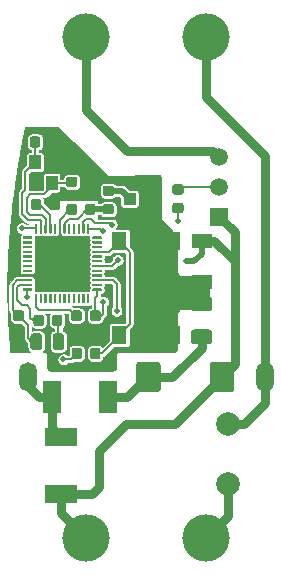
<source format=gbr>
G04 #@! TF.GenerationSoftware,KiCad,Pcbnew,5.1.5*
G04 #@! TF.CreationDate,2020-03-24T00:38:53+03:00*
G04 #@! TF.ProjectId,nordic-switch,6e6f7264-6963-42d7-9377-697463682e6b,1.0*
G04 #@! TF.SameCoordinates,Original*
G04 #@! TF.FileFunction,Copper,L1,Top*
G04 #@! TF.FilePolarity,Positive*
%FSLAX46Y46*%
G04 Gerber Fmt 4.6, Leading zero omitted, Abs format (unit mm)*
G04 Created by KiCad (PCBNEW 5.1.5) date 2020-03-24 00:38:53*
%MOMM*%
%LPD*%
G04 APERTURE LIST*
%ADD10C,0.100000*%
%ADD11C,2.000000*%
%ADD12R,2.200000X1.050000*%
%ADD13R,1.050000X1.000000*%
%ADD14R,1.700000X1.300000*%
%ADD15C,4.000500*%
%ADD16O,1.500000X2.500000*%
%ADD17C,1.500000*%
%ADD18R,1.500000X1.500000*%
%ADD19R,1.500000X2.700000*%
%ADD20R,2.700000X1.500000*%
%ADD21R,1.000000X1.150000*%
%ADD22R,1.300000X1.550000*%
%ADD23C,0.500000*%
%ADD24C,0.800000*%
%ADD25C,0.200000*%
%ADD26C,0.500000*%
G04 APERTURE END LIST*
G04 #@! TA.AperFunction,SMDPad,CuDef*
D10*
G36*
X135367642Y-103601174D02*
G01*
X135391303Y-103604684D01*
X135414507Y-103610496D01*
X135437029Y-103618554D01*
X135458653Y-103628782D01*
X135479170Y-103641079D01*
X135498383Y-103655329D01*
X135516107Y-103671393D01*
X135532171Y-103689117D01*
X135546421Y-103708330D01*
X135558718Y-103728847D01*
X135568946Y-103750471D01*
X135577004Y-103772993D01*
X135582816Y-103796197D01*
X135586326Y-103819858D01*
X135587500Y-103843750D01*
X135587500Y-104756250D01*
X135586326Y-104780142D01*
X135582816Y-104803803D01*
X135577004Y-104827007D01*
X135568946Y-104849529D01*
X135558718Y-104871153D01*
X135546421Y-104891670D01*
X135532171Y-104910883D01*
X135516107Y-104928607D01*
X135498383Y-104944671D01*
X135479170Y-104958921D01*
X135458653Y-104971218D01*
X135437029Y-104981446D01*
X135414507Y-104989504D01*
X135391303Y-104995316D01*
X135367642Y-104998826D01*
X135343750Y-105000000D01*
X134856250Y-105000000D01*
X134832358Y-104998826D01*
X134808697Y-104995316D01*
X134785493Y-104989504D01*
X134762971Y-104981446D01*
X134741347Y-104971218D01*
X134720830Y-104958921D01*
X134701617Y-104944671D01*
X134683893Y-104928607D01*
X134667829Y-104910883D01*
X134653579Y-104891670D01*
X134641282Y-104871153D01*
X134631054Y-104849529D01*
X134622996Y-104827007D01*
X134617184Y-104803803D01*
X134613674Y-104780142D01*
X134612500Y-104756250D01*
X134612500Y-103843750D01*
X134613674Y-103819858D01*
X134617184Y-103796197D01*
X134622996Y-103772993D01*
X134631054Y-103750471D01*
X134641282Y-103728847D01*
X134653579Y-103708330D01*
X134667829Y-103689117D01*
X134683893Y-103671393D01*
X134701617Y-103655329D01*
X134720830Y-103641079D01*
X134741347Y-103628782D01*
X134762971Y-103618554D01*
X134785493Y-103610496D01*
X134808697Y-103604684D01*
X134832358Y-103601174D01*
X134856250Y-103600000D01*
X135343750Y-103600000D01*
X135367642Y-103601174D01*
G37*
G04 #@! TD.AperFunction*
G04 #@! TA.AperFunction,SMDPad,CuDef*
G36*
X137242642Y-103601174D02*
G01*
X137266303Y-103604684D01*
X137289507Y-103610496D01*
X137312029Y-103618554D01*
X137333653Y-103628782D01*
X137354170Y-103641079D01*
X137373383Y-103655329D01*
X137391107Y-103671393D01*
X137407171Y-103689117D01*
X137421421Y-103708330D01*
X137433718Y-103728847D01*
X137443946Y-103750471D01*
X137452004Y-103772993D01*
X137457816Y-103796197D01*
X137461326Y-103819858D01*
X137462500Y-103843750D01*
X137462500Y-104756250D01*
X137461326Y-104780142D01*
X137457816Y-104803803D01*
X137452004Y-104827007D01*
X137443946Y-104849529D01*
X137433718Y-104871153D01*
X137421421Y-104891670D01*
X137407171Y-104910883D01*
X137391107Y-104928607D01*
X137373383Y-104944671D01*
X137354170Y-104958921D01*
X137333653Y-104971218D01*
X137312029Y-104981446D01*
X137289507Y-104989504D01*
X137266303Y-104995316D01*
X137242642Y-104998826D01*
X137218750Y-105000000D01*
X136731250Y-105000000D01*
X136707358Y-104998826D01*
X136683697Y-104995316D01*
X136660493Y-104989504D01*
X136637971Y-104981446D01*
X136616347Y-104971218D01*
X136595830Y-104958921D01*
X136576617Y-104944671D01*
X136558893Y-104928607D01*
X136542829Y-104910883D01*
X136528579Y-104891670D01*
X136516282Y-104871153D01*
X136506054Y-104849529D01*
X136497996Y-104827007D01*
X136492184Y-104803803D01*
X136488674Y-104780142D01*
X136487500Y-104756250D01*
X136487500Y-103843750D01*
X136488674Y-103819858D01*
X136492184Y-103796197D01*
X136497996Y-103772993D01*
X136506054Y-103750471D01*
X136516282Y-103728847D01*
X136528579Y-103708330D01*
X136542829Y-103689117D01*
X136558893Y-103671393D01*
X136576617Y-103655329D01*
X136595830Y-103641079D01*
X136616347Y-103628782D01*
X136637971Y-103618554D01*
X136660493Y-103610496D01*
X136683697Y-103604684D01*
X136707358Y-103601174D01*
X136731250Y-103600000D01*
X137218750Y-103600000D01*
X137242642Y-103601174D01*
G37*
G04 #@! TD.AperFunction*
D11*
X151300000Y-111300000D03*
X151310000Y-116380000D03*
D12*
X144525000Y-93675000D03*
D13*
X143000000Y-92200000D03*
D12*
X144525000Y-90725000D03*
D14*
X149100000Y-95750000D03*
X149100000Y-99250000D03*
G04 #@! TA.AperFunction,SMDPad,CuDef*
D10*
G36*
X149749504Y-100476204D02*
G01*
X149773773Y-100479804D01*
X149797571Y-100485765D01*
X149820671Y-100494030D01*
X149842849Y-100504520D01*
X149863893Y-100517133D01*
X149883598Y-100531747D01*
X149901777Y-100548223D01*
X149918253Y-100566402D01*
X149932867Y-100586107D01*
X149945480Y-100607151D01*
X149955970Y-100629329D01*
X149964235Y-100652429D01*
X149970196Y-100676227D01*
X149973796Y-100700496D01*
X149975000Y-100725000D01*
X149975000Y-101475000D01*
X149973796Y-101499504D01*
X149970196Y-101523773D01*
X149964235Y-101547571D01*
X149955970Y-101570671D01*
X149945480Y-101592849D01*
X149932867Y-101613893D01*
X149918253Y-101633598D01*
X149901777Y-101651777D01*
X149883598Y-101668253D01*
X149863893Y-101682867D01*
X149842849Y-101695480D01*
X149820671Y-101705970D01*
X149797571Y-101714235D01*
X149773773Y-101720196D01*
X149749504Y-101723796D01*
X149725000Y-101725000D01*
X148475000Y-101725000D01*
X148450496Y-101723796D01*
X148426227Y-101720196D01*
X148402429Y-101714235D01*
X148379329Y-101705970D01*
X148357151Y-101695480D01*
X148336107Y-101682867D01*
X148316402Y-101668253D01*
X148298223Y-101651777D01*
X148281747Y-101633598D01*
X148267133Y-101613893D01*
X148254520Y-101592849D01*
X148244030Y-101570671D01*
X148235765Y-101547571D01*
X148229804Y-101523773D01*
X148226204Y-101499504D01*
X148225000Y-101475000D01*
X148225000Y-100725000D01*
X148226204Y-100700496D01*
X148229804Y-100676227D01*
X148235765Y-100652429D01*
X148244030Y-100629329D01*
X148254520Y-100607151D01*
X148267133Y-100586107D01*
X148281747Y-100566402D01*
X148298223Y-100548223D01*
X148316402Y-100531747D01*
X148336107Y-100517133D01*
X148357151Y-100504520D01*
X148379329Y-100494030D01*
X148402429Y-100485765D01*
X148426227Y-100479804D01*
X148450496Y-100476204D01*
X148475000Y-100475000D01*
X149725000Y-100475000D01*
X149749504Y-100476204D01*
G37*
G04 #@! TD.AperFunction*
G04 #@! TA.AperFunction,SMDPad,CuDef*
G36*
X149749504Y-103276204D02*
G01*
X149773773Y-103279804D01*
X149797571Y-103285765D01*
X149820671Y-103294030D01*
X149842849Y-103304520D01*
X149863893Y-103317133D01*
X149883598Y-103331747D01*
X149901777Y-103348223D01*
X149918253Y-103366402D01*
X149932867Y-103386107D01*
X149945480Y-103407151D01*
X149955970Y-103429329D01*
X149964235Y-103452429D01*
X149970196Y-103476227D01*
X149973796Y-103500496D01*
X149975000Y-103525000D01*
X149975000Y-104275000D01*
X149973796Y-104299504D01*
X149970196Y-104323773D01*
X149964235Y-104347571D01*
X149955970Y-104370671D01*
X149945480Y-104392849D01*
X149932867Y-104413893D01*
X149918253Y-104433598D01*
X149901777Y-104451777D01*
X149883598Y-104468253D01*
X149863893Y-104482867D01*
X149842849Y-104495480D01*
X149820671Y-104505970D01*
X149797571Y-104514235D01*
X149773773Y-104520196D01*
X149749504Y-104523796D01*
X149725000Y-104525000D01*
X148475000Y-104525000D01*
X148450496Y-104523796D01*
X148426227Y-104520196D01*
X148402429Y-104514235D01*
X148379329Y-104505970D01*
X148357151Y-104495480D01*
X148336107Y-104482867D01*
X148316402Y-104468253D01*
X148298223Y-104451777D01*
X148281747Y-104433598D01*
X148267133Y-104413893D01*
X148254520Y-104392849D01*
X148244030Y-104370671D01*
X148235765Y-104347571D01*
X148229804Y-104323773D01*
X148226204Y-104299504D01*
X148225000Y-104275000D01*
X148225000Y-103525000D01*
X148226204Y-103500496D01*
X148229804Y-103476227D01*
X148235765Y-103452429D01*
X148244030Y-103429329D01*
X148254520Y-103407151D01*
X148267133Y-103386107D01*
X148281747Y-103366402D01*
X148298223Y-103348223D01*
X148316402Y-103331747D01*
X148336107Y-103317133D01*
X148357151Y-103304520D01*
X148379329Y-103294030D01*
X148402429Y-103285765D01*
X148426227Y-103279804D01*
X148450496Y-103276204D01*
X148475000Y-103275000D01*
X149725000Y-103275000D01*
X149749504Y-103276204D01*
G37*
G04 #@! TD.AperFunction*
G04 #@! TA.AperFunction,SMDPad,CuDef*
G36*
X141477691Y-92663553D02*
G01*
X141498926Y-92666703D01*
X141519750Y-92671919D01*
X141539962Y-92679151D01*
X141559368Y-92688330D01*
X141577781Y-92699366D01*
X141595024Y-92712154D01*
X141610930Y-92726570D01*
X141625346Y-92742476D01*
X141638134Y-92759719D01*
X141649170Y-92778132D01*
X141658349Y-92797538D01*
X141665581Y-92817750D01*
X141670797Y-92838574D01*
X141673947Y-92859809D01*
X141675000Y-92881250D01*
X141675000Y-93318750D01*
X141673947Y-93340191D01*
X141670797Y-93361426D01*
X141665581Y-93382250D01*
X141658349Y-93402462D01*
X141649170Y-93421868D01*
X141638134Y-93440281D01*
X141625346Y-93457524D01*
X141610930Y-93473430D01*
X141595024Y-93487846D01*
X141577781Y-93500634D01*
X141559368Y-93511670D01*
X141539962Y-93520849D01*
X141519750Y-93528081D01*
X141498926Y-93533297D01*
X141477691Y-93536447D01*
X141456250Y-93537500D01*
X140943750Y-93537500D01*
X140922309Y-93536447D01*
X140901074Y-93533297D01*
X140880250Y-93528081D01*
X140860038Y-93520849D01*
X140840632Y-93511670D01*
X140822219Y-93500634D01*
X140804976Y-93487846D01*
X140789070Y-93473430D01*
X140774654Y-93457524D01*
X140761866Y-93440281D01*
X140750830Y-93421868D01*
X140741651Y-93402462D01*
X140734419Y-93382250D01*
X140729203Y-93361426D01*
X140726053Y-93340191D01*
X140725000Y-93318750D01*
X140725000Y-92881250D01*
X140726053Y-92859809D01*
X140729203Y-92838574D01*
X140734419Y-92817750D01*
X140741651Y-92797538D01*
X140750830Y-92778132D01*
X140761866Y-92759719D01*
X140774654Y-92742476D01*
X140789070Y-92726570D01*
X140804976Y-92712154D01*
X140822219Y-92699366D01*
X140840632Y-92688330D01*
X140860038Y-92679151D01*
X140880250Y-92671919D01*
X140901074Y-92666703D01*
X140922309Y-92663553D01*
X140943750Y-92662500D01*
X141456250Y-92662500D01*
X141477691Y-92663553D01*
G37*
G04 #@! TD.AperFunction*
G04 #@! TA.AperFunction,SMDPad,CuDef*
G36*
X141477691Y-91088553D02*
G01*
X141498926Y-91091703D01*
X141519750Y-91096919D01*
X141539962Y-91104151D01*
X141559368Y-91113330D01*
X141577781Y-91124366D01*
X141595024Y-91137154D01*
X141610930Y-91151570D01*
X141625346Y-91167476D01*
X141638134Y-91184719D01*
X141649170Y-91203132D01*
X141658349Y-91222538D01*
X141665581Y-91242750D01*
X141670797Y-91263574D01*
X141673947Y-91284809D01*
X141675000Y-91306250D01*
X141675000Y-91743750D01*
X141673947Y-91765191D01*
X141670797Y-91786426D01*
X141665581Y-91807250D01*
X141658349Y-91827462D01*
X141649170Y-91846868D01*
X141638134Y-91865281D01*
X141625346Y-91882524D01*
X141610930Y-91898430D01*
X141595024Y-91912846D01*
X141577781Y-91925634D01*
X141559368Y-91936670D01*
X141539962Y-91945849D01*
X141519750Y-91953081D01*
X141498926Y-91958297D01*
X141477691Y-91961447D01*
X141456250Y-91962500D01*
X140943750Y-91962500D01*
X140922309Y-91961447D01*
X140901074Y-91958297D01*
X140880250Y-91953081D01*
X140860038Y-91945849D01*
X140840632Y-91936670D01*
X140822219Y-91925634D01*
X140804976Y-91912846D01*
X140789070Y-91898430D01*
X140774654Y-91882524D01*
X140761866Y-91865281D01*
X140750830Y-91846868D01*
X140741651Y-91827462D01*
X140734419Y-91807250D01*
X140729203Y-91786426D01*
X140726053Y-91765191D01*
X140725000Y-91743750D01*
X140725000Y-91306250D01*
X140726053Y-91284809D01*
X140729203Y-91263574D01*
X140734419Y-91242750D01*
X140741651Y-91222538D01*
X140750830Y-91203132D01*
X140761866Y-91184719D01*
X140774654Y-91167476D01*
X140789070Y-91151570D01*
X140804976Y-91137154D01*
X140822219Y-91124366D01*
X140840632Y-91113330D01*
X140860038Y-91104151D01*
X140880250Y-91096919D01*
X140901074Y-91091703D01*
X140922309Y-91088553D01*
X140943750Y-91087500D01*
X141456250Y-91087500D01*
X141477691Y-91088553D01*
G37*
G04 #@! TD.AperFunction*
G04 #@! TA.AperFunction,SMDPad,CuDef*
G36*
X139915191Y-92626053D02*
G01*
X139936426Y-92629203D01*
X139957250Y-92634419D01*
X139977462Y-92641651D01*
X139996868Y-92650830D01*
X140015281Y-92661866D01*
X140032524Y-92674654D01*
X140048430Y-92689070D01*
X140062846Y-92704976D01*
X140075634Y-92722219D01*
X140086670Y-92740632D01*
X140095849Y-92760038D01*
X140103081Y-92780250D01*
X140108297Y-92801074D01*
X140111447Y-92822309D01*
X140112500Y-92843750D01*
X140112500Y-93356250D01*
X140111447Y-93377691D01*
X140108297Y-93398926D01*
X140103081Y-93419750D01*
X140095849Y-93439962D01*
X140086670Y-93459368D01*
X140075634Y-93477781D01*
X140062846Y-93495024D01*
X140048430Y-93510930D01*
X140032524Y-93525346D01*
X140015281Y-93538134D01*
X139996868Y-93549170D01*
X139977462Y-93558349D01*
X139957250Y-93565581D01*
X139936426Y-93570797D01*
X139915191Y-93573947D01*
X139893750Y-93575000D01*
X139456250Y-93575000D01*
X139434809Y-93573947D01*
X139413574Y-93570797D01*
X139392750Y-93565581D01*
X139372538Y-93558349D01*
X139353132Y-93549170D01*
X139334719Y-93538134D01*
X139317476Y-93525346D01*
X139301570Y-93510930D01*
X139287154Y-93495024D01*
X139274366Y-93477781D01*
X139263330Y-93459368D01*
X139254151Y-93439962D01*
X139246919Y-93419750D01*
X139241703Y-93398926D01*
X139238553Y-93377691D01*
X139237500Y-93356250D01*
X139237500Y-92843750D01*
X139238553Y-92822309D01*
X139241703Y-92801074D01*
X139246919Y-92780250D01*
X139254151Y-92760038D01*
X139263330Y-92740632D01*
X139274366Y-92722219D01*
X139287154Y-92704976D01*
X139301570Y-92689070D01*
X139317476Y-92674654D01*
X139334719Y-92661866D01*
X139353132Y-92650830D01*
X139372538Y-92641651D01*
X139392750Y-92634419D01*
X139413574Y-92629203D01*
X139434809Y-92626053D01*
X139456250Y-92625000D01*
X139893750Y-92625000D01*
X139915191Y-92626053D01*
G37*
G04 #@! TD.AperFunction*
G04 #@! TA.AperFunction,SMDPad,CuDef*
G36*
X138340191Y-92626053D02*
G01*
X138361426Y-92629203D01*
X138382250Y-92634419D01*
X138402462Y-92641651D01*
X138421868Y-92650830D01*
X138440281Y-92661866D01*
X138457524Y-92674654D01*
X138473430Y-92689070D01*
X138487846Y-92704976D01*
X138500634Y-92722219D01*
X138511670Y-92740632D01*
X138520849Y-92760038D01*
X138528081Y-92780250D01*
X138533297Y-92801074D01*
X138536447Y-92822309D01*
X138537500Y-92843750D01*
X138537500Y-93356250D01*
X138536447Y-93377691D01*
X138533297Y-93398926D01*
X138528081Y-93419750D01*
X138520849Y-93439962D01*
X138511670Y-93459368D01*
X138500634Y-93477781D01*
X138487846Y-93495024D01*
X138473430Y-93510930D01*
X138457524Y-93525346D01*
X138440281Y-93538134D01*
X138421868Y-93549170D01*
X138402462Y-93558349D01*
X138382250Y-93565581D01*
X138361426Y-93570797D01*
X138340191Y-93573947D01*
X138318750Y-93575000D01*
X137881250Y-93575000D01*
X137859809Y-93573947D01*
X137838574Y-93570797D01*
X137817750Y-93565581D01*
X137797538Y-93558349D01*
X137778132Y-93549170D01*
X137759719Y-93538134D01*
X137742476Y-93525346D01*
X137726570Y-93510930D01*
X137712154Y-93495024D01*
X137699366Y-93477781D01*
X137688330Y-93459368D01*
X137679151Y-93439962D01*
X137671919Y-93419750D01*
X137666703Y-93398926D01*
X137663553Y-93377691D01*
X137662500Y-93356250D01*
X137662500Y-92843750D01*
X137663553Y-92822309D01*
X137666703Y-92801074D01*
X137671919Y-92780250D01*
X137679151Y-92760038D01*
X137688330Y-92740632D01*
X137699366Y-92722219D01*
X137712154Y-92704976D01*
X137726570Y-92689070D01*
X137742476Y-92674654D01*
X137759719Y-92661866D01*
X137778132Y-92650830D01*
X137797538Y-92641651D01*
X137817750Y-92634419D01*
X137838574Y-92629203D01*
X137859809Y-92626053D01*
X137881250Y-92625000D01*
X138318750Y-92625000D01*
X138340191Y-92626053D01*
G37*
G04 #@! TD.AperFunction*
D15*
X149500000Y-78500000D03*
G04 #@! TA.AperFunction,SMDPad,CuDef*
D10*
G36*
X140340191Y-104826053D02*
G01*
X140361426Y-104829203D01*
X140382250Y-104834419D01*
X140402462Y-104841651D01*
X140421868Y-104850830D01*
X140440281Y-104861866D01*
X140457524Y-104874654D01*
X140473430Y-104889070D01*
X140487846Y-104904976D01*
X140500634Y-104922219D01*
X140511670Y-104940632D01*
X140520849Y-104960038D01*
X140528081Y-104980250D01*
X140533297Y-105001074D01*
X140536447Y-105022309D01*
X140537500Y-105043750D01*
X140537500Y-105556250D01*
X140536447Y-105577691D01*
X140533297Y-105598926D01*
X140528081Y-105619750D01*
X140520849Y-105639962D01*
X140511670Y-105659368D01*
X140500634Y-105677781D01*
X140487846Y-105695024D01*
X140473430Y-105710930D01*
X140457524Y-105725346D01*
X140440281Y-105738134D01*
X140421868Y-105749170D01*
X140402462Y-105758349D01*
X140382250Y-105765581D01*
X140361426Y-105770797D01*
X140340191Y-105773947D01*
X140318750Y-105775000D01*
X139881250Y-105775000D01*
X139859809Y-105773947D01*
X139838574Y-105770797D01*
X139817750Y-105765581D01*
X139797538Y-105758349D01*
X139778132Y-105749170D01*
X139759719Y-105738134D01*
X139742476Y-105725346D01*
X139726570Y-105710930D01*
X139712154Y-105695024D01*
X139699366Y-105677781D01*
X139688330Y-105659368D01*
X139679151Y-105639962D01*
X139671919Y-105619750D01*
X139666703Y-105598926D01*
X139663553Y-105577691D01*
X139662500Y-105556250D01*
X139662500Y-105043750D01*
X139663553Y-105022309D01*
X139666703Y-105001074D01*
X139671919Y-104980250D01*
X139679151Y-104960038D01*
X139688330Y-104940632D01*
X139699366Y-104922219D01*
X139712154Y-104904976D01*
X139726570Y-104889070D01*
X139742476Y-104874654D01*
X139759719Y-104861866D01*
X139778132Y-104850830D01*
X139797538Y-104841651D01*
X139817750Y-104834419D01*
X139838574Y-104829203D01*
X139859809Y-104826053D01*
X139881250Y-104825000D01*
X140318750Y-104825000D01*
X140340191Y-104826053D01*
G37*
G04 #@! TD.AperFunction*
G04 #@! TA.AperFunction,SMDPad,CuDef*
G36*
X138765191Y-104826053D02*
G01*
X138786426Y-104829203D01*
X138807250Y-104834419D01*
X138827462Y-104841651D01*
X138846868Y-104850830D01*
X138865281Y-104861866D01*
X138882524Y-104874654D01*
X138898430Y-104889070D01*
X138912846Y-104904976D01*
X138925634Y-104922219D01*
X138936670Y-104940632D01*
X138945849Y-104960038D01*
X138953081Y-104980250D01*
X138958297Y-105001074D01*
X138961447Y-105022309D01*
X138962500Y-105043750D01*
X138962500Y-105556250D01*
X138961447Y-105577691D01*
X138958297Y-105598926D01*
X138953081Y-105619750D01*
X138945849Y-105639962D01*
X138936670Y-105659368D01*
X138925634Y-105677781D01*
X138912846Y-105695024D01*
X138898430Y-105710930D01*
X138882524Y-105725346D01*
X138865281Y-105738134D01*
X138846868Y-105749170D01*
X138827462Y-105758349D01*
X138807250Y-105765581D01*
X138786426Y-105770797D01*
X138765191Y-105773947D01*
X138743750Y-105775000D01*
X138306250Y-105775000D01*
X138284809Y-105773947D01*
X138263574Y-105770797D01*
X138242750Y-105765581D01*
X138222538Y-105758349D01*
X138203132Y-105749170D01*
X138184719Y-105738134D01*
X138167476Y-105725346D01*
X138151570Y-105710930D01*
X138137154Y-105695024D01*
X138124366Y-105677781D01*
X138113330Y-105659368D01*
X138104151Y-105639962D01*
X138096919Y-105619750D01*
X138091703Y-105598926D01*
X138088553Y-105577691D01*
X138087500Y-105556250D01*
X138087500Y-105043750D01*
X138088553Y-105022309D01*
X138091703Y-105001074D01*
X138096919Y-104980250D01*
X138104151Y-104960038D01*
X138113330Y-104940632D01*
X138124366Y-104922219D01*
X138137154Y-104904976D01*
X138151570Y-104889070D01*
X138167476Y-104874654D01*
X138184719Y-104861866D01*
X138203132Y-104850830D01*
X138222538Y-104841651D01*
X138242750Y-104834419D01*
X138263574Y-104829203D01*
X138284809Y-104826053D01*
X138306250Y-104825000D01*
X138743750Y-104825000D01*
X138765191Y-104826053D01*
G37*
G04 #@! TD.AperFunction*
D16*
X154500000Y-107300000D03*
X134400000Y-107300000D03*
D17*
X150600000Y-91200000D03*
X150600000Y-88660000D03*
D18*
X150600000Y-93740000D03*
G04 #@! TA.AperFunction,SMDPad,CuDef*
D10*
G36*
X147377691Y-90976053D02*
G01*
X147398926Y-90979203D01*
X147419750Y-90984419D01*
X147439962Y-90991651D01*
X147459368Y-91000830D01*
X147477781Y-91011866D01*
X147495024Y-91024654D01*
X147510930Y-91039070D01*
X147525346Y-91054976D01*
X147538134Y-91072219D01*
X147549170Y-91090632D01*
X147558349Y-91110038D01*
X147565581Y-91130250D01*
X147570797Y-91151074D01*
X147573947Y-91172309D01*
X147575000Y-91193750D01*
X147575000Y-91631250D01*
X147573947Y-91652691D01*
X147570797Y-91673926D01*
X147565581Y-91694750D01*
X147558349Y-91714962D01*
X147549170Y-91734368D01*
X147538134Y-91752781D01*
X147525346Y-91770024D01*
X147510930Y-91785930D01*
X147495024Y-91800346D01*
X147477781Y-91813134D01*
X147459368Y-91824170D01*
X147439962Y-91833349D01*
X147419750Y-91840581D01*
X147398926Y-91845797D01*
X147377691Y-91848947D01*
X147356250Y-91850000D01*
X146843750Y-91850000D01*
X146822309Y-91848947D01*
X146801074Y-91845797D01*
X146780250Y-91840581D01*
X146760038Y-91833349D01*
X146740632Y-91824170D01*
X146722219Y-91813134D01*
X146704976Y-91800346D01*
X146689070Y-91785930D01*
X146674654Y-91770024D01*
X146661866Y-91752781D01*
X146650830Y-91734368D01*
X146641651Y-91714962D01*
X146634419Y-91694750D01*
X146629203Y-91673926D01*
X146626053Y-91652691D01*
X146625000Y-91631250D01*
X146625000Y-91193750D01*
X146626053Y-91172309D01*
X146629203Y-91151074D01*
X146634419Y-91130250D01*
X146641651Y-91110038D01*
X146650830Y-91090632D01*
X146661866Y-91072219D01*
X146674654Y-91054976D01*
X146689070Y-91039070D01*
X146704976Y-91024654D01*
X146722219Y-91011866D01*
X146740632Y-91000830D01*
X146760038Y-90991651D01*
X146780250Y-90984419D01*
X146801074Y-90979203D01*
X146822309Y-90976053D01*
X146843750Y-90975000D01*
X147356250Y-90975000D01*
X147377691Y-90976053D01*
G37*
G04 #@! TD.AperFunction*
G04 #@! TA.AperFunction,SMDPad,CuDef*
G36*
X147377691Y-92551053D02*
G01*
X147398926Y-92554203D01*
X147419750Y-92559419D01*
X147439962Y-92566651D01*
X147459368Y-92575830D01*
X147477781Y-92586866D01*
X147495024Y-92599654D01*
X147510930Y-92614070D01*
X147525346Y-92629976D01*
X147538134Y-92647219D01*
X147549170Y-92665632D01*
X147558349Y-92685038D01*
X147565581Y-92705250D01*
X147570797Y-92726074D01*
X147573947Y-92747309D01*
X147575000Y-92768750D01*
X147575000Y-93206250D01*
X147573947Y-93227691D01*
X147570797Y-93248926D01*
X147565581Y-93269750D01*
X147558349Y-93289962D01*
X147549170Y-93309368D01*
X147538134Y-93327781D01*
X147525346Y-93345024D01*
X147510930Y-93360930D01*
X147495024Y-93375346D01*
X147477781Y-93388134D01*
X147459368Y-93399170D01*
X147439962Y-93408349D01*
X147419750Y-93415581D01*
X147398926Y-93420797D01*
X147377691Y-93423947D01*
X147356250Y-93425000D01*
X146843750Y-93425000D01*
X146822309Y-93423947D01*
X146801074Y-93420797D01*
X146780250Y-93415581D01*
X146760038Y-93408349D01*
X146740632Y-93399170D01*
X146722219Y-93388134D01*
X146704976Y-93375346D01*
X146689070Y-93360930D01*
X146674654Y-93345024D01*
X146661866Y-93327781D01*
X146650830Y-93309368D01*
X146641651Y-93289962D01*
X146634419Y-93269750D01*
X146629203Y-93248926D01*
X146626053Y-93227691D01*
X146625000Y-93206250D01*
X146625000Y-92768750D01*
X146626053Y-92747309D01*
X146629203Y-92726074D01*
X146634419Y-92705250D01*
X146641651Y-92685038D01*
X146650830Y-92665632D01*
X146661866Y-92647219D01*
X146674654Y-92629976D01*
X146689070Y-92614070D01*
X146704976Y-92599654D01*
X146722219Y-92586866D01*
X146740632Y-92575830D01*
X146760038Y-92566651D01*
X146780250Y-92559419D01*
X146801074Y-92554203D01*
X146822309Y-92551053D01*
X146843750Y-92550000D01*
X147356250Y-92550000D01*
X147377691Y-92551053D01*
G37*
G04 #@! TD.AperFunction*
D19*
X136400000Y-109000000D03*
X141200000Y-109000000D03*
D20*
X137200000Y-117200000D03*
X137200000Y-112400000D03*
G04 #@! TA.AperFunction,SMDPad,CuDef*
D10*
G36*
X151624504Y-106026204D02*
G01*
X151648773Y-106029804D01*
X151672571Y-106035765D01*
X151695671Y-106044030D01*
X151717849Y-106054520D01*
X151738893Y-106067133D01*
X151758598Y-106081747D01*
X151776777Y-106098223D01*
X151793253Y-106116402D01*
X151807867Y-106136107D01*
X151820480Y-106157151D01*
X151830970Y-106179329D01*
X151839235Y-106202429D01*
X151845196Y-106226227D01*
X151848796Y-106250496D01*
X151850000Y-106275000D01*
X151850000Y-108325000D01*
X151848796Y-108349504D01*
X151845196Y-108373773D01*
X151839235Y-108397571D01*
X151830970Y-108420671D01*
X151820480Y-108442849D01*
X151807867Y-108463893D01*
X151793253Y-108483598D01*
X151776777Y-108501777D01*
X151758598Y-108518253D01*
X151738893Y-108532867D01*
X151717849Y-108545480D01*
X151695671Y-108555970D01*
X151672571Y-108564235D01*
X151648773Y-108570196D01*
X151624504Y-108573796D01*
X151600000Y-108575000D01*
X150025000Y-108575000D01*
X150000496Y-108573796D01*
X149976227Y-108570196D01*
X149952429Y-108564235D01*
X149929329Y-108555970D01*
X149907151Y-108545480D01*
X149886107Y-108532867D01*
X149866402Y-108518253D01*
X149848223Y-108501777D01*
X149831747Y-108483598D01*
X149817133Y-108463893D01*
X149804520Y-108442849D01*
X149794030Y-108420671D01*
X149785765Y-108397571D01*
X149779804Y-108373773D01*
X149776204Y-108349504D01*
X149775000Y-108325000D01*
X149775000Y-106275000D01*
X149776204Y-106250496D01*
X149779804Y-106226227D01*
X149785765Y-106202429D01*
X149794030Y-106179329D01*
X149804520Y-106157151D01*
X149817133Y-106136107D01*
X149831747Y-106116402D01*
X149848223Y-106098223D01*
X149866402Y-106081747D01*
X149886107Y-106067133D01*
X149907151Y-106054520D01*
X149929329Y-106044030D01*
X149952429Y-106035765D01*
X149976227Y-106029804D01*
X150000496Y-106026204D01*
X150025000Y-106025000D01*
X151600000Y-106025000D01*
X151624504Y-106026204D01*
G37*
G04 #@! TD.AperFunction*
G04 #@! TA.AperFunction,SMDPad,CuDef*
G36*
X145399504Y-106026204D02*
G01*
X145423773Y-106029804D01*
X145447571Y-106035765D01*
X145470671Y-106044030D01*
X145492849Y-106054520D01*
X145513893Y-106067133D01*
X145533598Y-106081747D01*
X145551777Y-106098223D01*
X145568253Y-106116402D01*
X145582867Y-106136107D01*
X145595480Y-106157151D01*
X145605970Y-106179329D01*
X145614235Y-106202429D01*
X145620196Y-106226227D01*
X145623796Y-106250496D01*
X145625000Y-106275000D01*
X145625000Y-108325000D01*
X145623796Y-108349504D01*
X145620196Y-108373773D01*
X145614235Y-108397571D01*
X145605970Y-108420671D01*
X145595480Y-108442849D01*
X145582867Y-108463893D01*
X145568253Y-108483598D01*
X145551777Y-108501777D01*
X145533598Y-108518253D01*
X145513893Y-108532867D01*
X145492849Y-108545480D01*
X145470671Y-108555970D01*
X145447571Y-108564235D01*
X145423773Y-108570196D01*
X145399504Y-108573796D01*
X145375000Y-108575000D01*
X143800000Y-108575000D01*
X143775496Y-108573796D01*
X143751227Y-108570196D01*
X143727429Y-108564235D01*
X143704329Y-108555970D01*
X143682151Y-108545480D01*
X143661107Y-108532867D01*
X143641402Y-108518253D01*
X143623223Y-108501777D01*
X143606747Y-108483598D01*
X143592133Y-108463893D01*
X143579520Y-108442849D01*
X143569030Y-108420671D01*
X143560765Y-108397571D01*
X143554804Y-108373773D01*
X143551204Y-108349504D01*
X143550000Y-108325000D01*
X143550000Y-106275000D01*
X143551204Y-106250496D01*
X143554804Y-106226227D01*
X143560765Y-106202429D01*
X143569030Y-106179329D01*
X143579520Y-106157151D01*
X143592133Y-106136107D01*
X143606747Y-106116402D01*
X143623223Y-106098223D01*
X143641402Y-106081747D01*
X143661107Y-106067133D01*
X143682151Y-106054520D01*
X143704329Y-106044030D01*
X143727429Y-106035765D01*
X143751227Y-106029804D01*
X143775496Y-106026204D01*
X143800000Y-106025000D01*
X145375000Y-106025000D01*
X145399504Y-106026204D01*
G37*
G04 #@! TD.AperFunction*
D21*
X136400000Y-90850000D03*
X136400000Y-89100000D03*
X135000000Y-89100000D03*
X135000000Y-90850000D03*
G04 #@! TA.AperFunction,SMDPad,CuDef*
D10*
G36*
X139374504Y-95401204D02*
G01*
X139398773Y-95404804D01*
X139422571Y-95410765D01*
X139445671Y-95419030D01*
X139467849Y-95429520D01*
X139488893Y-95442133D01*
X139508598Y-95456747D01*
X139526777Y-95473223D01*
X139543253Y-95491402D01*
X139557867Y-95511107D01*
X139570480Y-95532151D01*
X139580970Y-95554329D01*
X139589235Y-95577429D01*
X139595196Y-95601227D01*
X139598796Y-95625496D01*
X139600000Y-95650000D01*
X139600000Y-99750000D01*
X139598796Y-99774504D01*
X139595196Y-99798773D01*
X139589235Y-99822571D01*
X139580970Y-99845671D01*
X139570480Y-99867849D01*
X139557867Y-99888893D01*
X139543253Y-99908598D01*
X139526777Y-99926777D01*
X139508598Y-99943253D01*
X139488893Y-99957867D01*
X139467849Y-99970480D01*
X139445671Y-99980970D01*
X139422571Y-99989235D01*
X139398773Y-99995196D01*
X139374504Y-99998796D01*
X139350000Y-100000000D01*
X135250000Y-100000000D01*
X135225496Y-99998796D01*
X135201227Y-99995196D01*
X135177429Y-99989235D01*
X135154329Y-99980970D01*
X135132151Y-99970480D01*
X135111107Y-99957867D01*
X135091402Y-99943253D01*
X135073223Y-99926777D01*
X135056747Y-99908598D01*
X135042133Y-99888893D01*
X135029520Y-99867849D01*
X135019030Y-99845671D01*
X135010765Y-99822571D01*
X135004804Y-99798773D01*
X135001204Y-99774504D01*
X135000000Y-99750000D01*
X135000000Y-95650000D01*
X135001204Y-95625496D01*
X135004804Y-95601227D01*
X135010765Y-95577429D01*
X135019030Y-95554329D01*
X135029520Y-95532151D01*
X135042133Y-95511107D01*
X135056747Y-95491402D01*
X135073223Y-95473223D01*
X135091402Y-95456747D01*
X135111107Y-95442133D01*
X135132151Y-95429520D01*
X135154329Y-95419030D01*
X135177429Y-95410765D01*
X135201227Y-95404804D01*
X135225496Y-95401204D01*
X135250000Y-95400000D01*
X139350000Y-95400000D01*
X139374504Y-95401204D01*
G37*
G04 #@! TD.AperFunction*
G04 #@! TA.AperFunction,SMDPad,CuDef*
G36*
X135154901Y-100250241D02*
G01*
X135159755Y-100250961D01*
X135164514Y-100252153D01*
X135169134Y-100253806D01*
X135173570Y-100255904D01*
X135177779Y-100258427D01*
X135181720Y-100261349D01*
X135185355Y-100264645D01*
X135188651Y-100268280D01*
X135191573Y-100272221D01*
X135194096Y-100276430D01*
X135196194Y-100280866D01*
X135197847Y-100285486D01*
X135199039Y-100290245D01*
X135199759Y-100295099D01*
X135200000Y-100300000D01*
X135200000Y-101000000D01*
X135199759Y-101004901D01*
X135199039Y-101009755D01*
X135197847Y-101014514D01*
X135196194Y-101019134D01*
X135194096Y-101023570D01*
X135191573Y-101027779D01*
X135188651Y-101031720D01*
X135185355Y-101035355D01*
X135181720Y-101038651D01*
X135177779Y-101041573D01*
X135173570Y-101044096D01*
X135169134Y-101046194D01*
X135164514Y-101047847D01*
X135159755Y-101049039D01*
X135154901Y-101049759D01*
X135150000Y-101050000D01*
X135050000Y-101050000D01*
X135045099Y-101049759D01*
X135040245Y-101049039D01*
X135035486Y-101047847D01*
X135030866Y-101046194D01*
X135026430Y-101044096D01*
X135022221Y-101041573D01*
X135018280Y-101038651D01*
X135014645Y-101035355D01*
X135011349Y-101031720D01*
X135008427Y-101027779D01*
X135005904Y-101023570D01*
X135003806Y-101019134D01*
X135002153Y-101014514D01*
X135000961Y-101009755D01*
X135000241Y-101004901D01*
X135000000Y-101000000D01*
X135000000Y-100300000D01*
X135000241Y-100295099D01*
X135000961Y-100290245D01*
X135002153Y-100285486D01*
X135003806Y-100280866D01*
X135005904Y-100276430D01*
X135008427Y-100272221D01*
X135011349Y-100268280D01*
X135014645Y-100264645D01*
X135018280Y-100261349D01*
X135022221Y-100258427D01*
X135026430Y-100255904D01*
X135030866Y-100253806D01*
X135035486Y-100252153D01*
X135040245Y-100250961D01*
X135045099Y-100250241D01*
X135050000Y-100250000D01*
X135150000Y-100250000D01*
X135154901Y-100250241D01*
G37*
G04 #@! TD.AperFunction*
G04 #@! TA.AperFunction,SMDPad,CuDef*
G36*
X135554901Y-100250241D02*
G01*
X135559755Y-100250961D01*
X135564514Y-100252153D01*
X135569134Y-100253806D01*
X135573570Y-100255904D01*
X135577779Y-100258427D01*
X135581720Y-100261349D01*
X135585355Y-100264645D01*
X135588651Y-100268280D01*
X135591573Y-100272221D01*
X135594096Y-100276430D01*
X135596194Y-100280866D01*
X135597847Y-100285486D01*
X135599039Y-100290245D01*
X135599759Y-100295099D01*
X135600000Y-100300000D01*
X135600000Y-101000000D01*
X135599759Y-101004901D01*
X135599039Y-101009755D01*
X135597847Y-101014514D01*
X135596194Y-101019134D01*
X135594096Y-101023570D01*
X135591573Y-101027779D01*
X135588651Y-101031720D01*
X135585355Y-101035355D01*
X135581720Y-101038651D01*
X135577779Y-101041573D01*
X135573570Y-101044096D01*
X135569134Y-101046194D01*
X135564514Y-101047847D01*
X135559755Y-101049039D01*
X135554901Y-101049759D01*
X135550000Y-101050000D01*
X135450000Y-101050000D01*
X135445099Y-101049759D01*
X135440245Y-101049039D01*
X135435486Y-101047847D01*
X135430866Y-101046194D01*
X135426430Y-101044096D01*
X135422221Y-101041573D01*
X135418280Y-101038651D01*
X135414645Y-101035355D01*
X135411349Y-101031720D01*
X135408427Y-101027779D01*
X135405904Y-101023570D01*
X135403806Y-101019134D01*
X135402153Y-101014514D01*
X135400961Y-101009755D01*
X135400241Y-101004901D01*
X135400000Y-101000000D01*
X135400000Y-100300000D01*
X135400241Y-100295099D01*
X135400961Y-100290245D01*
X135402153Y-100285486D01*
X135403806Y-100280866D01*
X135405904Y-100276430D01*
X135408427Y-100272221D01*
X135411349Y-100268280D01*
X135414645Y-100264645D01*
X135418280Y-100261349D01*
X135422221Y-100258427D01*
X135426430Y-100255904D01*
X135430866Y-100253806D01*
X135435486Y-100252153D01*
X135440245Y-100250961D01*
X135445099Y-100250241D01*
X135450000Y-100250000D01*
X135550000Y-100250000D01*
X135554901Y-100250241D01*
G37*
G04 #@! TD.AperFunction*
G04 #@! TA.AperFunction,SMDPad,CuDef*
G36*
X135954901Y-100250241D02*
G01*
X135959755Y-100250961D01*
X135964514Y-100252153D01*
X135969134Y-100253806D01*
X135973570Y-100255904D01*
X135977779Y-100258427D01*
X135981720Y-100261349D01*
X135985355Y-100264645D01*
X135988651Y-100268280D01*
X135991573Y-100272221D01*
X135994096Y-100276430D01*
X135996194Y-100280866D01*
X135997847Y-100285486D01*
X135999039Y-100290245D01*
X135999759Y-100295099D01*
X136000000Y-100300000D01*
X136000000Y-101000000D01*
X135999759Y-101004901D01*
X135999039Y-101009755D01*
X135997847Y-101014514D01*
X135996194Y-101019134D01*
X135994096Y-101023570D01*
X135991573Y-101027779D01*
X135988651Y-101031720D01*
X135985355Y-101035355D01*
X135981720Y-101038651D01*
X135977779Y-101041573D01*
X135973570Y-101044096D01*
X135969134Y-101046194D01*
X135964514Y-101047847D01*
X135959755Y-101049039D01*
X135954901Y-101049759D01*
X135950000Y-101050000D01*
X135850000Y-101050000D01*
X135845099Y-101049759D01*
X135840245Y-101049039D01*
X135835486Y-101047847D01*
X135830866Y-101046194D01*
X135826430Y-101044096D01*
X135822221Y-101041573D01*
X135818280Y-101038651D01*
X135814645Y-101035355D01*
X135811349Y-101031720D01*
X135808427Y-101027779D01*
X135805904Y-101023570D01*
X135803806Y-101019134D01*
X135802153Y-101014514D01*
X135800961Y-101009755D01*
X135800241Y-101004901D01*
X135800000Y-101000000D01*
X135800000Y-100300000D01*
X135800241Y-100295099D01*
X135800961Y-100290245D01*
X135802153Y-100285486D01*
X135803806Y-100280866D01*
X135805904Y-100276430D01*
X135808427Y-100272221D01*
X135811349Y-100268280D01*
X135814645Y-100264645D01*
X135818280Y-100261349D01*
X135822221Y-100258427D01*
X135826430Y-100255904D01*
X135830866Y-100253806D01*
X135835486Y-100252153D01*
X135840245Y-100250961D01*
X135845099Y-100250241D01*
X135850000Y-100250000D01*
X135950000Y-100250000D01*
X135954901Y-100250241D01*
G37*
G04 #@! TD.AperFunction*
G04 #@! TA.AperFunction,SMDPad,CuDef*
G36*
X136354901Y-100250241D02*
G01*
X136359755Y-100250961D01*
X136364514Y-100252153D01*
X136369134Y-100253806D01*
X136373570Y-100255904D01*
X136377779Y-100258427D01*
X136381720Y-100261349D01*
X136385355Y-100264645D01*
X136388651Y-100268280D01*
X136391573Y-100272221D01*
X136394096Y-100276430D01*
X136396194Y-100280866D01*
X136397847Y-100285486D01*
X136399039Y-100290245D01*
X136399759Y-100295099D01*
X136400000Y-100300000D01*
X136400000Y-101000000D01*
X136399759Y-101004901D01*
X136399039Y-101009755D01*
X136397847Y-101014514D01*
X136396194Y-101019134D01*
X136394096Y-101023570D01*
X136391573Y-101027779D01*
X136388651Y-101031720D01*
X136385355Y-101035355D01*
X136381720Y-101038651D01*
X136377779Y-101041573D01*
X136373570Y-101044096D01*
X136369134Y-101046194D01*
X136364514Y-101047847D01*
X136359755Y-101049039D01*
X136354901Y-101049759D01*
X136350000Y-101050000D01*
X136250000Y-101050000D01*
X136245099Y-101049759D01*
X136240245Y-101049039D01*
X136235486Y-101047847D01*
X136230866Y-101046194D01*
X136226430Y-101044096D01*
X136222221Y-101041573D01*
X136218280Y-101038651D01*
X136214645Y-101035355D01*
X136211349Y-101031720D01*
X136208427Y-101027779D01*
X136205904Y-101023570D01*
X136203806Y-101019134D01*
X136202153Y-101014514D01*
X136200961Y-101009755D01*
X136200241Y-101004901D01*
X136200000Y-101000000D01*
X136200000Y-100300000D01*
X136200241Y-100295099D01*
X136200961Y-100290245D01*
X136202153Y-100285486D01*
X136203806Y-100280866D01*
X136205904Y-100276430D01*
X136208427Y-100272221D01*
X136211349Y-100268280D01*
X136214645Y-100264645D01*
X136218280Y-100261349D01*
X136222221Y-100258427D01*
X136226430Y-100255904D01*
X136230866Y-100253806D01*
X136235486Y-100252153D01*
X136240245Y-100250961D01*
X136245099Y-100250241D01*
X136250000Y-100250000D01*
X136350000Y-100250000D01*
X136354901Y-100250241D01*
G37*
G04 #@! TD.AperFunction*
G04 #@! TA.AperFunction,SMDPad,CuDef*
G36*
X136754901Y-100250241D02*
G01*
X136759755Y-100250961D01*
X136764514Y-100252153D01*
X136769134Y-100253806D01*
X136773570Y-100255904D01*
X136777779Y-100258427D01*
X136781720Y-100261349D01*
X136785355Y-100264645D01*
X136788651Y-100268280D01*
X136791573Y-100272221D01*
X136794096Y-100276430D01*
X136796194Y-100280866D01*
X136797847Y-100285486D01*
X136799039Y-100290245D01*
X136799759Y-100295099D01*
X136800000Y-100300000D01*
X136800000Y-101000000D01*
X136799759Y-101004901D01*
X136799039Y-101009755D01*
X136797847Y-101014514D01*
X136796194Y-101019134D01*
X136794096Y-101023570D01*
X136791573Y-101027779D01*
X136788651Y-101031720D01*
X136785355Y-101035355D01*
X136781720Y-101038651D01*
X136777779Y-101041573D01*
X136773570Y-101044096D01*
X136769134Y-101046194D01*
X136764514Y-101047847D01*
X136759755Y-101049039D01*
X136754901Y-101049759D01*
X136750000Y-101050000D01*
X136650000Y-101050000D01*
X136645099Y-101049759D01*
X136640245Y-101049039D01*
X136635486Y-101047847D01*
X136630866Y-101046194D01*
X136626430Y-101044096D01*
X136622221Y-101041573D01*
X136618280Y-101038651D01*
X136614645Y-101035355D01*
X136611349Y-101031720D01*
X136608427Y-101027779D01*
X136605904Y-101023570D01*
X136603806Y-101019134D01*
X136602153Y-101014514D01*
X136600961Y-101009755D01*
X136600241Y-101004901D01*
X136600000Y-101000000D01*
X136600000Y-100300000D01*
X136600241Y-100295099D01*
X136600961Y-100290245D01*
X136602153Y-100285486D01*
X136603806Y-100280866D01*
X136605904Y-100276430D01*
X136608427Y-100272221D01*
X136611349Y-100268280D01*
X136614645Y-100264645D01*
X136618280Y-100261349D01*
X136622221Y-100258427D01*
X136626430Y-100255904D01*
X136630866Y-100253806D01*
X136635486Y-100252153D01*
X136640245Y-100250961D01*
X136645099Y-100250241D01*
X136650000Y-100250000D01*
X136750000Y-100250000D01*
X136754901Y-100250241D01*
G37*
G04 #@! TD.AperFunction*
G04 #@! TA.AperFunction,SMDPad,CuDef*
G36*
X137154901Y-100250241D02*
G01*
X137159755Y-100250961D01*
X137164514Y-100252153D01*
X137169134Y-100253806D01*
X137173570Y-100255904D01*
X137177779Y-100258427D01*
X137181720Y-100261349D01*
X137185355Y-100264645D01*
X137188651Y-100268280D01*
X137191573Y-100272221D01*
X137194096Y-100276430D01*
X137196194Y-100280866D01*
X137197847Y-100285486D01*
X137199039Y-100290245D01*
X137199759Y-100295099D01*
X137200000Y-100300000D01*
X137200000Y-101000000D01*
X137199759Y-101004901D01*
X137199039Y-101009755D01*
X137197847Y-101014514D01*
X137196194Y-101019134D01*
X137194096Y-101023570D01*
X137191573Y-101027779D01*
X137188651Y-101031720D01*
X137185355Y-101035355D01*
X137181720Y-101038651D01*
X137177779Y-101041573D01*
X137173570Y-101044096D01*
X137169134Y-101046194D01*
X137164514Y-101047847D01*
X137159755Y-101049039D01*
X137154901Y-101049759D01*
X137150000Y-101050000D01*
X137050000Y-101050000D01*
X137045099Y-101049759D01*
X137040245Y-101049039D01*
X137035486Y-101047847D01*
X137030866Y-101046194D01*
X137026430Y-101044096D01*
X137022221Y-101041573D01*
X137018280Y-101038651D01*
X137014645Y-101035355D01*
X137011349Y-101031720D01*
X137008427Y-101027779D01*
X137005904Y-101023570D01*
X137003806Y-101019134D01*
X137002153Y-101014514D01*
X137000961Y-101009755D01*
X137000241Y-101004901D01*
X137000000Y-101000000D01*
X137000000Y-100300000D01*
X137000241Y-100295099D01*
X137000961Y-100290245D01*
X137002153Y-100285486D01*
X137003806Y-100280866D01*
X137005904Y-100276430D01*
X137008427Y-100272221D01*
X137011349Y-100268280D01*
X137014645Y-100264645D01*
X137018280Y-100261349D01*
X137022221Y-100258427D01*
X137026430Y-100255904D01*
X137030866Y-100253806D01*
X137035486Y-100252153D01*
X137040245Y-100250961D01*
X137045099Y-100250241D01*
X137050000Y-100250000D01*
X137150000Y-100250000D01*
X137154901Y-100250241D01*
G37*
G04 #@! TD.AperFunction*
G04 #@! TA.AperFunction,SMDPad,CuDef*
G36*
X137554901Y-100250241D02*
G01*
X137559755Y-100250961D01*
X137564514Y-100252153D01*
X137569134Y-100253806D01*
X137573570Y-100255904D01*
X137577779Y-100258427D01*
X137581720Y-100261349D01*
X137585355Y-100264645D01*
X137588651Y-100268280D01*
X137591573Y-100272221D01*
X137594096Y-100276430D01*
X137596194Y-100280866D01*
X137597847Y-100285486D01*
X137599039Y-100290245D01*
X137599759Y-100295099D01*
X137600000Y-100300000D01*
X137600000Y-101000000D01*
X137599759Y-101004901D01*
X137599039Y-101009755D01*
X137597847Y-101014514D01*
X137596194Y-101019134D01*
X137594096Y-101023570D01*
X137591573Y-101027779D01*
X137588651Y-101031720D01*
X137585355Y-101035355D01*
X137581720Y-101038651D01*
X137577779Y-101041573D01*
X137573570Y-101044096D01*
X137569134Y-101046194D01*
X137564514Y-101047847D01*
X137559755Y-101049039D01*
X137554901Y-101049759D01*
X137550000Y-101050000D01*
X137450000Y-101050000D01*
X137445099Y-101049759D01*
X137440245Y-101049039D01*
X137435486Y-101047847D01*
X137430866Y-101046194D01*
X137426430Y-101044096D01*
X137422221Y-101041573D01*
X137418280Y-101038651D01*
X137414645Y-101035355D01*
X137411349Y-101031720D01*
X137408427Y-101027779D01*
X137405904Y-101023570D01*
X137403806Y-101019134D01*
X137402153Y-101014514D01*
X137400961Y-101009755D01*
X137400241Y-101004901D01*
X137400000Y-101000000D01*
X137400000Y-100300000D01*
X137400241Y-100295099D01*
X137400961Y-100290245D01*
X137402153Y-100285486D01*
X137403806Y-100280866D01*
X137405904Y-100276430D01*
X137408427Y-100272221D01*
X137411349Y-100268280D01*
X137414645Y-100264645D01*
X137418280Y-100261349D01*
X137422221Y-100258427D01*
X137426430Y-100255904D01*
X137430866Y-100253806D01*
X137435486Y-100252153D01*
X137440245Y-100250961D01*
X137445099Y-100250241D01*
X137450000Y-100250000D01*
X137550000Y-100250000D01*
X137554901Y-100250241D01*
G37*
G04 #@! TD.AperFunction*
G04 #@! TA.AperFunction,SMDPad,CuDef*
G36*
X137954901Y-100250241D02*
G01*
X137959755Y-100250961D01*
X137964514Y-100252153D01*
X137969134Y-100253806D01*
X137973570Y-100255904D01*
X137977779Y-100258427D01*
X137981720Y-100261349D01*
X137985355Y-100264645D01*
X137988651Y-100268280D01*
X137991573Y-100272221D01*
X137994096Y-100276430D01*
X137996194Y-100280866D01*
X137997847Y-100285486D01*
X137999039Y-100290245D01*
X137999759Y-100295099D01*
X138000000Y-100300000D01*
X138000000Y-101000000D01*
X137999759Y-101004901D01*
X137999039Y-101009755D01*
X137997847Y-101014514D01*
X137996194Y-101019134D01*
X137994096Y-101023570D01*
X137991573Y-101027779D01*
X137988651Y-101031720D01*
X137985355Y-101035355D01*
X137981720Y-101038651D01*
X137977779Y-101041573D01*
X137973570Y-101044096D01*
X137969134Y-101046194D01*
X137964514Y-101047847D01*
X137959755Y-101049039D01*
X137954901Y-101049759D01*
X137950000Y-101050000D01*
X137850000Y-101050000D01*
X137845099Y-101049759D01*
X137840245Y-101049039D01*
X137835486Y-101047847D01*
X137830866Y-101046194D01*
X137826430Y-101044096D01*
X137822221Y-101041573D01*
X137818280Y-101038651D01*
X137814645Y-101035355D01*
X137811349Y-101031720D01*
X137808427Y-101027779D01*
X137805904Y-101023570D01*
X137803806Y-101019134D01*
X137802153Y-101014514D01*
X137800961Y-101009755D01*
X137800241Y-101004901D01*
X137800000Y-101000000D01*
X137800000Y-100300000D01*
X137800241Y-100295099D01*
X137800961Y-100290245D01*
X137802153Y-100285486D01*
X137803806Y-100280866D01*
X137805904Y-100276430D01*
X137808427Y-100272221D01*
X137811349Y-100268280D01*
X137814645Y-100264645D01*
X137818280Y-100261349D01*
X137822221Y-100258427D01*
X137826430Y-100255904D01*
X137830866Y-100253806D01*
X137835486Y-100252153D01*
X137840245Y-100250961D01*
X137845099Y-100250241D01*
X137850000Y-100250000D01*
X137950000Y-100250000D01*
X137954901Y-100250241D01*
G37*
G04 #@! TD.AperFunction*
G04 #@! TA.AperFunction,SMDPad,CuDef*
G36*
X138354901Y-100250241D02*
G01*
X138359755Y-100250961D01*
X138364514Y-100252153D01*
X138369134Y-100253806D01*
X138373570Y-100255904D01*
X138377779Y-100258427D01*
X138381720Y-100261349D01*
X138385355Y-100264645D01*
X138388651Y-100268280D01*
X138391573Y-100272221D01*
X138394096Y-100276430D01*
X138396194Y-100280866D01*
X138397847Y-100285486D01*
X138399039Y-100290245D01*
X138399759Y-100295099D01*
X138400000Y-100300000D01*
X138400000Y-101000000D01*
X138399759Y-101004901D01*
X138399039Y-101009755D01*
X138397847Y-101014514D01*
X138396194Y-101019134D01*
X138394096Y-101023570D01*
X138391573Y-101027779D01*
X138388651Y-101031720D01*
X138385355Y-101035355D01*
X138381720Y-101038651D01*
X138377779Y-101041573D01*
X138373570Y-101044096D01*
X138369134Y-101046194D01*
X138364514Y-101047847D01*
X138359755Y-101049039D01*
X138354901Y-101049759D01*
X138350000Y-101050000D01*
X138250000Y-101050000D01*
X138245099Y-101049759D01*
X138240245Y-101049039D01*
X138235486Y-101047847D01*
X138230866Y-101046194D01*
X138226430Y-101044096D01*
X138222221Y-101041573D01*
X138218280Y-101038651D01*
X138214645Y-101035355D01*
X138211349Y-101031720D01*
X138208427Y-101027779D01*
X138205904Y-101023570D01*
X138203806Y-101019134D01*
X138202153Y-101014514D01*
X138200961Y-101009755D01*
X138200241Y-101004901D01*
X138200000Y-101000000D01*
X138200000Y-100300000D01*
X138200241Y-100295099D01*
X138200961Y-100290245D01*
X138202153Y-100285486D01*
X138203806Y-100280866D01*
X138205904Y-100276430D01*
X138208427Y-100272221D01*
X138211349Y-100268280D01*
X138214645Y-100264645D01*
X138218280Y-100261349D01*
X138222221Y-100258427D01*
X138226430Y-100255904D01*
X138230866Y-100253806D01*
X138235486Y-100252153D01*
X138240245Y-100250961D01*
X138245099Y-100250241D01*
X138250000Y-100250000D01*
X138350000Y-100250000D01*
X138354901Y-100250241D01*
G37*
G04 #@! TD.AperFunction*
G04 #@! TA.AperFunction,SMDPad,CuDef*
G36*
X138754901Y-100250241D02*
G01*
X138759755Y-100250961D01*
X138764514Y-100252153D01*
X138769134Y-100253806D01*
X138773570Y-100255904D01*
X138777779Y-100258427D01*
X138781720Y-100261349D01*
X138785355Y-100264645D01*
X138788651Y-100268280D01*
X138791573Y-100272221D01*
X138794096Y-100276430D01*
X138796194Y-100280866D01*
X138797847Y-100285486D01*
X138799039Y-100290245D01*
X138799759Y-100295099D01*
X138800000Y-100300000D01*
X138800000Y-101000000D01*
X138799759Y-101004901D01*
X138799039Y-101009755D01*
X138797847Y-101014514D01*
X138796194Y-101019134D01*
X138794096Y-101023570D01*
X138791573Y-101027779D01*
X138788651Y-101031720D01*
X138785355Y-101035355D01*
X138781720Y-101038651D01*
X138777779Y-101041573D01*
X138773570Y-101044096D01*
X138769134Y-101046194D01*
X138764514Y-101047847D01*
X138759755Y-101049039D01*
X138754901Y-101049759D01*
X138750000Y-101050000D01*
X138650000Y-101050000D01*
X138645099Y-101049759D01*
X138640245Y-101049039D01*
X138635486Y-101047847D01*
X138630866Y-101046194D01*
X138626430Y-101044096D01*
X138622221Y-101041573D01*
X138618280Y-101038651D01*
X138614645Y-101035355D01*
X138611349Y-101031720D01*
X138608427Y-101027779D01*
X138605904Y-101023570D01*
X138603806Y-101019134D01*
X138602153Y-101014514D01*
X138600961Y-101009755D01*
X138600241Y-101004901D01*
X138600000Y-101000000D01*
X138600000Y-100300000D01*
X138600241Y-100295099D01*
X138600961Y-100290245D01*
X138602153Y-100285486D01*
X138603806Y-100280866D01*
X138605904Y-100276430D01*
X138608427Y-100272221D01*
X138611349Y-100268280D01*
X138614645Y-100264645D01*
X138618280Y-100261349D01*
X138622221Y-100258427D01*
X138626430Y-100255904D01*
X138630866Y-100253806D01*
X138635486Y-100252153D01*
X138640245Y-100250961D01*
X138645099Y-100250241D01*
X138650000Y-100250000D01*
X138750000Y-100250000D01*
X138754901Y-100250241D01*
G37*
G04 #@! TD.AperFunction*
G04 #@! TA.AperFunction,SMDPad,CuDef*
G36*
X139154901Y-100250241D02*
G01*
X139159755Y-100250961D01*
X139164514Y-100252153D01*
X139169134Y-100253806D01*
X139173570Y-100255904D01*
X139177779Y-100258427D01*
X139181720Y-100261349D01*
X139185355Y-100264645D01*
X139188651Y-100268280D01*
X139191573Y-100272221D01*
X139194096Y-100276430D01*
X139196194Y-100280866D01*
X139197847Y-100285486D01*
X139199039Y-100290245D01*
X139199759Y-100295099D01*
X139200000Y-100300000D01*
X139200000Y-101000000D01*
X139199759Y-101004901D01*
X139199039Y-101009755D01*
X139197847Y-101014514D01*
X139196194Y-101019134D01*
X139194096Y-101023570D01*
X139191573Y-101027779D01*
X139188651Y-101031720D01*
X139185355Y-101035355D01*
X139181720Y-101038651D01*
X139177779Y-101041573D01*
X139173570Y-101044096D01*
X139169134Y-101046194D01*
X139164514Y-101047847D01*
X139159755Y-101049039D01*
X139154901Y-101049759D01*
X139150000Y-101050000D01*
X139050000Y-101050000D01*
X139045099Y-101049759D01*
X139040245Y-101049039D01*
X139035486Y-101047847D01*
X139030866Y-101046194D01*
X139026430Y-101044096D01*
X139022221Y-101041573D01*
X139018280Y-101038651D01*
X139014645Y-101035355D01*
X139011349Y-101031720D01*
X139008427Y-101027779D01*
X139005904Y-101023570D01*
X139003806Y-101019134D01*
X139002153Y-101014514D01*
X139000961Y-101009755D01*
X139000241Y-101004901D01*
X139000000Y-101000000D01*
X139000000Y-100300000D01*
X139000241Y-100295099D01*
X139000961Y-100290245D01*
X139002153Y-100285486D01*
X139003806Y-100280866D01*
X139005904Y-100276430D01*
X139008427Y-100272221D01*
X139011349Y-100268280D01*
X139014645Y-100264645D01*
X139018280Y-100261349D01*
X139022221Y-100258427D01*
X139026430Y-100255904D01*
X139030866Y-100253806D01*
X139035486Y-100252153D01*
X139040245Y-100250961D01*
X139045099Y-100250241D01*
X139050000Y-100250000D01*
X139150000Y-100250000D01*
X139154901Y-100250241D01*
G37*
G04 #@! TD.AperFunction*
G04 #@! TA.AperFunction,SMDPad,CuDef*
G36*
X139554901Y-100250241D02*
G01*
X139559755Y-100250961D01*
X139564514Y-100252153D01*
X139569134Y-100253806D01*
X139573570Y-100255904D01*
X139577779Y-100258427D01*
X139581720Y-100261349D01*
X139585355Y-100264645D01*
X139588651Y-100268280D01*
X139591573Y-100272221D01*
X139594096Y-100276430D01*
X139596194Y-100280866D01*
X139597847Y-100285486D01*
X139599039Y-100290245D01*
X139599759Y-100295099D01*
X139600000Y-100300000D01*
X139600000Y-101000000D01*
X139599759Y-101004901D01*
X139599039Y-101009755D01*
X139597847Y-101014514D01*
X139596194Y-101019134D01*
X139594096Y-101023570D01*
X139591573Y-101027779D01*
X139588651Y-101031720D01*
X139585355Y-101035355D01*
X139581720Y-101038651D01*
X139577779Y-101041573D01*
X139573570Y-101044096D01*
X139569134Y-101046194D01*
X139564514Y-101047847D01*
X139559755Y-101049039D01*
X139554901Y-101049759D01*
X139550000Y-101050000D01*
X139450000Y-101050000D01*
X139445099Y-101049759D01*
X139440245Y-101049039D01*
X139435486Y-101047847D01*
X139430866Y-101046194D01*
X139426430Y-101044096D01*
X139422221Y-101041573D01*
X139418280Y-101038651D01*
X139414645Y-101035355D01*
X139411349Y-101031720D01*
X139408427Y-101027779D01*
X139405904Y-101023570D01*
X139403806Y-101019134D01*
X139402153Y-101014514D01*
X139400961Y-101009755D01*
X139400241Y-101004901D01*
X139400000Y-101000000D01*
X139400000Y-100300000D01*
X139400241Y-100295099D01*
X139400961Y-100290245D01*
X139402153Y-100285486D01*
X139403806Y-100280866D01*
X139405904Y-100276430D01*
X139408427Y-100272221D01*
X139411349Y-100268280D01*
X139414645Y-100264645D01*
X139418280Y-100261349D01*
X139422221Y-100258427D01*
X139426430Y-100255904D01*
X139430866Y-100253806D01*
X139435486Y-100252153D01*
X139440245Y-100250961D01*
X139445099Y-100250241D01*
X139450000Y-100250000D01*
X139550000Y-100250000D01*
X139554901Y-100250241D01*
G37*
G04 #@! TD.AperFunction*
G04 #@! TA.AperFunction,SMDPad,CuDef*
G36*
X140604901Y-99800241D02*
G01*
X140609755Y-99800961D01*
X140614514Y-99802153D01*
X140619134Y-99803806D01*
X140623570Y-99805904D01*
X140627779Y-99808427D01*
X140631720Y-99811349D01*
X140635355Y-99814645D01*
X140638651Y-99818280D01*
X140641573Y-99822221D01*
X140644096Y-99826430D01*
X140646194Y-99830866D01*
X140647847Y-99835486D01*
X140649039Y-99840245D01*
X140649759Y-99845099D01*
X140650000Y-99850000D01*
X140650000Y-99950000D01*
X140649759Y-99954901D01*
X140649039Y-99959755D01*
X140647847Y-99964514D01*
X140646194Y-99969134D01*
X140644096Y-99973570D01*
X140641573Y-99977779D01*
X140638651Y-99981720D01*
X140635355Y-99985355D01*
X140631720Y-99988651D01*
X140627779Y-99991573D01*
X140623570Y-99994096D01*
X140619134Y-99996194D01*
X140614514Y-99997847D01*
X140609755Y-99999039D01*
X140604901Y-99999759D01*
X140600000Y-100000000D01*
X139900000Y-100000000D01*
X139895099Y-99999759D01*
X139890245Y-99999039D01*
X139885486Y-99997847D01*
X139880866Y-99996194D01*
X139876430Y-99994096D01*
X139872221Y-99991573D01*
X139868280Y-99988651D01*
X139864645Y-99985355D01*
X139861349Y-99981720D01*
X139858427Y-99977779D01*
X139855904Y-99973570D01*
X139853806Y-99969134D01*
X139852153Y-99964514D01*
X139850961Y-99959755D01*
X139850241Y-99954901D01*
X139850000Y-99950000D01*
X139850000Y-99850000D01*
X139850241Y-99845099D01*
X139850961Y-99840245D01*
X139852153Y-99835486D01*
X139853806Y-99830866D01*
X139855904Y-99826430D01*
X139858427Y-99822221D01*
X139861349Y-99818280D01*
X139864645Y-99814645D01*
X139868280Y-99811349D01*
X139872221Y-99808427D01*
X139876430Y-99805904D01*
X139880866Y-99803806D01*
X139885486Y-99802153D01*
X139890245Y-99800961D01*
X139895099Y-99800241D01*
X139900000Y-99800000D01*
X140600000Y-99800000D01*
X140604901Y-99800241D01*
G37*
G04 #@! TD.AperFunction*
G04 #@! TA.AperFunction,SMDPad,CuDef*
G36*
X140604901Y-99400241D02*
G01*
X140609755Y-99400961D01*
X140614514Y-99402153D01*
X140619134Y-99403806D01*
X140623570Y-99405904D01*
X140627779Y-99408427D01*
X140631720Y-99411349D01*
X140635355Y-99414645D01*
X140638651Y-99418280D01*
X140641573Y-99422221D01*
X140644096Y-99426430D01*
X140646194Y-99430866D01*
X140647847Y-99435486D01*
X140649039Y-99440245D01*
X140649759Y-99445099D01*
X140650000Y-99450000D01*
X140650000Y-99550000D01*
X140649759Y-99554901D01*
X140649039Y-99559755D01*
X140647847Y-99564514D01*
X140646194Y-99569134D01*
X140644096Y-99573570D01*
X140641573Y-99577779D01*
X140638651Y-99581720D01*
X140635355Y-99585355D01*
X140631720Y-99588651D01*
X140627779Y-99591573D01*
X140623570Y-99594096D01*
X140619134Y-99596194D01*
X140614514Y-99597847D01*
X140609755Y-99599039D01*
X140604901Y-99599759D01*
X140600000Y-99600000D01*
X139900000Y-99600000D01*
X139895099Y-99599759D01*
X139890245Y-99599039D01*
X139885486Y-99597847D01*
X139880866Y-99596194D01*
X139876430Y-99594096D01*
X139872221Y-99591573D01*
X139868280Y-99588651D01*
X139864645Y-99585355D01*
X139861349Y-99581720D01*
X139858427Y-99577779D01*
X139855904Y-99573570D01*
X139853806Y-99569134D01*
X139852153Y-99564514D01*
X139850961Y-99559755D01*
X139850241Y-99554901D01*
X139850000Y-99550000D01*
X139850000Y-99450000D01*
X139850241Y-99445099D01*
X139850961Y-99440245D01*
X139852153Y-99435486D01*
X139853806Y-99430866D01*
X139855904Y-99426430D01*
X139858427Y-99422221D01*
X139861349Y-99418280D01*
X139864645Y-99414645D01*
X139868280Y-99411349D01*
X139872221Y-99408427D01*
X139876430Y-99405904D01*
X139880866Y-99403806D01*
X139885486Y-99402153D01*
X139890245Y-99400961D01*
X139895099Y-99400241D01*
X139900000Y-99400000D01*
X140600000Y-99400000D01*
X140604901Y-99400241D01*
G37*
G04 #@! TD.AperFunction*
G04 #@! TA.AperFunction,SMDPad,CuDef*
G36*
X140604901Y-99000241D02*
G01*
X140609755Y-99000961D01*
X140614514Y-99002153D01*
X140619134Y-99003806D01*
X140623570Y-99005904D01*
X140627779Y-99008427D01*
X140631720Y-99011349D01*
X140635355Y-99014645D01*
X140638651Y-99018280D01*
X140641573Y-99022221D01*
X140644096Y-99026430D01*
X140646194Y-99030866D01*
X140647847Y-99035486D01*
X140649039Y-99040245D01*
X140649759Y-99045099D01*
X140650000Y-99050000D01*
X140650000Y-99150000D01*
X140649759Y-99154901D01*
X140649039Y-99159755D01*
X140647847Y-99164514D01*
X140646194Y-99169134D01*
X140644096Y-99173570D01*
X140641573Y-99177779D01*
X140638651Y-99181720D01*
X140635355Y-99185355D01*
X140631720Y-99188651D01*
X140627779Y-99191573D01*
X140623570Y-99194096D01*
X140619134Y-99196194D01*
X140614514Y-99197847D01*
X140609755Y-99199039D01*
X140604901Y-99199759D01*
X140600000Y-99200000D01*
X139900000Y-99200000D01*
X139895099Y-99199759D01*
X139890245Y-99199039D01*
X139885486Y-99197847D01*
X139880866Y-99196194D01*
X139876430Y-99194096D01*
X139872221Y-99191573D01*
X139868280Y-99188651D01*
X139864645Y-99185355D01*
X139861349Y-99181720D01*
X139858427Y-99177779D01*
X139855904Y-99173570D01*
X139853806Y-99169134D01*
X139852153Y-99164514D01*
X139850961Y-99159755D01*
X139850241Y-99154901D01*
X139850000Y-99150000D01*
X139850000Y-99050000D01*
X139850241Y-99045099D01*
X139850961Y-99040245D01*
X139852153Y-99035486D01*
X139853806Y-99030866D01*
X139855904Y-99026430D01*
X139858427Y-99022221D01*
X139861349Y-99018280D01*
X139864645Y-99014645D01*
X139868280Y-99011349D01*
X139872221Y-99008427D01*
X139876430Y-99005904D01*
X139880866Y-99003806D01*
X139885486Y-99002153D01*
X139890245Y-99000961D01*
X139895099Y-99000241D01*
X139900000Y-99000000D01*
X140600000Y-99000000D01*
X140604901Y-99000241D01*
G37*
G04 #@! TD.AperFunction*
G04 #@! TA.AperFunction,SMDPad,CuDef*
G36*
X140604901Y-98600241D02*
G01*
X140609755Y-98600961D01*
X140614514Y-98602153D01*
X140619134Y-98603806D01*
X140623570Y-98605904D01*
X140627779Y-98608427D01*
X140631720Y-98611349D01*
X140635355Y-98614645D01*
X140638651Y-98618280D01*
X140641573Y-98622221D01*
X140644096Y-98626430D01*
X140646194Y-98630866D01*
X140647847Y-98635486D01*
X140649039Y-98640245D01*
X140649759Y-98645099D01*
X140650000Y-98650000D01*
X140650000Y-98750000D01*
X140649759Y-98754901D01*
X140649039Y-98759755D01*
X140647847Y-98764514D01*
X140646194Y-98769134D01*
X140644096Y-98773570D01*
X140641573Y-98777779D01*
X140638651Y-98781720D01*
X140635355Y-98785355D01*
X140631720Y-98788651D01*
X140627779Y-98791573D01*
X140623570Y-98794096D01*
X140619134Y-98796194D01*
X140614514Y-98797847D01*
X140609755Y-98799039D01*
X140604901Y-98799759D01*
X140600000Y-98800000D01*
X139900000Y-98800000D01*
X139895099Y-98799759D01*
X139890245Y-98799039D01*
X139885486Y-98797847D01*
X139880866Y-98796194D01*
X139876430Y-98794096D01*
X139872221Y-98791573D01*
X139868280Y-98788651D01*
X139864645Y-98785355D01*
X139861349Y-98781720D01*
X139858427Y-98777779D01*
X139855904Y-98773570D01*
X139853806Y-98769134D01*
X139852153Y-98764514D01*
X139850961Y-98759755D01*
X139850241Y-98754901D01*
X139850000Y-98750000D01*
X139850000Y-98650000D01*
X139850241Y-98645099D01*
X139850961Y-98640245D01*
X139852153Y-98635486D01*
X139853806Y-98630866D01*
X139855904Y-98626430D01*
X139858427Y-98622221D01*
X139861349Y-98618280D01*
X139864645Y-98614645D01*
X139868280Y-98611349D01*
X139872221Y-98608427D01*
X139876430Y-98605904D01*
X139880866Y-98603806D01*
X139885486Y-98602153D01*
X139890245Y-98600961D01*
X139895099Y-98600241D01*
X139900000Y-98600000D01*
X140600000Y-98600000D01*
X140604901Y-98600241D01*
G37*
G04 #@! TD.AperFunction*
G04 #@! TA.AperFunction,SMDPad,CuDef*
G36*
X140604901Y-98200241D02*
G01*
X140609755Y-98200961D01*
X140614514Y-98202153D01*
X140619134Y-98203806D01*
X140623570Y-98205904D01*
X140627779Y-98208427D01*
X140631720Y-98211349D01*
X140635355Y-98214645D01*
X140638651Y-98218280D01*
X140641573Y-98222221D01*
X140644096Y-98226430D01*
X140646194Y-98230866D01*
X140647847Y-98235486D01*
X140649039Y-98240245D01*
X140649759Y-98245099D01*
X140650000Y-98250000D01*
X140650000Y-98350000D01*
X140649759Y-98354901D01*
X140649039Y-98359755D01*
X140647847Y-98364514D01*
X140646194Y-98369134D01*
X140644096Y-98373570D01*
X140641573Y-98377779D01*
X140638651Y-98381720D01*
X140635355Y-98385355D01*
X140631720Y-98388651D01*
X140627779Y-98391573D01*
X140623570Y-98394096D01*
X140619134Y-98396194D01*
X140614514Y-98397847D01*
X140609755Y-98399039D01*
X140604901Y-98399759D01*
X140600000Y-98400000D01*
X139900000Y-98400000D01*
X139895099Y-98399759D01*
X139890245Y-98399039D01*
X139885486Y-98397847D01*
X139880866Y-98396194D01*
X139876430Y-98394096D01*
X139872221Y-98391573D01*
X139868280Y-98388651D01*
X139864645Y-98385355D01*
X139861349Y-98381720D01*
X139858427Y-98377779D01*
X139855904Y-98373570D01*
X139853806Y-98369134D01*
X139852153Y-98364514D01*
X139850961Y-98359755D01*
X139850241Y-98354901D01*
X139850000Y-98350000D01*
X139850000Y-98250000D01*
X139850241Y-98245099D01*
X139850961Y-98240245D01*
X139852153Y-98235486D01*
X139853806Y-98230866D01*
X139855904Y-98226430D01*
X139858427Y-98222221D01*
X139861349Y-98218280D01*
X139864645Y-98214645D01*
X139868280Y-98211349D01*
X139872221Y-98208427D01*
X139876430Y-98205904D01*
X139880866Y-98203806D01*
X139885486Y-98202153D01*
X139890245Y-98200961D01*
X139895099Y-98200241D01*
X139900000Y-98200000D01*
X140600000Y-98200000D01*
X140604901Y-98200241D01*
G37*
G04 #@! TD.AperFunction*
G04 #@! TA.AperFunction,SMDPad,CuDef*
G36*
X140604901Y-97800241D02*
G01*
X140609755Y-97800961D01*
X140614514Y-97802153D01*
X140619134Y-97803806D01*
X140623570Y-97805904D01*
X140627779Y-97808427D01*
X140631720Y-97811349D01*
X140635355Y-97814645D01*
X140638651Y-97818280D01*
X140641573Y-97822221D01*
X140644096Y-97826430D01*
X140646194Y-97830866D01*
X140647847Y-97835486D01*
X140649039Y-97840245D01*
X140649759Y-97845099D01*
X140650000Y-97850000D01*
X140650000Y-97950000D01*
X140649759Y-97954901D01*
X140649039Y-97959755D01*
X140647847Y-97964514D01*
X140646194Y-97969134D01*
X140644096Y-97973570D01*
X140641573Y-97977779D01*
X140638651Y-97981720D01*
X140635355Y-97985355D01*
X140631720Y-97988651D01*
X140627779Y-97991573D01*
X140623570Y-97994096D01*
X140619134Y-97996194D01*
X140614514Y-97997847D01*
X140609755Y-97999039D01*
X140604901Y-97999759D01*
X140600000Y-98000000D01*
X139900000Y-98000000D01*
X139895099Y-97999759D01*
X139890245Y-97999039D01*
X139885486Y-97997847D01*
X139880866Y-97996194D01*
X139876430Y-97994096D01*
X139872221Y-97991573D01*
X139868280Y-97988651D01*
X139864645Y-97985355D01*
X139861349Y-97981720D01*
X139858427Y-97977779D01*
X139855904Y-97973570D01*
X139853806Y-97969134D01*
X139852153Y-97964514D01*
X139850961Y-97959755D01*
X139850241Y-97954901D01*
X139850000Y-97950000D01*
X139850000Y-97850000D01*
X139850241Y-97845099D01*
X139850961Y-97840245D01*
X139852153Y-97835486D01*
X139853806Y-97830866D01*
X139855904Y-97826430D01*
X139858427Y-97822221D01*
X139861349Y-97818280D01*
X139864645Y-97814645D01*
X139868280Y-97811349D01*
X139872221Y-97808427D01*
X139876430Y-97805904D01*
X139880866Y-97803806D01*
X139885486Y-97802153D01*
X139890245Y-97800961D01*
X139895099Y-97800241D01*
X139900000Y-97800000D01*
X140600000Y-97800000D01*
X140604901Y-97800241D01*
G37*
G04 #@! TD.AperFunction*
G04 #@! TA.AperFunction,SMDPad,CuDef*
G36*
X140604901Y-97400241D02*
G01*
X140609755Y-97400961D01*
X140614514Y-97402153D01*
X140619134Y-97403806D01*
X140623570Y-97405904D01*
X140627779Y-97408427D01*
X140631720Y-97411349D01*
X140635355Y-97414645D01*
X140638651Y-97418280D01*
X140641573Y-97422221D01*
X140644096Y-97426430D01*
X140646194Y-97430866D01*
X140647847Y-97435486D01*
X140649039Y-97440245D01*
X140649759Y-97445099D01*
X140650000Y-97450000D01*
X140650000Y-97550000D01*
X140649759Y-97554901D01*
X140649039Y-97559755D01*
X140647847Y-97564514D01*
X140646194Y-97569134D01*
X140644096Y-97573570D01*
X140641573Y-97577779D01*
X140638651Y-97581720D01*
X140635355Y-97585355D01*
X140631720Y-97588651D01*
X140627779Y-97591573D01*
X140623570Y-97594096D01*
X140619134Y-97596194D01*
X140614514Y-97597847D01*
X140609755Y-97599039D01*
X140604901Y-97599759D01*
X140600000Y-97600000D01*
X139900000Y-97600000D01*
X139895099Y-97599759D01*
X139890245Y-97599039D01*
X139885486Y-97597847D01*
X139880866Y-97596194D01*
X139876430Y-97594096D01*
X139872221Y-97591573D01*
X139868280Y-97588651D01*
X139864645Y-97585355D01*
X139861349Y-97581720D01*
X139858427Y-97577779D01*
X139855904Y-97573570D01*
X139853806Y-97569134D01*
X139852153Y-97564514D01*
X139850961Y-97559755D01*
X139850241Y-97554901D01*
X139850000Y-97550000D01*
X139850000Y-97450000D01*
X139850241Y-97445099D01*
X139850961Y-97440245D01*
X139852153Y-97435486D01*
X139853806Y-97430866D01*
X139855904Y-97426430D01*
X139858427Y-97422221D01*
X139861349Y-97418280D01*
X139864645Y-97414645D01*
X139868280Y-97411349D01*
X139872221Y-97408427D01*
X139876430Y-97405904D01*
X139880866Y-97403806D01*
X139885486Y-97402153D01*
X139890245Y-97400961D01*
X139895099Y-97400241D01*
X139900000Y-97400000D01*
X140600000Y-97400000D01*
X140604901Y-97400241D01*
G37*
G04 #@! TD.AperFunction*
G04 #@! TA.AperFunction,SMDPad,CuDef*
G36*
X140604901Y-97000241D02*
G01*
X140609755Y-97000961D01*
X140614514Y-97002153D01*
X140619134Y-97003806D01*
X140623570Y-97005904D01*
X140627779Y-97008427D01*
X140631720Y-97011349D01*
X140635355Y-97014645D01*
X140638651Y-97018280D01*
X140641573Y-97022221D01*
X140644096Y-97026430D01*
X140646194Y-97030866D01*
X140647847Y-97035486D01*
X140649039Y-97040245D01*
X140649759Y-97045099D01*
X140650000Y-97050000D01*
X140650000Y-97150000D01*
X140649759Y-97154901D01*
X140649039Y-97159755D01*
X140647847Y-97164514D01*
X140646194Y-97169134D01*
X140644096Y-97173570D01*
X140641573Y-97177779D01*
X140638651Y-97181720D01*
X140635355Y-97185355D01*
X140631720Y-97188651D01*
X140627779Y-97191573D01*
X140623570Y-97194096D01*
X140619134Y-97196194D01*
X140614514Y-97197847D01*
X140609755Y-97199039D01*
X140604901Y-97199759D01*
X140600000Y-97200000D01*
X139900000Y-97200000D01*
X139895099Y-97199759D01*
X139890245Y-97199039D01*
X139885486Y-97197847D01*
X139880866Y-97196194D01*
X139876430Y-97194096D01*
X139872221Y-97191573D01*
X139868280Y-97188651D01*
X139864645Y-97185355D01*
X139861349Y-97181720D01*
X139858427Y-97177779D01*
X139855904Y-97173570D01*
X139853806Y-97169134D01*
X139852153Y-97164514D01*
X139850961Y-97159755D01*
X139850241Y-97154901D01*
X139850000Y-97150000D01*
X139850000Y-97050000D01*
X139850241Y-97045099D01*
X139850961Y-97040245D01*
X139852153Y-97035486D01*
X139853806Y-97030866D01*
X139855904Y-97026430D01*
X139858427Y-97022221D01*
X139861349Y-97018280D01*
X139864645Y-97014645D01*
X139868280Y-97011349D01*
X139872221Y-97008427D01*
X139876430Y-97005904D01*
X139880866Y-97003806D01*
X139885486Y-97002153D01*
X139890245Y-97000961D01*
X139895099Y-97000241D01*
X139900000Y-97000000D01*
X140600000Y-97000000D01*
X140604901Y-97000241D01*
G37*
G04 #@! TD.AperFunction*
G04 #@! TA.AperFunction,SMDPad,CuDef*
G36*
X140604901Y-96600241D02*
G01*
X140609755Y-96600961D01*
X140614514Y-96602153D01*
X140619134Y-96603806D01*
X140623570Y-96605904D01*
X140627779Y-96608427D01*
X140631720Y-96611349D01*
X140635355Y-96614645D01*
X140638651Y-96618280D01*
X140641573Y-96622221D01*
X140644096Y-96626430D01*
X140646194Y-96630866D01*
X140647847Y-96635486D01*
X140649039Y-96640245D01*
X140649759Y-96645099D01*
X140650000Y-96650000D01*
X140650000Y-96750000D01*
X140649759Y-96754901D01*
X140649039Y-96759755D01*
X140647847Y-96764514D01*
X140646194Y-96769134D01*
X140644096Y-96773570D01*
X140641573Y-96777779D01*
X140638651Y-96781720D01*
X140635355Y-96785355D01*
X140631720Y-96788651D01*
X140627779Y-96791573D01*
X140623570Y-96794096D01*
X140619134Y-96796194D01*
X140614514Y-96797847D01*
X140609755Y-96799039D01*
X140604901Y-96799759D01*
X140600000Y-96800000D01*
X139900000Y-96800000D01*
X139895099Y-96799759D01*
X139890245Y-96799039D01*
X139885486Y-96797847D01*
X139880866Y-96796194D01*
X139876430Y-96794096D01*
X139872221Y-96791573D01*
X139868280Y-96788651D01*
X139864645Y-96785355D01*
X139861349Y-96781720D01*
X139858427Y-96777779D01*
X139855904Y-96773570D01*
X139853806Y-96769134D01*
X139852153Y-96764514D01*
X139850961Y-96759755D01*
X139850241Y-96754901D01*
X139850000Y-96750000D01*
X139850000Y-96650000D01*
X139850241Y-96645099D01*
X139850961Y-96640245D01*
X139852153Y-96635486D01*
X139853806Y-96630866D01*
X139855904Y-96626430D01*
X139858427Y-96622221D01*
X139861349Y-96618280D01*
X139864645Y-96614645D01*
X139868280Y-96611349D01*
X139872221Y-96608427D01*
X139876430Y-96605904D01*
X139880866Y-96603806D01*
X139885486Y-96602153D01*
X139890245Y-96600961D01*
X139895099Y-96600241D01*
X139900000Y-96600000D01*
X140600000Y-96600000D01*
X140604901Y-96600241D01*
G37*
G04 #@! TD.AperFunction*
G04 #@! TA.AperFunction,SMDPad,CuDef*
G36*
X140604901Y-96200241D02*
G01*
X140609755Y-96200961D01*
X140614514Y-96202153D01*
X140619134Y-96203806D01*
X140623570Y-96205904D01*
X140627779Y-96208427D01*
X140631720Y-96211349D01*
X140635355Y-96214645D01*
X140638651Y-96218280D01*
X140641573Y-96222221D01*
X140644096Y-96226430D01*
X140646194Y-96230866D01*
X140647847Y-96235486D01*
X140649039Y-96240245D01*
X140649759Y-96245099D01*
X140650000Y-96250000D01*
X140650000Y-96350000D01*
X140649759Y-96354901D01*
X140649039Y-96359755D01*
X140647847Y-96364514D01*
X140646194Y-96369134D01*
X140644096Y-96373570D01*
X140641573Y-96377779D01*
X140638651Y-96381720D01*
X140635355Y-96385355D01*
X140631720Y-96388651D01*
X140627779Y-96391573D01*
X140623570Y-96394096D01*
X140619134Y-96396194D01*
X140614514Y-96397847D01*
X140609755Y-96399039D01*
X140604901Y-96399759D01*
X140600000Y-96400000D01*
X139900000Y-96400000D01*
X139895099Y-96399759D01*
X139890245Y-96399039D01*
X139885486Y-96397847D01*
X139880866Y-96396194D01*
X139876430Y-96394096D01*
X139872221Y-96391573D01*
X139868280Y-96388651D01*
X139864645Y-96385355D01*
X139861349Y-96381720D01*
X139858427Y-96377779D01*
X139855904Y-96373570D01*
X139853806Y-96369134D01*
X139852153Y-96364514D01*
X139850961Y-96359755D01*
X139850241Y-96354901D01*
X139850000Y-96350000D01*
X139850000Y-96250000D01*
X139850241Y-96245099D01*
X139850961Y-96240245D01*
X139852153Y-96235486D01*
X139853806Y-96230866D01*
X139855904Y-96226430D01*
X139858427Y-96222221D01*
X139861349Y-96218280D01*
X139864645Y-96214645D01*
X139868280Y-96211349D01*
X139872221Y-96208427D01*
X139876430Y-96205904D01*
X139880866Y-96203806D01*
X139885486Y-96202153D01*
X139890245Y-96200961D01*
X139895099Y-96200241D01*
X139900000Y-96200000D01*
X140600000Y-96200000D01*
X140604901Y-96200241D01*
G37*
G04 #@! TD.AperFunction*
G04 #@! TA.AperFunction,SMDPad,CuDef*
G36*
X140604901Y-95800241D02*
G01*
X140609755Y-95800961D01*
X140614514Y-95802153D01*
X140619134Y-95803806D01*
X140623570Y-95805904D01*
X140627779Y-95808427D01*
X140631720Y-95811349D01*
X140635355Y-95814645D01*
X140638651Y-95818280D01*
X140641573Y-95822221D01*
X140644096Y-95826430D01*
X140646194Y-95830866D01*
X140647847Y-95835486D01*
X140649039Y-95840245D01*
X140649759Y-95845099D01*
X140650000Y-95850000D01*
X140650000Y-95950000D01*
X140649759Y-95954901D01*
X140649039Y-95959755D01*
X140647847Y-95964514D01*
X140646194Y-95969134D01*
X140644096Y-95973570D01*
X140641573Y-95977779D01*
X140638651Y-95981720D01*
X140635355Y-95985355D01*
X140631720Y-95988651D01*
X140627779Y-95991573D01*
X140623570Y-95994096D01*
X140619134Y-95996194D01*
X140614514Y-95997847D01*
X140609755Y-95999039D01*
X140604901Y-95999759D01*
X140600000Y-96000000D01*
X139900000Y-96000000D01*
X139895099Y-95999759D01*
X139890245Y-95999039D01*
X139885486Y-95997847D01*
X139880866Y-95996194D01*
X139876430Y-95994096D01*
X139872221Y-95991573D01*
X139868280Y-95988651D01*
X139864645Y-95985355D01*
X139861349Y-95981720D01*
X139858427Y-95977779D01*
X139855904Y-95973570D01*
X139853806Y-95969134D01*
X139852153Y-95964514D01*
X139850961Y-95959755D01*
X139850241Y-95954901D01*
X139850000Y-95950000D01*
X139850000Y-95850000D01*
X139850241Y-95845099D01*
X139850961Y-95840245D01*
X139852153Y-95835486D01*
X139853806Y-95830866D01*
X139855904Y-95826430D01*
X139858427Y-95822221D01*
X139861349Y-95818280D01*
X139864645Y-95814645D01*
X139868280Y-95811349D01*
X139872221Y-95808427D01*
X139876430Y-95805904D01*
X139880866Y-95803806D01*
X139885486Y-95802153D01*
X139890245Y-95800961D01*
X139895099Y-95800241D01*
X139900000Y-95800000D01*
X140600000Y-95800000D01*
X140604901Y-95800241D01*
G37*
G04 #@! TD.AperFunction*
G04 #@! TA.AperFunction,SMDPad,CuDef*
G36*
X140604901Y-95400241D02*
G01*
X140609755Y-95400961D01*
X140614514Y-95402153D01*
X140619134Y-95403806D01*
X140623570Y-95405904D01*
X140627779Y-95408427D01*
X140631720Y-95411349D01*
X140635355Y-95414645D01*
X140638651Y-95418280D01*
X140641573Y-95422221D01*
X140644096Y-95426430D01*
X140646194Y-95430866D01*
X140647847Y-95435486D01*
X140649039Y-95440245D01*
X140649759Y-95445099D01*
X140650000Y-95450000D01*
X140650000Y-95550000D01*
X140649759Y-95554901D01*
X140649039Y-95559755D01*
X140647847Y-95564514D01*
X140646194Y-95569134D01*
X140644096Y-95573570D01*
X140641573Y-95577779D01*
X140638651Y-95581720D01*
X140635355Y-95585355D01*
X140631720Y-95588651D01*
X140627779Y-95591573D01*
X140623570Y-95594096D01*
X140619134Y-95596194D01*
X140614514Y-95597847D01*
X140609755Y-95599039D01*
X140604901Y-95599759D01*
X140600000Y-95600000D01*
X139900000Y-95600000D01*
X139895099Y-95599759D01*
X139890245Y-95599039D01*
X139885486Y-95597847D01*
X139880866Y-95596194D01*
X139876430Y-95594096D01*
X139872221Y-95591573D01*
X139868280Y-95588651D01*
X139864645Y-95585355D01*
X139861349Y-95581720D01*
X139858427Y-95577779D01*
X139855904Y-95573570D01*
X139853806Y-95569134D01*
X139852153Y-95564514D01*
X139850961Y-95559755D01*
X139850241Y-95554901D01*
X139850000Y-95550000D01*
X139850000Y-95450000D01*
X139850241Y-95445099D01*
X139850961Y-95440245D01*
X139852153Y-95435486D01*
X139853806Y-95430866D01*
X139855904Y-95426430D01*
X139858427Y-95422221D01*
X139861349Y-95418280D01*
X139864645Y-95414645D01*
X139868280Y-95411349D01*
X139872221Y-95408427D01*
X139876430Y-95405904D01*
X139880866Y-95403806D01*
X139885486Y-95402153D01*
X139890245Y-95400961D01*
X139895099Y-95400241D01*
X139900000Y-95400000D01*
X140600000Y-95400000D01*
X140604901Y-95400241D01*
G37*
G04 #@! TD.AperFunction*
G04 #@! TA.AperFunction,SMDPad,CuDef*
G36*
X139554901Y-94350241D02*
G01*
X139559755Y-94350961D01*
X139564514Y-94352153D01*
X139569134Y-94353806D01*
X139573570Y-94355904D01*
X139577779Y-94358427D01*
X139581720Y-94361349D01*
X139585355Y-94364645D01*
X139588651Y-94368280D01*
X139591573Y-94372221D01*
X139594096Y-94376430D01*
X139596194Y-94380866D01*
X139597847Y-94385486D01*
X139599039Y-94390245D01*
X139599759Y-94395099D01*
X139600000Y-94400000D01*
X139600000Y-95100000D01*
X139599759Y-95104901D01*
X139599039Y-95109755D01*
X139597847Y-95114514D01*
X139596194Y-95119134D01*
X139594096Y-95123570D01*
X139591573Y-95127779D01*
X139588651Y-95131720D01*
X139585355Y-95135355D01*
X139581720Y-95138651D01*
X139577779Y-95141573D01*
X139573570Y-95144096D01*
X139569134Y-95146194D01*
X139564514Y-95147847D01*
X139559755Y-95149039D01*
X139554901Y-95149759D01*
X139550000Y-95150000D01*
X139450000Y-95150000D01*
X139445099Y-95149759D01*
X139440245Y-95149039D01*
X139435486Y-95147847D01*
X139430866Y-95146194D01*
X139426430Y-95144096D01*
X139422221Y-95141573D01*
X139418280Y-95138651D01*
X139414645Y-95135355D01*
X139411349Y-95131720D01*
X139408427Y-95127779D01*
X139405904Y-95123570D01*
X139403806Y-95119134D01*
X139402153Y-95114514D01*
X139400961Y-95109755D01*
X139400241Y-95104901D01*
X139400000Y-95100000D01*
X139400000Y-94400000D01*
X139400241Y-94395099D01*
X139400961Y-94390245D01*
X139402153Y-94385486D01*
X139403806Y-94380866D01*
X139405904Y-94376430D01*
X139408427Y-94372221D01*
X139411349Y-94368280D01*
X139414645Y-94364645D01*
X139418280Y-94361349D01*
X139422221Y-94358427D01*
X139426430Y-94355904D01*
X139430866Y-94353806D01*
X139435486Y-94352153D01*
X139440245Y-94350961D01*
X139445099Y-94350241D01*
X139450000Y-94350000D01*
X139550000Y-94350000D01*
X139554901Y-94350241D01*
G37*
G04 #@! TD.AperFunction*
G04 #@! TA.AperFunction,SMDPad,CuDef*
G36*
X139154901Y-94350241D02*
G01*
X139159755Y-94350961D01*
X139164514Y-94352153D01*
X139169134Y-94353806D01*
X139173570Y-94355904D01*
X139177779Y-94358427D01*
X139181720Y-94361349D01*
X139185355Y-94364645D01*
X139188651Y-94368280D01*
X139191573Y-94372221D01*
X139194096Y-94376430D01*
X139196194Y-94380866D01*
X139197847Y-94385486D01*
X139199039Y-94390245D01*
X139199759Y-94395099D01*
X139200000Y-94400000D01*
X139200000Y-95100000D01*
X139199759Y-95104901D01*
X139199039Y-95109755D01*
X139197847Y-95114514D01*
X139196194Y-95119134D01*
X139194096Y-95123570D01*
X139191573Y-95127779D01*
X139188651Y-95131720D01*
X139185355Y-95135355D01*
X139181720Y-95138651D01*
X139177779Y-95141573D01*
X139173570Y-95144096D01*
X139169134Y-95146194D01*
X139164514Y-95147847D01*
X139159755Y-95149039D01*
X139154901Y-95149759D01*
X139150000Y-95150000D01*
X139050000Y-95150000D01*
X139045099Y-95149759D01*
X139040245Y-95149039D01*
X139035486Y-95147847D01*
X139030866Y-95146194D01*
X139026430Y-95144096D01*
X139022221Y-95141573D01*
X139018280Y-95138651D01*
X139014645Y-95135355D01*
X139011349Y-95131720D01*
X139008427Y-95127779D01*
X139005904Y-95123570D01*
X139003806Y-95119134D01*
X139002153Y-95114514D01*
X139000961Y-95109755D01*
X139000241Y-95104901D01*
X139000000Y-95100000D01*
X139000000Y-94400000D01*
X139000241Y-94395099D01*
X139000961Y-94390245D01*
X139002153Y-94385486D01*
X139003806Y-94380866D01*
X139005904Y-94376430D01*
X139008427Y-94372221D01*
X139011349Y-94368280D01*
X139014645Y-94364645D01*
X139018280Y-94361349D01*
X139022221Y-94358427D01*
X139026430Y-94355904D01*
X139030866Y-94353806D01*
X139035486Y-94352153D01*
X139040245Y-94350961D01*
X139045099Y-94350241D01*
X139050000Y-94350000D01*
X139150000Y-94350000D01*
X139154901Y-94350241D01*
G37*
G04 #@! TD.AperFunction*
G04 #@! TA.AperFunction,SMDPad,CuDef*
G36*
X138754901Y-94350241D02*
G01*
X138759755Y-94350961D01*
X138764514Y-94352153D01*
X138769134Y-94353806D01*
X138773570Y-94355904D01*
X138777779Y-94358427D01*
X138781720Y-94361349D01*
X138785355Y-94364645D01*
X138788651Y-94368280D01*
X138791573Y-94372221D01*
X138794096Y-94376430D01*
X138796194Y-94380866D01*
X138797847Y-94385486D01*
X138799039Y-94390245D01*
X138799759Y-94395099D01*
X138800000Y-94400000D01*
X138800000Y-95100000D01*
X138799759Y-95104901D01*
X138799039Y-95109755D01*
X138797847Y-95114514D01*
X138796194Y-95119134D01*
X138794096Y-95123570D01*
X138791573Y-95127779D01*
X138788651Y-95131720D01*
X138785355Y-95135355D01*
X138781720Y-95138651D01*
X138777779Y-95141573D01*
X138773570Y-95144096D01*
X138769134Y-95146194D01*
X138764514Y-95147847D01*
X138759755Y-95149039D01*
X138754901Y-95149759D01*
X138750000Y-95150000D01*
X138650000Y-95150000D01*
X138645099Y-95149759D01*
X138640245Y-95149039D01*
X138635486Y-95147847D01*
X138630866Y-95146194D01*
X138626430Y-95144096D01*
X138622221Y-95141573D01*
X138618280Y-95138651D01*
X138614645Y-95135355D01*
X138611349Y-95131720D01*
X138608427Y-95127779D01*
X138605904Y-95123570D01*
X138603806Y-95119134D01*
X138602153Y-95114514D01*
X138600961Y-95109755D01*
X138600241Y-95104901D01*
X138600000Y-95100000D01*
X138600000Y-94400000D01*
X138600241Y-94395099D01*
X138600961Y-94390245D01*
X138602153Y-94385486D01*
X138603806Y-94380866D01*
X138605904Y-94376430D01*
X138608427Y-94372221D01*
X138611349Y-94368280D01*
X138614645Y-94364645D01*
X138618280Y-94361349D01*
X138622221Y-94358427D01*
X138626430Y-94355904D01*
X138630866Y-94353806D01*
X138635486Y-94352153D01*
X138640245Y-94350961D01*
X138645099Y-94350241D01*
X138650000Y-94350000D01*
X138750000Y-94350000D01*
X138754901Y-94350241D01*
G37*
G04 #@! TD.AperFunction*
G04 #@! TA.AperFunction,SMDPad,CuDef*
G36*
X138354901Y-94350241D02*
G01*
X138359755Y-94350961D01*
X138364514Y-94352153D01*
X138369134Y-94353806D01*
X138373570Y-94355904D01*
X138377779Y-94358427D01*
X138381720Y-94361349D01*
X138385355Y-94364645D01*
X138388651Y-94368280D01*
X138391573Y-94372221D01*
X138394096Y-94376430D01*
X138396194Y-94380866D01*
X138397847Y-94385486D01*
X138399039Y-94390245D01*
X138399759Y-94395099D01*
X138400000Y-94400000D01*
X138400000Y-95100000D01*
X138399759Y-95104901D01*
X138399039Y-95109755D01*
X138397847Y-95114514D01*
X138396194Y-95119134D01*
X138394096Y-95123570D01*
X138391573Y-95127779D01*
X138388651Y-95131720D01*
X138385355Y-95135355D01*
X138381720Y-95138651D01*
X138377779Y-95141573D01*
X138373570Y-95144096D01*
X138369134Y-95146194D01*
X138364514Y-95147847D01*
X138359755Y-95149039D01*
X138354901Y-95149759D01*
X138350000Y-95150000D01*
X138250000Y-95150000D01*
X138245099Y-95149759D01*
X138240245Y-95149039D01*
X138235486Y-95147847D01*
X138230866Y-95146194D01*
X138226430Y-95144096D01*
X138222221Y-95141573D01*
X138218280Y-95138651D01*
X138214645Y-95135355D01*
X138211349Y-95131720D01*
X138208427Y-95127779D01*
X138205904Y-95123570D01*
X138203806Y-95119134D01*
X138202153Y-95114514D01*
X138200961Y-95109755D01*
X138200241Y-95104901D01*
X138200000Y-95100000D01*
X138200000Y-94400000D01*
X138200241Y-94395099D01*
X138200961Y-94390245D01*
X138202153Y-94385486D01*
X138203806Y-94380866D01*
X138205904Y-94376430D01*
X138208427Y-94372221D01*
X138211349Y-94368280D01*
X138214645Y-94364645D01*
X138218280Y-94361349D01*
X138222221Y-94358427D01*
X138226430Y-94355904D01*
X138230866Y-94353806D01*
X138235486Y-94352153D01*
X138240245Y-94350961D01*
X138245099Y-94350241D01*
X138250000Y-94350000D01*
X138350000Y-94350000D01*
X138354901Y-94350241D01*
G37*
G04 #@! TD.AperFunction*
G04 #@! TA.AperFunction,SMDPad,CuDef*
G36*
X137954901Y-94350241D02*
G01*
X137959755Y-94350961D01*
X137964514Y-94352153D01*
X137969134Y-94353806D01*
X137973570Y-94355904D01*
X137977779Y-94358427D01*
X137981720Y-94361349D01*
X137985355Y-94364645D01*
X137988651Y-94368280D01*
X137991573Y-94372221D01*
X137994096Y-94376430D01*
X137996194Y-94380866D01*
X137997847Y-94385486D01*
X137999039Y-94390245D01*
X137999759Y-94395099D01*
X138000000Y-94400000D01*
X138000000Y-95100000D01*
X137999759Y-95104901D01*
X137999039Y-95109755D01*
X137997847Y-95114514D01*
X137996194Y-95119134D01*
X137994096Y-95123570D01*
X137991573Y-95127779D01*
X137988651Y-95131720D01*
X137985355Y-95135355D01*
X137981720Y-95138651D01*
X137977779Y-95141573D01*
X137973570Y-95144096D01*
X137969134Y-95146194D01*
X137964514Y-95147847D01*
X137959755Y-95149039D01*
X137954901Y-95149759D01*
X137950000Y-95150000D01*
X137850000Y-95150000D01*
X137845099Y-95149759D01*
X137840245Y-95149039D01*
X137835486Y-95147847D01*
X137830866Y-95146194D01*
X137826430Y-95144096D01*
X137822221Y-95141573D01*
X137818280Y-95138651D01*
X137814645Y-95135355D01*
X137811349Y-95131720D01*
X137808427Y-95127779D01*
X137805904Y-95123570D01*
X137803806Y-95119134D01*
X137802153Y-95114514D01*
X137800961Y-95109755D01*
X137800241Y-95104901D01*
X137800000Y-95100000D01*
X137800000Y-94400000D01*
X137800241Y-94395099D01*
X137800961Y-94390245D01*
X137802153Y-94385486D01*
X137803806Y-94380866D01*
X137805904Y-94376430D01*
X137808427Y-94372221D01*
X137811349Y-94368280D01*
X137814645Y-94364645D01*
X137818280Y-94361349D01*
X137822221Y-94358427D01*
X137826430Y-94355904D01*
X137830866Y-94353806D01*
X137835486Y-94352153D01*
X137840245Y-94350961D01*
X137845099Y-94350241D01*
X137850000Y-94350000D01*
X137950000Y-94350000D01*
X137954901Y-94350241D01*
G37*
G04 #@! TD.AperFunction*
G04 #@! TA.AperFunction,SMDPad,CuDef*
G36*
X137554901Y-94350241D02*
G01*
X137559755Y-94350961D01*
X137564514Y-94352153D01*
X137569134Y-94353806D01*
X137573570Y-94355904D01*
X137577779Y-94358427D01*
X137581720Y-94361349D01*
X137585355Y-94364645D01*
X137588651Y-94368280D01*
X137591573Y-94372221D01*
X137594096Y-94376430D01*
X137596194Y-94380866D01*
X137597847Y-94385486D01*
X137599039Y-94390245D01*
X137599759Y-94395099D01*
X137600000Y-94400000D01*
X137600000Y-95100000D01*
X137599759Y-95104901D01*
X137599039Y-95109755D01*
X137597847Y-95114514D01*
X137596194Y-95119134D01*
X137594096Y-95123570D01*
X137591573Y-95127779D01*
X137588651Y-95131720D01*
X137585355Y-95135355D01*
X137581720Y-95138651D01*
X137577779Y-95141573D01*
X137573570Y-95144096D01*
X137569134Y-95146194D01*
X137564514Y-95147847D01*
X137559755Y-95149039D01*
X137554901Y-95149759D01*
X137550000Y-95150000D01*
X137450000Y-95150000D01*
X137445099Y-95149759D01*
X137440245Y-95149039D01*
X137435486Y-95147847D01*
X137430866Y-95146194D01*
X137426430Y-95144096D01*
X137422221Y-95141573D01*
X137418280Y-95138651D01*
X137414645Y-95135355D01*
X137411349Y-95131720D01*
X137408427Y-95127779D01*
X137405904Y-95123570D01*
X137403806Y-95119134D01*
X137402153Y-95114514D01*
X137400961Y-95109755D01*
X137400241Y-95104901D01*
X137400000Y-95100000D01*
X137400000Y-94400000D01*
X137400241Y-94395099D01*
X137400961Y-94390245D01*
X137402153Y-94385486D01*
X137403806Y-94380866D01*
X137405904Y-94376430D01*
X137408427Y-94372221D01*
X137411349Y-94368280D01*
X137414645Y-94364645D01*
X137418280Y-94361349D01*
X137422221Y-94358427D01*
X137426430Y-94355904D01*
X137430866Y-94353806D01*
X137435486Y-94352153D01*
X137440245Y-94350961D01*
X137445099Y-94350241D01*
X137450000Y-94350000D01*
X137550000Y-94350000D01*
X137554901Y-94350241D01*
G37*
G04 #@! TD.AperFunction*
G04 #@! TA.AperFunction,SMDPad,CuDef*
G36*
X137154901Y-94350241D02*
G01*
X137159755Y-94350961D01*
X137164514Y-94352153D01*
X137169134Y-94353806D01*
X137173570Y-94355904D01*
X137177779Y-94358427D01*
X137181720Y-94361349D01*
X137185355Y-94364645D01*
X137188651Y-94368280D01*
X137191573Y-94372221D01*
X137194096Y-94376430D01*
X137196194Y-94380866D01*
X137197847Y-94385486D01*
X137199039Y-94390245D01*
X137199759Y-94395099D01*
X137200000Y-94400000D01*
X137200000Y-95100000D01*
X137199759Y-95104901D01*
X137199039Y-95109755D01*
X137197847Y-95114514D01*
X137196194Y-95119134D01*
X137194096Y-95123570D01*
X137191573Y-95127779D01*
X137188651Y-95131720D01*
X137185355Y-95135355D01*
X137181720Y-95138651D01*
X137177779Y-95141573D01*
X137173570Y-95144096D01*
X137169134Y-95146194D01*
X137164514Y-95147847D01*
X137159755Y-95149039D01*
X137154901Y-95149759D01*
X137150000Y-95150000D01*
X137050000Y-95150000D01*
X137045099Y-95149759D01*
X137040245Y-95149039D01*
X137035486Y-95147847D01*
X137030866Y-95146194D01*
X137026430Y-95144096D01*
X137022221Y-95141573D01*
X137018280Y-95138651D01*
X137014645Y-95135355D01*
X137011349Y-95131720D01*
X137008427Y-95127779D01*
X137005904Y-95123570D01*
X137003806Y-95119134D01*
X137002153Y-95114514D01*
X137000961Y-95109755D01*
X137000241Y-95104901D01*
X137000000Y-95100000D01*
X137000000Y-94400000D01*
X137000241Y-94395099D01*
X137000961Y-94390245D01*
X137002153Y-94385486D01*
X137003806Y-94380866D01*
X137005904Y-94376430D01*
X137008427Y-94372221D01*
X137011349Y-94368280D01*
X137014645Y-94364645D01*
X137018280Y-94361349D01*
X137022221Y-94358427D01*
X137026430Y-94355904D01*
X137030866Y-94353806D01*
X137035486Y-94352153D01*
X137040245Y-94350961D01*
X137045099Y-94350241D01*
X137050000Y-94350000D01*
X137150000Y-94350000D01*
X137154901Y-94350241D01*
G37*
G04 #@! TD.AperFunction*
G04 #@! TA.AperFunction,SMDPad,CuDef*
G36*
X136754901Y-94350241D02*
G01*
X136759755Y-94350961D01*
X136764514Y-94352153D01*
X136769134Y-94353806D01*
X136773570Y-94355904D01*
X136777779Y-94358427D01*
X136781720Y-94361349D01*
X136785355Y-94364645D01*
X136788651Y-94368280D01*
X136791573Y-94372221D01*
X136794096Y-94376430D01*
X136796194Y-94380866D01*
X136797847Y-94385486D01*
X136799039Y-94390245D01*
X136799759Y-94395099D01*
X136800000Y-94400000D01*
X136800000Y-95100000D01*
X136799759Y-95104901D01*
X136799039Y-95109755D01*
X136797847Y-95114514D01*
X136796194Y-95119134D01*
X136794096Y-95123570D01*
X136791573Y-95127779D01*
X136788651Y-95131720D01*
X136785355Y-95135355D01*
X136781720Y-95138651D01*
X136777779Y-95141573D01*
X136773570Y-95144096D01*
X136769134Y-95146194D01*
X136764514Y-95147847D01*
X136759755Y-95149039D01*
X136754901Y-95149759D01*
X136750000Y-95150000D01*
X136650000Y-95150000D01*
X136645099Y-95149759D01*
X136640245Y-95149039D01*
X136635486Y-95147847D01*
X136630866Y-95146194D01*
X136626430Y-95144096D01*
X136622221Y-95141573D01*
X136618280Y-95138651D01*
X136614645Y-95135355D01*
X136611349Y-95131720D01*
X136608427Y-95127779D01*
X136605904Y-95123570D01*
X136603806Y-95119134D01*
X136602153Y-95114514D01*
X136600961Y-95109755D01*
X136600241Y-95104901D01*
X136600000Y-95100000D01*
X136600000Y-94400000D01*
X136600241Y-94395099D01*
X136600961Y-94390245D01*
X136602153Y-94385486D01*
X136603806Y-94380866D01*
X136605904Y-94376430D01*
X136608427Y-94372221D01*
X136611349Y-94368280D01*
X136614645Y-94364645D01*
X136618280Y-94361349D01*
X136622221Y-94358427D01*
X136626430Y-94355904D01*
X136630866Y-94353806D01*
X136635486Y-94352153D01*
X136640245Y-94350961D01*
X136645099Y-94350241D01*
X136650000Y-94350000D01*
X136750000Y-94350000D01*
X136754901Y-94350241D01*
G37*
G04 #@! TD.AperFunction*
G04 #@! TA.AperFunction,SMDPad,CuDef*
G36*
X136354901Y-94350241D02*
G01*
X136359755Y-94350961D01*
X136364514Y-94352153D01*
X136369134Y-94353806D01*
X136373570Y-94355904D01*
X136377779Y-94358427D01*
X136381720Y-94361349D01*
X136385355Y-94364645D01*
X136388651Y-94368280D01*
X136391573Y-94372221D01*
X136394096Y-94376430D01*
X136396194Y-94380866D01*
X136397847Y-94385486D01*
X136399039Y-94390245D01*
X136399759Y-94395099D01*
X136400000Y-94400000D01*
X136400000Y-95100000D01*
X136399759Y-95104901D01*
X136399039Y-95109755D01*
X136397847Y-95114514D01*
X136396194Y-95119134D01*
X136394096Y-95123570D01*
X136391573Y-95127779D01*
X136388651Y-95131720D01*
X136385355Y-95135355D01*
X136381720Y-95138651D01*
X136377779Y-95141573D01*
X136373570Y-95144096D01*
X136369134Y-95146194D01*
X136364514Y-95147847D01*
X136359755Y-95149039D01*
X136354901Y-95149759D01*
X136350000Y-95150000D01*
X136250000Y-95150000D01*
X136245099Y-95149759D01*
X136240245Y-95149039D01*
X136235486Y-95147847D01*
X136230866Y-95146194D01*
X136226430Y-95144096D01*
X136222221Y-95141573D01*
X136218280Y-95138651D01*
X136214645Y-95135355D01*
X136211349Y-95131720D01*
X136208427Y-95127779D01*
X136205904Y-95123570D01*
X136203806Y-95119134D01*
X136202153Y-95114514D01*
X136200961Y-95109755D01*
X136200241Y-95104901D01*
X136200000Y-95100000D01*
X136200000Y-94400000D01*
X136200241Y-94395099D01*
X136200961Y-94390245D01*
X136202153Y-94385486D01*
X136203806Y-94380866D01*
X136205904Y-94376430D01*
X136208427Y-94372221D01*
X136211349Y-94368280D01*
X136214645Y-94364645D01*
X136218280Y-94361349D01*
X136222221Y-94358427D01*
X136226430Y-94355904D01*
X136230866Y-94353806D01*
X136235486Y-94352153D01*
X136240245Y-94350961D01*
X136245099Y-94350241D01*
X136250000Y-94350000D01*
X136350000Y-94350000D01*
X136354901Y-94350241D01*
G37*
G04 #@! TD.AperFunction*
G04 #@! TA.AperFunction,SMDPad,CuDef*
G36*
X135954901Y-94350241D02*
G01*
X135959755Y-94350961D01*
X135964514Y-94352153D01*
X135969134Y-94353806D01*
X135973570Y-94355904D01*
X135977779Y-94358427D01*
X135981720Y-94361349D01*
X135985355Y-94364645D01*
X135988651Y-94368280D01*
X135991573Y-94372221D01*
X135994096Y-94376430D01*
X135996194Y-94380866D01*
X135997847Y-94385486D01*
X135999039Y-94390245D01*
X135999759Y-94395099D01*
X136000000Y-94400000D01*
X136000000Y-95100000D01*
X135999759Y-95104901D01*
X135999039Y-95109755D01*
X135997847Y-95114514D01*
X135996194Y-95119134D01*
X135994096Y-95123570D01*
X135991573Y-95127779D01*
X135988651Y-95131720D01*
X135985355Y-95135355D01*
X135981720Y-95138651D01*
X135977779Y-95141573D01*
X135973570Y-95144096D01*
X135969134Y-95146194D01*
X135964514Y-95147847D01*
X135959755Y-95149039D01*
X135954901Y-95149759D01*
X135950000Y-95150000D01*
X135850000Y-95150000D01*
X135845099Y-95149759D01*
X135840245Y-95149039D01*
X135835486Y-95147847D01*
X135830866Y-95146194D01*
X135826430Y-95144096D01*
X135822221Y-95141573D01*
X135818280Y-95138651D01*
X135814645Y-95135355D01*
X135811349Y-95131720D01*
X135808427Y-95127779D01*
X135805904Y-95123570D01*
X135803806Y-95119134D01*
X135802153Y-95114514D01*
X135800961Y-95109755D01*
X135800241Y-95104901D01*
X135800000Y-95100000D01*
X135800000Y-94400000D01*
X135800241Y-94395099D01*
X135800961Y-94390245D01*
X135802153Y-94385486D01*
X135803806Y-94380866D01*
X135805904Y-94376430D01*
X135808427Y-94372221D01*
X135811349Y-94368280D01*
X135814645Y-94364645D01*
X135818280Y-94361349D01*
X135822221Y-94358427D01*
X135826430Y-94355904D01*
X135830866Y-94353806D01*
X135835486Y-94352153D01*
X135840245Y-94350961D01*
X135845099Y-94350241D01*
X135850000Y-94350000D01*
X135950000Y-94350000D01*
X135954901Y-94350241D01*
G37*
G04 #@! TD.AperFunction*
G04 #@! TA.AperFunction,SMDPad,CuDef*
G36*
X135554901Y-94350241D02*
G01*
X135559755Y-94350961D01*
X135564514Y-94352153D01*
X135569134Y-94353806D01*
X135573570Y-94355904D01*
X135577779Y-94358427D01*
X135581720Y-94361349D01*
X135585355Y-94364645D01*
X135588651Y-94368280D01*
X135591573Y-94372221D01*
X135594096Y-94376430D01*
X135596194Y-94380866D01*
X135597847Y-94385486D01*
X135599039Y-94390245D01*
X135599759Y-94395099D01*
X135600000Y-94400000D01*
X135600000Y-95100000D01*
X135599759Y-95104901D01*
X135599039Y-95109755D01*
X135597847Y-95114514D01*
X135596194Y-95119134D01*
X135594096Y-95123570D01*
X135591573Y-95127779D01*
X135588651Y-95131720D01*
X135585355Y-95135355D01*
X135581720Y-95138651D01*
X135577779Y-95141573D01*
X135573570Y-95144096D01*
X135569134Y-95146194D01*
X135564514Y-95147847D01*
X135559755Y-95149039D01*
X135554901Y-95149759D01*
X135550000Y-95150000D01*
X135450000Y-95150000D01*
X135445099Y-95149759D01*
X135440245Y-95149039D01*
X135435486Y-95147847D01*
X135430866Y-95146194D01*
X135426430Y-95144096D01*
X135422221Y-95141573D01*
X135418280Y-95138651D01*
X135414645Y-95135355D01*
X135411349Y-95131720D01*
X135408427Y-95127779D01*
X135405904Y-95123570D01*
X135403806Y-95119134D01*
X135402153Y-95114514D01*
X135400961Y-95109755D01*
X135400241Y-95104901D01*
X135400000Y-95100000D01*
X135400000Y-94400000D01*
X135400241Y-94395099D01*
X135400961Y-94390245D01*
X135402153Y-94385486D01*
X135403806Y-94380866D01*
X135405904Y-94376430D01*
X135408427Y-94372221D01*
X135411349Y-94368280D01*
X135414645Y-94364645D01*
X135418280Y-94361349D01*
X135422221Y-94358427D01*
X135426430Y-94355904D01*
X135430866Y-94353806D01*
X135435486Y-94352153D01*
X135440245Y-94350961D01*
X135445099Y-94350241D01*
X135450000Y-94350000D01*
X135550000Y-94350000D01*
X135554901Y-94350241D01*
G37*
G04 #@! TD.AperFunction*
G04 #@! TA.AperFunction,SMDPad,CuDef*
G36*
X135154901Y-94350241D02*
G01*
X135159755Y-94350961D01*
X135164514Y-94352153D01*
X135169134Y-94353806D01*
X135173570Y-94355904D01*
X135177779Y-94358427D01*
X135181720Y-94361349D01*
X135185355Y-94364645D01*
X135188651Y-94368280D01*
X135191573Y-94372221D01*
X135194096Y-94376430D01*
X135196194Y-94380866D01*
X135197847Y-94385486D01*
X135199039Y-94390245D01*
X135199759Y-94395099D01*
X135200000Y-94400000D01*
X135200000Y-95100000D01*
X135199759Y-95104901D01*
X135199039Y-95109755D01*
X135197847Y-95114514D01*
X135196194Y-95119134D01*
X135194096Y-95123570D01*
X135191573Y-95127779D01*
X135188651Y-95131720D01*
X135185355Y-95135355D01*
X135181720Y-95138651D01*
X135177779Y-95141573D01*
X135173570Y-95144096D01*
X135169134Y-95146194D01*
X135164514Y-95147847D01*
X135159755Y-95149039D01*
X135154901Y-95149759D01*
X135150000Y-95150000D01*
X135050000Y-95150000D01*
X135045099Y-95149759D01*
X135040245Y-95149039D01*
X135035486Y-95147847D01*
X135030866Y-95146194D01*
X135026430Y-95144096D01*
X135022221Y-95141573D01*
X135018280Y-95138651D01*
X135014645Y-95135355D01*
X135011349Y-95131720D01*
X135008427Y-95127779D01*
X135005904Y-95123570D01*
X135003806Y-95119134D01*
X135002153Y-95114514D01*
X135000961Y-95109755D01*
X135000241Y-95104901D01*
X135000000Y-95100000D01*
X135000000Y-94400000D01*
X135000241Y-94395099D01*
X135000961Y-94390245D01*
X135002153Y-94385486D01*
X135003806Y-94380866D01*
X135005904Y-94376430D01*
X135008427Y-94372221D01*
X135011349Y-94368280D01*
X135014645Y-94364645D01*
X135018280Y-94361349D01*
X135022221Y-94358427D01*
X135026430Y-94355904D01*
X135030866Y-94353806D01*
X135035486Y-94352153D01*
X135040245Y-94350961D01*
X135045099Y-94350241D01*
X135050000Y-94350000D01*
X135150000Y-94350000D01*
X135154901Y-94350241D01*
G37*
G04 #@! TD.AperFunction*
G04 #@! TA.AperFunction,SMDPad,CuDef*
G36*
X134704901Y-95400241D02*
G01*
X134709755Y-95400961D01*
X134714514Y-95402153D01*
X134719134Y-95403806D01*
X134723570Y-95405904D01*
X134727779Y-95408427D01*
X134731720Y-95411349D01*
X134735355Y-95414645D01*
X134738651Y-95418280D01*
X134741573Y-95422221D01*
X134744096Y-95426430D01*
X134746194Y-95430866D01*
X134747847Y-95435486D01*
X134749039Y-95440245D01*
X134749759Y-95445099D01*
X134750000Y-95450000D01*
X134750000Y-95550000D01*
X134749759Y-95554901D01*
X134749039Y-95559755D01*
X134747847Y-95564514D01*
X134746194Y-95569134D01*
X134744096Y-95573570D01*
X134741573Y-95577779D01*
X134738651Y-95581720D01*
X134735355Y-95585355D01*
X134731720Y-95588651D01*
X134727779Y-95591573D01*
X134723570Y-95594096D01*
X134719134Y-95596194D01*
X134714514Y-95597847D01*
X134709755Y-95599039D01*
X134704901Y-95599759D01*
X134700000Y-95600000D01*
X134000000Y-95600000D01*
X133995099Y-95599759D01*
X133990245Y-95599039D01*
X133985486Y-95597847D01*
X133980866Y-95596194D01*
X133976430Y-95594096D01*
X133972221Y-95591573D01*
X133968280Y-95588651D01*
X133964645Y-95585355D01*
X133961349Y-95581720D01*
X133958427Y-95577779D01*
X133955904Y-95573570D01*
X133953806Y-95569134D01*
X133952153Y-95564514D01*
X133950961Y-95559755D01*
X133950241Y-95554901D01*
X133950000Y-95550000D01*
X133950000Y-95450000D01*
X133950241Y-95445099D01*
X133950961Y-95440245D01*
X133952153Y-95435486D01*
X133953806Y-95430866D01*
X133955904Y-95426430D01*
X133958427Y-95422221D01*
X133961349Y-95418280D01*
X133964645Y-95414645D01*
X133968280Y-95411349D01*
X133972221Y-95408427D01*
X133976430Y-95405904D01*
X133980866Y-95403806D01*
X133985486Y-95402153D01*
X133990245Y-95400961D01*
X133995099Y-95400241D01*
X134000000Y-95400000D01*
X134700000Y-95400000D01*
X134704901Y-95400241D01*
G37*
G04 #@! TD.AperFunction*
G04 #@! TA.AperFunction,SMDPad,CuDef*
G36*
X134704901Y-95800241D02*
G01*
X134709755Y-95800961D01*
X134714514Y-95802153D01*
X134719134Y-95803806D01*
X134723570Y-95805904D01*
X134727779Y-95808427D01*
X134731720Y-95811349D01*
X134735355Y-95814645D01*
X134738651Y-95818280D01*
X134741573Y-95822221D01*
X134744096Y-95826430D01*
X134746194Y-95830866D01*
X134747847Y-95835486D01*
X134749039Y-95840245D01*
X134749759Y-95845099D01*
X134750000Y-95850000D01*
X134750000Y-95950000D01*
X134749759Y-95954901D01*
X134749039Y-95959755D01*
X134747847Y-95964514D01*
X134746194Y-95969134D01*
X134744096Y-95973570D01*
X134741573Y-95977779D01*
X134738651Y-95981720D01*
X134735355Y-95985355D01*
X134731720Y-95988651D01*
X134727779Y-95991573D01*
X134723570Y-95994096D01*
X134719134Y-95996194D01*
X134714514Y-95997847D01*
X134709755Y-95999039D01*
X134704901Y-95999759D01*
X134700000Y-96000000D01*
X134000000Y-96000000D01*
X133995099Y-95999759D01*
X133990245Y-95999039D01*
X133985486Y-95997847D01*
X133980866Y-95996194D01*
X133976430Y-95994096D01*
X133972221Y-95991573D01*
X133968280Y-95988651D01*
X133964645Y-95985355D01*
X133961349Y-95981720D01*
X133958427Y-95977779D01*
X133955904Y-95973570D01*
X133953806Y-95969134D01*
X133952153Y-95964514D01*
X133950961Y-95959755D01*
X133950241Y-95954901D01*
X133950000Y-95950000D01*
X133950000Y-95850000D01*
X133950241Y-95845099D01*
X133950961Y-95840245D01*
X133952153Y-95835486D01*
X133953806Y-95830866D01*
X133955904Y-95826430D01*
X133958427Y-95822221D01*
X133961349Y-95818280D01*
X133964645Y-95814645D01*
X133968280Y-95811349D01*
X133972221Y-95808427D01*
X133976430Y-95805904D01*
X133980866Y-95803806D01*
X133985486Y-95802153D01*
X133990245Y-95800961D01*
X133995099Y-95800241D01*
X134000000Y-95800000D01*
X134700000Y-95800000D01*
X134704901Y-95800241D01*
G37*
G04 #@! TD.AperFunction*
G04 #@! TA.AperFunction,SMDPad,CuDef*
G36*
X134704901Y-96200241D02*
G01*
X134709755Y-96200961D01*
X134714514Y-96202153D01*
X134719134Y-96203806D01*
X134723570Y-96205904D01*
X134727779Y-96208427D01*
X134731720Y-96211349D01*
X134735355Y-96214645D01*
X134738651Y-96218280D01*
X134741573Y-96222221D01*
X134744096Y-96226430D01*
X134746194Y-96230866D01*
X134747847Y-96235486D01*
X134749039Y-96240245D01*
X134749759Y-96245099D01*
X134750000Y-96250000D01*
X134750000Y-96350000D01*
X134749759Y-96354901D01*
X134749039Y-96359755D01*
X134747847Y-96364514D01*
X134746194Y-96369134D01*
X134744096Y-96373570D01*
X134741573Y-96377779D01*
X134738651Y-96381720D01*
X134735355Y-96385355D01*
X134731720Y-96388651D01*
X134727779Y-96391573D01*
X134723570Y-96394096D01*
X134719134Y-96396194D01*
X134714514Y-96397847D01*
X134709755Y-96399039D01*
X134704901Y-96399759D01*
X134700000Y-96400000D01*
X134000000Y-96400000D01*
X133995099Y-96399759D01*
X133990245Y-96399039D01*
X133985486Y-96397847D01*
X133980866Y-96396194D01*
X133976430Y-96394096D01*
X133972221Y-96391573D01*
X133968280Y-96388651D01*
X133964645Y-96385355D01*
X133961349Y-96381720D01*
X133958427Y-96377779D01*
X133955904Y-96373570D01*
X133953806Y-96369134D01*
X133952153Y-96364514D01*
X133950961Y-96359755D01*
X133950241Y-96354901D01*
X133950000Y-96350000D01*
X133950000Y-96250000D01*
X133950241Y-96245099D01*
X133950961Y-96240245D01*
X133952153Y-96235486D01*
X133953806Y-96230866D01*
X133955904Y-96226430D01*
X133958427Y-96222221D01*
X133961349Y-96218280D01*
X133964645Y-96214645D01*
X133968280Y-96211349D01*
X133972221Y-96208427D01*
X133976430Y-96205904D01*
X133980866Y-96203806D01*
X133985486Y-96202153D01*
X133990245Y-96200961D01*
X133995099Y-96200241D01*
X134000000Y-96200000D01*
X134700000Y-96200000D01*
X134704901Y-96200241D01*
G37*
G04 #@! TD.AperFunction*
G04 #@! TA.AperFunction,SMDPad,CuDef*
G36*
X134704901Y-96600241D02*
G01*
X134709755Y-96600961D01*
X134714514Y-96602153D01*
X134719134Y-96603806D01*
X134723570Y-96605904D01*
X134727779Y-96608427D01*
X134731720Y-96611349D01*
X134735355Y-96614645D01*
X134738651Y-96618280D01*
X134741573Y-96622221D01*
X134744096Y-96626430D01*
X134746194Y-96630866D01*
X134747847Y-96635486D01*
X134749039Y-96640245D01*
X134749759Y-96645099D01*
X134750000Y-96650000D01*
X134750000Y-96750000D01*
X134749759Y-96754901D01*
X134749039Y-96759755D01*
X134747847Y-96764514D01*
X134746194Y-96769134D01*
X134744096Y-96773570D01*
X134741573Y-96777779D01*
X134738651Y-96781720D01*
X134735355Y-96785355D01*
X134731720Y-96788651D01*
X134727779Y-96791573D01*
X134723570Y-96794096D01*
X134719134Y-96796194D01*
X134714514Y-96797847D01*
X134709755Y-96799039D01*
X134704901Y-96799759D01*
X134700000Y-96800000D01*
X134000000Y-96800000D01*
X133995099Y-96799759D01*
X133990245Y-96799039D01*
X133985486Y-96797847D01*
X133980866Y-96796194D01*
X133976430Y-96794096D01*
X133972221Y-96791573D01*
X133968280Y-96788651D01*
X133964645Y-96785355D01*
X133961349Y-96781720D01*
X133958427Y-96777779D01*
X133955904Y-96773570D01*
X133953806Y-96769134D01*
X133952153Y-96764514D01*
X133950961Y-96759755D01*
X133950241Y-96754901D01*
X133950000Y-96750000D01*
X133950000Y-96650000D01*
X133950241Y-96645099D01*
X133950961Y-96640245D01*
X133952153Y-96635486D01*
X133953806Y-96630866D01*
X133955904Y-96626430D01*
X133958427Y-96622221D01*
X133961349Y-96618280D01*
X133964645Y-96614645D01*
X133968280Y-96611349D01*
X133972221Y-96608427D01*
X133976430Y-96605904D01*
X133980866Y-96603806D01*
X133985486Y-96602153D01*
X133990245Y-96600961D01*
X133995099Y-96600241D01*
X134000000Y-96600000D01*
X134700000Y-96600000D01*
X134704901Y-96600241D01*
G37*
G04 #@! TD.AperFunction*
G04 #@! TA.AperFunction,SMDPad,CuDef*
G36*
X134704901Y-97000241D02*
G01*
X134709755Y-97000961D01*
X134714514Y-97002153D01*
X134719134Y-97003806D01*
X134723570Y-97005904D01*
X134727779Y-97008427D01*
X134731720Y-97011349D01*
X134735355Y-97014645D01*
X134738651Y-97018280D01*
X134741573Y-97022221D01*
X134744096Y-97026430D01*
X134746194Y-97030866D01*
X134747847Y-97035486D01*
X134749039Y-97040245D01*
X134749759Y-97045099D01*
X134750000Y-97050000D01*
X134750000Y-97150000D01*
X134749759Y-97154901D01*
X134749039Y-97159755D01*
X134747847Y-97164514D01*
X134746194Y-97169134D01*
X134744096Y-97173570D01*
X134741573Y-97177779D01*
X134738651Y-97181720D01*
X134735355Y-97185355D01*
X134731720Y-97188651D01*
X134727779Y-97191573D01*
X134723570Y-97194096D01*
X134719134Y-97196194D01*
X134714514Y-97197847D01*
X134709755Y-97199039D01*
X134704901Y-97199759D01*
X134700000Y-97200000D01*
X134000000Y-97200000D01*
X133995099Y-97199759D01*
X133990245Y-97199039D01*
X133985486Y-97197847D01*
X133980866Y-97196194D01*
X133976430Y-97194096D01*
X133972221Y-97191573D01*
X133968280Y-97188651D01*
X133964645Y-97185355D01*
X133961349Y-97181720D01*
X133958427Y-97177779D01*
X133955904Y-97173570D01*
X133953806Y-97169134D01*
X133952153Y-97164514D01*
X133950961Y-97159755D01*
X133950241Y-97154901D01*
X133950000Y-97150000D01*
X133950000Y-97050000D01*
X133950241Y-97045099D01*
X133950961Y-97040245D01*
X133952153Y-97035486D01*
X133953806Y-97030866D01*
X133955904Y-97026430D01*
X133958427Y-97022221D01*
X133961349Y-97018280D01*
X133964645Y-97014645D01*
X133968280Y-97011349D01*
X133972221Y-97008427D01*
X133976430Y-97005904D01*
X133980866Y-97003806D01*
X133985486Y-97002153D01*
X133990245Y-97000961D01*
X133995099Y-97000241D01*
X134000000Y-97000000D01*
X134700000Y-97000000D01*
X134704901Y-97000241D01*
G37*
G04 #@! TD.AperFunction*
G04 #@! TA.AperFunction,SMDPad,CuDef*
G36*
X134704901Y-97400241D02*
G01*
X134709755Y-97400961D01*
X134714514Y-97402153D01*
X134719134Y-97403806D01*
X134723570Y-97405904D01*
X134727779Y-97408427D01*
X134731720Y-97411349D01*
X134735355Y-97414645D01*
X134738651Y-97418280D01*
X134741573Y-97422221D01*
X134744096Y-97426430D01*
X134746194Y-97430866D01*
X134747847Y-97435486D01*
X134749039Y-97440245D01*
X134749759Y-97445099D01*
X134750000Y-97450000D01*
X134750000Y-97550000D01*
X134749759Y-97554901D01*
X134749039Y-97559755D01*
X134747847Y-97564514D01*
X134746194Y-97569134D01*
X134744096Y-97573570D01*
X134741573Y-97577779D01*
X134738651Y-97581720D01*
X134735355Y-97585355D01*
X134731720Y-97588651D01*
X134727779Y-97591573D01*
X134723570Y-97594096D01*
X134719134Y-97596194D01*
X134714514Y-97597847D01*
X134709755Y-97599039D01*
X134704901Y-97599759D01*
X134700000Y-97600000D01*
X134000000Y-97600000D01*
X133995099Y-97599759D01*
X133990245Y-97599039D01*
X133985486Y-97597847D01*
X133980866Y-97596194D01*
X133976430Y-97594096D01*
X133972221Y-97591573D01*
X133968280Y-97588651D01*
X133964645Y-97585355D01*
X133961349Y-97581720D01*
X133958427Y-97577779D01*
X133955904Y-97573570D01*
X133953806Y-97569134D01*
X133952153Y-97564514D01*
X133950961Y-97559755D01*
X133950241Y-97554901D01*
X133950000Y-97550000D01*
X133950000Y-97450000D01*
X133950241Y-97445099D01*
X133950961Y-97440245D01*
X133952153Y-97435486D01*
X133953806Y-97430866D01*
X133955904Y-97426430D01*
X133958427Y-97422221D01*
X133961349Y-97418280D01*
X133964645Y-97414645D01*
X133968280Y-97411349D01*
X133972221Y-97408427D01*
X133976430Y-97405904D01*
X133980866Y-97403806D01*
X133985486Y-97402153D01*
X133990245Y-97400961D01*
X133995099Y-97400241D01*
X134000000Y-97400000D01*
X134700000Y-97400000D01*
X134704901Y-97400241D01*
G37*
G04 #@! TD.AperFunction*
G04 #@! TA.AperFunction,SMDPad,CuDef*
G36*
X134704901Y-97800241D02*
G01*
X134709755Y-97800961D01*
X134714514Y-97802153D01*
X134719134Y-97803806D01*
X134723570Y-97805904D01*
X134727779Y-97808427D01*
X134731720Y-97811349D01*
X134735355Y-97814645D01*
X134738651Y-97818280D01*
X134741573Y-97822221D01*
X134744096Y-97826430D01*
X134746194Y-97830866D01*
X134747847Y-97835486D01*
X134749039Y-97840245D01*
X134749759Y-97845099D01*
X134750000Y-97850000D01*
X134750000Y-97950000D01*
X134749759Y-97954901D01*
X134749039Y-97959755D01*
X134747847Y-97964514D01*
X134746194Y-97969134D01*
X134744096Y-97973570D01*
X134741573Y-97977779D01*
X134738651Y-97981720D01*
X134735355Y-97985355D01*
X134731720Y-97988651D01*
X134727779Y-97991573D01*
X134723570Y-97994096D01*
X134719134Y-97996194D01*
X134714514Y-97997847D01*
X134709755Y-97999039D01*
X134704901Y-97999759D01*
X134700000Y-98000000D01*
X134000000Y-98000000D01*
X133995099Y-97999759D01*
X133990245Y-97999039D01*
X133985486Y-97997847D01*
X133980866Y-97996194D01*
X133976430Y-97994096D01*
X133972221Y-97991573D01*
X133968280Y-97988651D01*
X133964645Y-97985355D01*
X133961349Y-97981720D01*
X133958427Y-97977779D01*
X133955904Y-97973570D01*
X133953806Y-97969134D01*
X133952153Y-97964514D01*
X133950961Y-97959755D01*
X133950241Y-97954901D01*
X133950000Y-97950000D01*
X133950000Y-97850000D01*
X133950241Y-97845099D01*
X133950961Y-97840245D01*
X133952153Y-97835486D01*
X133953806Y-97830866D01*
X133955904Y-97826430D01*
X133958427Y-97822221D01*
X133961349Y-97818280D01*
X133964645Y-97814645D01*
X133968280Y-97811349D01*
X133972221Y-97808427D01*
X133976430Y-97805904D01*
X133980866Y-97803806D01*
X133985486Y-97802153D01*
X133990245Y-97800961D01*
X133995099Y-97800241D01*
X134000000Y-97800000D01*
X134700000Y-97800000D01*
X134704901Y-97800241D01*
G37*
G04 #@! TD.AperFunction*
G04 #@! TA.AperFunction,SMDPad,CuDef*
G36*
X134704901Y-98200241D02*
G01*
X134709755Y-98200961D01*
X134714514Y-98202153D01*
X134719134Y-98203806D01*
X134723570Y-98205904D01*
X134727779Y-98208427D01*
X134731720Y-98211349D01*
X134735355Y-98214645D01*
X134738651Y-98218280D01*
X134741573Y-98222221D01*
X134744096Y-98226430D01*
X134746194Y-98230866D01*
X134747847Y-98235486D01*
X134749039Y-98240245D01*
X134749759Y-98245099D01*
X134750000Y-98250000D01*
X134750000Y-98350000D01*
X134749759Y-98354901D01*
X134749039Y-98359755D01*
X134747847Y-98364514D01*
X134746194Y-98369134D01*
X134744096Y-98373570D01*
X134741573Y-98377779D01*
X134738651Y-98381720D01*
X134735355Y-98385355D01*
X134731720Y-98388651D01*
X134727779Y-98391573D01*
X134723570Y-98394096D01*
X134719134Y-98396194D01*
X134714514Y-98397847D01*
X134709755Y-98399039D01*
X134704901Y-98399759D01*
X134700000Y-98400000D01*
X134000000Y-98400000D01*
X133995099Y-98399759D01*
X133990245Y-98399039D01*
X133985486Y-98397847D01*
X133980866Y-98396194D01*
X133976430Y-98394096D01*
X133972221Y-98391573D01*
X133968280Y-98388651D01*
X133964645Y-98385355D01*
X133961349Y-98381720D01*
X133958427Y-98377779D01*
X133955904Y-98373570D01*
X133953806Y-98369134D01*
X133952153Y-98364514D01*
X133950961Y-98359755D01*
X133950241Y-98354901D01*
X133950000Y-98350000D01*
X133950000Y-98250000D01*
X133950241Y-98245099D01*
X133950961Y-98240245D01*
X133952153Y-98235486D01*
X133953806Y-98230866D01*
X133955904Y-98226430D01*
X133958427Y-98222221D01*
X133961349Y-98218280D01*
X133964645Y-98214645D01*
X133968280Y-98211349D01*
X133972221Y-98208427D01*
X133976430Y-98205904D01*
X133980866Y-98203806D01*
X133985486Y-98202153D01*
X133990245Y-98200961D01*
X133995099Y-98200241D01*
X134000000Y-98200000D01*
X134700000Y-98200000D01*
X134704901Y-98200241D01*
G37*
G04 #@! TD.AperFunction*
G04 #@! TA.AperFunction,SMDPad,CuDef*
G36*
X134704901Y-98600241D02*
G01*
X134709755Y-98600961D01*
X134714514Y-98602153D01*
X134719134Y-98603806D01*
X134723570Y-98605904D01*
X134727779Y-98608427D01*
X134731720Y-98611349D01*
X134735355Y-98614645D01*
X134738651Y-98618280D01*
X134741573Y-98622221D01*
X134744096Y-98626430D01*
X134746194Y-98630866D01*
X134747847Y-98635486D01*
X134749039Y-98640245D01*
X134749759Y-98645099D01*
X134750000Y-98650000D01*
X134750000Y-98750000D01*
X134749759Y-98754901D01*
X134749039Y-98759755D01*
X134747847Y-98764514D01*
X134746194Y-98769134D01*
X134744096Y-98773570D01*
X134741573Y-98777779D01*
X134738651Y-98781720D01*
X134735355Y-98785355D01*
X134731720Y-98788651D01*
X134727779Y-98791573D01*
X134723570Y-98794096D01*
X134719134Y-98796194D01*
X134714514Y-98797847D01*
X134709755Y-98799039D01*
X134704901Y-98799759D01*
X134700000Y-98800000D01*
X134000000Y-98800000D01*
X133995099Y-98799759D01*
X133990245Y-98799039D01*
X133985486Y-98797847D01*
X133980866Y-98796194D01*
X133976430Y-98794096D01*
X133972221Y-98791573D01*
X133968280Y-98788651D01*
X133964645Y-98785355D01*
X133961349Y-98781720D01*
X133958427Y-98777779D01*
X133955904Y-98773570D01*
X133953806Y-98769134D01*
X133952153Y-98764514D01*
X133950961Y-98759755D01*
X133950241Y-98754901D01*
X133950000Y-98750000D01*
X133950000Y-98650000D01*
X133950241Y-98645099D01*
X133950961Y-98640245D01*
X133952153Y-98635486D01*
X133953806Y-98630866D01*
X133955904Y-98626430D01*
X133958427Y-98622221D01*
X133961349Y-98618280D01*
X133964645Y-98614645D01*
X133968280Y-98611349D01*
X133972221Y-98608427D01*
X133976430Y-98605904D01*
X133980866Y-98603806D01*
X133985486Y-98602153D01*
X133990245Y-98600961D01*
X133995099Y-98600241D01*
X134000000Y-98600000D01*
X134700000Y-98600000D01*
X134704901Y-98600241D01*
G37*
G04 #@! TD.AperFunction*
G04 #@! TA.AperFunction,SMDPad,CuDef*
G36*
X134704901Y-99000241D02*
G01*
X134709755Y-99000961D01*
X134714514Y-99002153D01*
X134719134Y-99003806D01*
X134723570Y-99005904D01*
X134727779Y-99008427D01*
X134731720Y-99011349D01*
X134735355Y-99014645D01*
X134738651Y-99018280D01*
X134741573Y-99022221D01*
X134744096Y-99026430D01*
X134746194Y-99030866D01*
X134747847Y-99035486D01*
X134749039Y-99040245D01*
X134749759Y-99045099D01*
X134750000Y-99050000D01*
X134750000Y-99150000D01*
X134749759Y-99154901D01*
X134749039Y-99159755D01*
X134747847Y-99164514D01*
X134746194Y-99169134D01*
X134744096Y-99173570D01*
X134741573Y-99177779D01*
X134738651Y-99181720D01*
X134735355Y-99185355D01*
X134731720Y-99188651D01*
X134727779Y-99191573D01*
X134723570Y-99194096D01*
X134719134Y-99196194D01*
X134714514Y-99197847D01*
X134709755Y-99199039D01*
X134704901Y-99199759D01*
X134700000Y-99200000D01*
X134000000Y-99200000D01*
X133995099Y-99199759D01*
X133990245Y-99199039D01*
X133985486Y-99197847D01*
X133980866Y-99196194D01*
X133976430Y-99194096D01*
X133972221Y-99191573D01*
X133968280Y-99188651D01*
X133964645Y-99185355D01*
X133961349Y-99181720D01*
X133958427Y-99177779D01*
X133955904Y-99173570D01*
X133953806Y-99169134D01*
X133952153Y-99164514D01*
X133950961Y-99159755D01*
X133950241Y-99154901D01*
X133950000Y-99150000D01*
X133950000Y-99050000D01*
X133950241Y-99045099D01*
X133950961Y-99040245D01*
X133952153Y-99035486D01*
X133953806Y-99030866D01*
X133955904Y-99026430D01*
X133958427Y-99022221D01*
X133961349Y-99018280D01*
X133964645Y-99014645D01*
X133968280Y-99011349D01*
X133972221Y-99008427D01*
X133976430Y-99005904D01*
X133980866Y-99003806D01*
X133985486Y-99002153D01*
X133990245Y-99000961D01*
X133995099Y-99000241D01*
X134000000Y-99000000D01*
X134700000Y-99000000D01*
X134704901Y-99000241D01*
G37*
G04 #@! TD.AperFunction*
G04 #@! TA.AperFunction,SMDPad,CuDef*
G36*
X134704901Y-99400241D02*
G01*
X134709755Y-99400961D01*
X134714514Y-99402153D01*
X134719134Y-99403806D01*
X134723570Y-99405904D01*
X134727779Y-99408427D01*
X134731720Y-99411349D01*
X134735355Y-99414645D01*
X134738651Y-99418280D01*
X134741573Y-99422221D01*
X134744096Y-99426430D01*
X134746194Y-99430866D01*
X134747847Y-99435486D01*
X134749039Y-99440245D01*
X134749759Y-99445099D01*
X134750000Y-99450000D01*
X134750000Y-99550000D01*
X134749759Y-99554901D01*
X134749039Y-99559755D01*
X134747847Y-99564514D01*
X134746194Y-99569134D01*
X134744096Y-99573570D01*
X134741573Y-99577779D01*
X134738651Y-99581720D01*
X134735355Y-99585355D01*
X134731720Y-99588651D01*
X134727779Y-99591573D01*
X134723570Y-99594096D01*
X134719134Y-99596194D01*
X134714514Y-99597847D01*
X134709755Y-99599039D01*
X134704901Y-99599759D01*
X134700000Y-99600000D01*
X134000000Y-99600000D01*
X133995099Y-99599759D01*
X133990245Y-99599039D01*
X133985486Y-99597847D01*
X133980866Y-99596194D01*
X133976430Y-99594096D01*
X133972221Y-99591573D01*
X133968280Y-99588651D01*
X133964645Y-99585355D01*
X133961349Y-99581720D01*
X133958427Y-99577779D01*
X133955904Y-99573570D01*
X133953806Y-99569134D01*
X133952153Y-99564514D01*
X133950961Y-99559755D01*
X133950241Y-99554901D01*
X133950000Y-99550000D01*
X133950000Y-99450000D01*
X133950241Y-99445099D01*
X133950961Y-99440245D01*
X133952153Y-99435486D01*
X133953806Y-99430866D01*
X133955904Y-99426430D01*
X133958427Y-99422221D01*
X133961349Y-99418280D01*
X133964645Y-99414645D01*
X133968280Y-99411349D01*
X133972221Y-99408427D01*
X133976430Y-99405904D01*
X133980866Y-99403806D01*
X133985486Y-99402153D01*
X133990245Y-99400961D01*
X133995099Y-99400241D01*
X134000000Y-99400000D01*
X134700000Y-99400000D01*
X134704901Y-99400241D01*
G37*
G04 #@! TD.AperFunction*
G04 #@! TA.AperFunction,SMDPad,CuDef*
G36*
X134704901Y-99800241D02*
G01*
X134709755Y-99800961D01*
X134714514Y-99802153D01*
X134719134Y-99803806D01*
X134723570Y-99805904D01*
X134727779Y-99808427D01*
X134731720Y-99811349D01*
X134735355Y-99814645D01*
X134738651Y-99818280D01*
X134741573Y-99822221D01*
X134744096Y-99826430D01*
X134746194Y-99830866D01*
X134747847Y-99835486D01*
X134749039Y-99840245D01*
X134749759Y-99845099D01*
X134750000Y-99850000D01*
X134750000Y-99950000D01*
X134749759Y-99954901D01*
X134749039Y-99959755D01*
X134747847Y-99964514D01*
X134746194Y-99969134D01*
X134744096Y-99973570D01*
X134741573Y-99977779D01*
X134738651Y-99981720D01*
X134735355Y-99985355D01*
X134731720Y-99988651D01*
X134727779Y-99991573D01*
X134723570Y-99994096D01*
X134719134Y-99996194D01*
X134714514Y-99997847D01*
X134709755Y-99999039D01*
X134704901Y-99999759D01*
X134700000Y-100000000D01*
X134000000Y-100000000D01*
X133995099Y-99999759D01*
X133990245Y-99999039D01*
X133985486Y-99997847D01*
X133980866Y-99996194D01*
X133976430Y-99994096D01*
X133972221Y-99991573D01*
X133968280Y-99988651D01*
X133964645Y-99985355D01*
X133961349Y-99981720D01*
X133958427Y-99977779D01*
X133955904Y-99973570D01*
X133953806Y-99969134D01*
X133952153Y-99964514D01*
X133950961Y-99959755D01*
X133950241Y-99954901D01*
X133950000Y-99950000D01*
X133950000Y-99850000D01*
X133950241Y-99845099D01*
X133950961Y-99840245D01*
X133952153Y-99835486D01*
X133953806Y-99830866D01*
X133955904Y-99826430D01*
X133958427Y-99822221D01*
X133961349Y-99818280D01*
X133964645Y-99814645D01*
X133968280Y-99811349D01*
X133972221Y-99808427D01*
X133976430Y-99805904D01*
X133980866Y-99803806D01*
X133985486Y-99802153D01*
X133990245Y-99800961D01*
X133995099Y-99800241D01*
X134000000Y-99800000D01*
X134700000Y-99800000D01*
X134704901Y-99800241D01*
G37*
G04 #@! TD.AperFunction*
G04 #@! TA.AperFunction,SMDPad,CuDef*
G36*
X137115191Y-102026053D02*
G01*
X137136426Y-102029203D01*
X137157250Y-102034419D01*
X137177462Y-102041651D01*
X137196868Y-102050830D01*
X137215281Y-102061866D01*
X137232524Y-102074654D01*
X137248430Y-102089070D01*
X137262846Y-102104976D01*
X137275634Y-102122219D01*
X137286670Y-102140632D01*
X137295849Y-102160038D01*
X137303081Y-102180250D01*
X137308297Y-102201074D01*
X137311447Y-102222309D01*
X137312500Y-102243750D01*
X137312500Y-102756250D01*
X137311447Y-102777691D01*
X137308297Y-102798926D01*
X137303081Y-102819750D01*
X137295849Y-102839962D01*
X137286670Y-102859368D01*
X137275634Y-102877781D01*
X137262846Y-102895024D01*
X137248430Y-102910930D01*
X137232524Y-102925346D01*
X137215281Y-102938134D01*
X137196868Y-102949170D01*
X137177462Y-102958349D01*
X137157250Y-102965581D01*
X137136426Y-102970797D01*
X137115191Y-102973947D01*
X137093750Y-102975000D01*
X136656250Y-102975000D01*
X136634809Y-102973947D01*
X136613574Y-102970797D01*
X136592750Y-102965581D01*
X136572538Y-102958349D01*
X136553132Y-102949170D01*
X136534719Y-102938134D01*
X136517476Y-102925346D01*
X136501570Y-102910930D01*
X136487154Y-102895024D01*
X136474366Y-102877781D01*
X136463330Y-102859368D01*
X136454151Y-102839962D01*
X136446919Y-102819750D01*
X136441703Y-102798926D01*
X136438553Y-102777691D01*
X136437500Y-102756250D01*
X136437500Y-102243750D01*
X136438553Y-102222309D01*
X136441703Y-102201074D01*
X136446919Y-102180250D01*
X136454151Y-102160038D01*
X136463330Y-102140632D01*
X136474366Y-102122219D01*
X136487154Y-102104976D01*
X136501570Y-102089070D01*
X136517476Y-102074654D01*
X136534719Y-102061866D01*
X136553132Y-102050830D01*
X136572538Y-102041651D01*
X136592750Y-102034419D01*
X136613574Y-102029203D01*
X136634809Y-102026053D01*
X136656250Y-102025000D01*
X137093750Y-102025000D01*
X137115191Y-102026053D01*
G37*
G04 #@! TD.AperFunction*
G04 #@! TA.AperFunction,SMDPad,CuDef*
G36*
X135540191Y-102026053D02*
G01*
X135561426Y-102029203D01*
X135582250Y-102034419D01*
X135602462Y-102041651D01*
X135621868Y-102050830D01*
X135640281Y-102061866D01*
X135657524Y-102074654D01*
X135673430Y-102089070D01*
X135687846Y-102104976D01*
X135700634Y-102122219D01*
X135711670Y-102140632D01*
X135720849Y-102160038D01*
X135728081Y-102180250D01*
X135733297Y-102201074D01*
X135736447Y-102222309D01*
X135737500Y-102243750D01*
X135737500Y-102756250D01*
X135736447Y-102777691D01*
X135733297Y-102798926D01*
X135728081Y-102819750D01*
X135720849Y-102839962D01*
X135711670Y-102859368D01*
X135700634Y-102877781D01*
X135687846Y-102895024D01*
X135673430Y-102910930D01*
X135657524Y-102925346D01*
X135640281Y-102938134D01*
X135621868Y-102949170D01*
X135602462Y-102958349D01*
X135582250Y-102965581D01*
X135561426Y-102970797D01*
X135540191Y-102973947D01*
X135518750Y-102975000D01*
X135081250Y-102975000D01*
X135059809Y-102973947D01*
X135038574Y-102970797D01*
X135017750Y-102965581D01*
X134997538Y-102958349D01*
X134978132Y-102949170D01*
X134959719Y-102938134D01*
X134942476Y-102925346D01*
X134926570Y-102910930D01*
X134912154Y-102895024D01*
X134899366Y-102877781D01*
X134888330Y-102859368D01*
X134879151Y-102839962D01*
X134871919Y-102819750D01*
X134866703Y-102798926D01*
X134863553Y-102777691D01*
X134862500Y-102756250D01*
X134862500Y-102243750D01*
X134863553Y-102222309D01*
X134866703Y-102201074D01*
X134871919Y-102180250D01*
X134879151Y-102160038D01*
X134888330Y-102140632D01*
X134899366Y-102122219D01*
X134912154Y-102104976D01*
X134926570Y-102089070D01*
X134942476Y-102074654D01*
X134959719Y-102061866D01*
X134978132Y-102050830D01*
X134997538Y-102041651D01*
X135017750Y-102034419D01*
X135038574Y-102029203D01*
X135059809Y-102026053D01*
X135081250Y-102025000D01*
X135518750Y-102025000D01*
X135540191Y-102026053D01*
G37*
G04 #@! TD.AperFunction*
G04 #@! TA.AperFunction,SMDPad,CuDef*
G36*
X136815191Y-86926053D02*
G01*
X136836426Y-86929203D01*
X136857250Y-86934419D01*
X136877462Y-86941651D01*
X136896868Y-86950830D01*
X136915281Y-86961866D01*
X136932524Y-86974654D01*
X136948430Y-86989070D01*
X136962846Y-87004976D01*
X136975634Y-87022219D01*
X136986670Y-87040632D01*
X136995849Y-87060038D01*
X137003081Y-87080250D01*
X137008297Y-87101074D01*
X137011447Y-87122309D01*
X137012500Y-87143750D01*
X137012500Y-87656250D01*
X137011447Y-87677691D01*
X137008297Y-87698926D01*
X137003081Y-87719750D01*
X136995849Y-87739962D01*
X136986670Y-87759368D01*
X136975634Y-87777781D01*
X136962846Y-87795024D01*
X136948430Y-87810930D01*
X136932524Y-87825346D01*
X136915281Y-87838134D01*
X136896868Y-87849170D01*
X136877462Y-87858349D01*
X136857250Y-87865581D01*
X136836426Y-87870797D01*
X136815191Y-87873947D01*
X136793750Y-87875000D01*
X136356250Y-87875000D01*
X136334809Y-87873947D01*
X136313574Y-87870797D01*
X136292750Y-87865581D01*
X136272538Y-87858349D01*
X136253132Y-87849170D01*
X136234719Y-87838134D01*
X136217476Y-87825346D01*
X136201570Y-87810930D01*
X136187154Y-87795024D01*
X136174366Y-87777781D01*
X136163330Y-87759368D01*
X136154151Y-87739962D01*
X136146919Y-87719750D01*
X136141703Y-87698926D01*
X136138553Y-87677691D01*
X136137500Y-87656250D01*
X136137500Y-87143750D01*
X136138553Y-87122309D01*
X136141703Y-87101074D01*
X136146919Y-87080250D01*
X136154151Y-87060038D01*
X136163330Y-87040632D01*
X136174366Y-87022219D01*
X136187154Y-87004976D01*
X136201570Y-86989070D01*
X136217476Y-86974654D01*
X136234719Y-86961866D01*
X136253132Y-86950830D01*
X136272538Y-86941651D01*
X136292750Y-86934419D01*
X136313574Y-86929203D01*
X136334809Y-86926053D01*
X136356250Y-86925000D01*
X136793750Y-86925000D01*
X136815191Y-86926053D01*
G37*
G04 #@! TD.AperFunction*
G04 #@! TA.AperFunction,SMDPad,CuDef*
G36*
X135240191Y-86926053D02*
G01*
X135261426Y-86929203D01*
X135282250Y-86934419D01*
X135302462Y-86941651D01*
X135321868Y-86950830D01*
X135340281Y-86961866D01*
X135357524Y-86974654D01*
X135373430Y-86989070D01*
X135387846Y-87004976D01*
X135400634Y-87022219D01*
X135411670Y-87040632D01*
X135420849Y-87060038D01*
X135428081Y-87080250D01*
X135433297Y-87101074D01*
X135436447Y-87122309D01*
X135437500Y-87143750D01*
X135437500Y-87656250D01*
X135436447Y-87677691D01*
X135433297Y-87698926D01*
X135428081Y-87719750D01*
X135420849Y-87739962D01*
X135411670Y-87759368D01*
X135400634Y-87777781D01*
X135387846Y-87795024D01*
X135373430Y-87810930D01*
X135357524Y-87825346D01*
X135340281Y-87838134D01*
X135321868Y-87849170D01*
X135302462Y-87858349D01*
X135282250Y-87865581D01*
X135261426Y-87870797D01*
X135240191Y-87873947D01*
X135218750Y-87875000D01*
X134781250Y-87875000D01*
X134759809Y-87873947D01*
X134738574Y-87870797D01*
X134717750Y-87865581D01*
X134697538Y-87858349D01*
X134678132Y-87849170D01*
X134659719Y-87838134D01*
X134642476Y-87825346D01*
X134626570Y-87810930D01*
X134612154Y-87795024D01*
X134599366Y-87777781D01*
X134588330Y-87759368D01*
X134579151Y-87739962D01*
X134571919Y-87719750D01*
X134566703Y-87698926D01*
X134563553Y-87677691D01*
X134562500Y-87656250D01*
X134562500Y-87143750D01*
X134563553Y-87122309D01*
X134566703Y-87101074D01*
X134571919Y-87080250D01*
X134579151Y-87060038D01*
X134588330Y-87040632D01*
X134599366Y-87022219D01*
X134612154Y-87004976D01*
X134626570Y-86989070D01*
X134642476Y-86974654D01*
X134659719Y-86961866D01*
X134678132Y-86950830D01*
X134697538Y-86941651D01*
X134717750Y-86934419D01*
X134738574Y-86929203D01*
X134759809Y-86926053D01*
X134781250Y-86925000D01*
X135218750Y-86925000D01*
X135240191Y-86926053D01*
G37*
G04 #@! TD.AperFunction*
G04 #@! TA.AperFunction,SMDPad,CuDef*
G36*
X138377691Y-88763553D02*
G01*
X138398926Y-88766703D01*
X138419750Y-88771919D01*
X138439962Y-88779151D01*
X138459368Y-88788330D01*
X138477781Y-88799366D01*
X138495024Y-88812154D01*
X138510930Y-88826570D01*
X138525346Y-88842476D01*
X138538134Y-88859719D01*
X138549170Y-88878132D01*
X138558349Y-88897538D01*
X138565581Y-88917750D01*
X138570797Y-88938574D01*
X138573947Y-88959809D01*
X138575000Y-88981250D01*
X138575000Y-89418750D01*
X138573947Y-89440191D01*
X138570797Y-89461426D01*
X138565581Y-89482250D01*
X138558349Y-89502462D01*
X138549170Y-89521868D01*
X138538134Y-89540281D01*
X138525346Y-89557524D01*
X138510930Y-89573430D01*
X138495024Y-89587846D01*
X138477781Y-89600634D01*
X138459368Y-89611670D01*
X138439962Y-89620849D01*
X138419750Y-89628081D01*
X138398926Y-89633297D01*
X138377691Y-89636447D01*
X138356250Y-89637500D01*
X137843750Y-89637500D01*
X137822309Y-89636447D01*
X137801074Y-89633297D01*
X137780250Y-89628081D01*
X137760038Y-89620849D01*
X137740632Y-89611670D01*
X137722219Y-89600634D01*
X137704976Y-89587846D01*
X137689070Y-89573430D01*
X137674654Y-89557524D01*
X137661866Y-89540281D01*
X137650830Y-89521868D01*
X137641651Y-89502462D01*
X137634419Y-89482250D01*
X137629203Y-89461426D01*
X137626053Y-89440191D01*
X137625000Y-89418750D01*
X137625000Y-88981250D01*
X137626053Y-88959809D01*
X137629203Y-88938574D01*
X137634419Y-88917750D01*
X137641651Y-88897538D01*
X137650830Y-88878132D01*
X137661866Y-88859719D01*
X137674654Y-88842476D01*
X137689070Y-88826570D01*
X137704976Y-88812154D01*
X137722219Y-88799366D01*
X137740632Y-88788330D01*
X137760038Y-88779151D01*
X137780250Y-88771919D01*
X137801074Y-88766703D01*
X137822309Y-88763553D01*
X137843750Y-88762500D01*
X138356250Y-88762500D01*
X138377691Y-88763553D01*
G37*
G04 #@! TD.AperFunction*
G04 #@! TA.AperFunction,SMDPad,CuDef*
G36*
X138377691Y-90338553D02*
G01*
X138398926Y-90341703D01*
X138419750Y-90346919D01*
X138439962Y-90354151D01*
X138459368Y-90363330D01*
X138477781Y-90374366D01*
X138495024Y-90387154D01*
X138510930Y-90401570D01*
X138525346Y-90417476D01*
X138538134Y-90434719D01*
X138549170Y-90453132D01*
X138558349Y-90472538D01*
X138565581Y-90492750D01*
X138570797Y-90513574D01*
X138573947Y-90534809D01*
X138575000Y-90556250D01*
X138575000Y-90993750D01*
X138573947Y-91015191D01*
X138570797Y-91036426D01*
X138565581Y-91057250D01*
X138558349Y-91077462D01*
X138549170Y-91096868D01*
X138538134Y-91115281D01*
X138525346Y-91132524D01*
X138510930Y-91148430D01*
X138495024Y-91162846D01*
X138477781Y-91175634D01*
X138459368Y-91186670D01*
X138439962Y-91195849D01*
X138419750Y-91203081D01*
X138398926Y-91208297D01*
X138377691Y-91211447D01*
X138356250Y-91212500D01*
X137843750Y-91212500D01*
X137822309Y-91211447D01*
X137801074Y-91208297D01*
X137780250Y-91203081D01*
X137760038Y-91195849D01*
X137740632Y-91186670D01*
X137722219Y-91175634D01*
X137704976Y-91162846D01*
X137689070Y-91148430D01*
X137674654Y-91132524D01*
X137661866Y-91115281D01*
X137650830Y-91096868D01*
X137641651Y-91077462D01*
X137634419Y-91057250D01*
X137629203Y-91036426D01*
X137626053Y-91015191D01*
X137625000Y-90993750D01*
X137625000Y-90556250D01*
X137626053Y-90534809D01*
X137629203Y-90513574D01*
X137634419Y-90492750D01*
X137641651Y-90472538D01*
X137650830Y-90453132D01*
X137661866Y-90434719D01*
X137674654Y-90417476D01*
X137689070Y-90401570D01*
X137704976Y-90387154D01*
X137722219Y-90374366D01*
X137740632Y-90363330D01*
X137760038Y-90354151D01*
X137780250Y-90346919D01*
X137801074Y-90341703D01*
X137822309Y-90338553D01*
X137843750Y-90337500D01*
X138356250Y-90337500D01*
X138377691Y-90338553D01*
G37*
G04 #@! TD.AperFunction*
G04 #@! TA.AperFunction,SMDPad,CuDef*
G36*
X140377691Y-101663553D02*
G01*
X140398926Y-101666703D01*
X140419750Y-101671919D01*
X140439962Y-101679151D01*
X140459368Y-101688330D01*
X140477781Y-101699366D01*
X140495024Y-101712154D01*
X140510930Y-101726570D01*
X140525346Y-101742476D01*
X140538134Y-101759719D01*
X140549170Y-101778132D01*
X140558349Y-101797538D01*
X140565581Y-101817750D01*
X140570797Y-101838574D01*
X140573947Y-101859809D01*
X140575000Y-101881250D01*
X140575000Y-102318750D01*
X140573947Y-102340191D01*
X140570797Y-102361426D01*
X140565581Y-102382250D01*
X140558349Y-102402462D01*
X140549170Y-102421868D01*
X140538134Y-102440281D01*
X140525346Y-102457524D01*
X140510930Y-102473430D01*
X140495024Y-102487846D01*
X140477781Y-102500634D01*
X140459368Y-102511670D01*
X140439962Y-102520849D01*
X140419750Y-102528081D01*
X140398926Y-102533297D01*
X140377691Y-102536447D01*
X140356250Y-102537500D01*
X139843750Y-102537500D01*
X139822309Y-102536447D01*
X139801074Y-102533297D01*
X139780250Y-102528081D01*
X139760038Y-102520849D01*
X139740632Y-102511670D01*
X139722219Y-102500634D01*
X139704976Y-102487846D01*
X139689070Y-102473430D01*
X139674654Y-102457524D01*
X139661866Y-102440281D01*
X139650830Y-102421868D01*
X139641651Y-102402462D01*
X139634419Y-102382250D01*
X139629203Y-102361426D01*
X139626053Y-102340191D01*
X139625000Y-102318750D01*
X139625000Y-101881250D01*
X139626053Y-101859809D01*
X139629203Y-101838574D01*
X139634419Y-101817750D01*
X139641651Y-101797538D01*
X139650830Y-101778132D01*
X139661866Y-101759719D01*
X139674654Y-101742476D01*
X139689070Y-101726570D01*
X139704976Y-101712154D01*
X139722219Y-101699366D01*
X139740632Y-101688330D01*
X139760038Y-101679151D01*
X139780250Y-101671919D01*
X139801074Y-101666703D01*
X139822309Y-101663553D01*
X139843750Y-101662500D01*
X140356250Y-101662500D01*
X140377691Y-101663553D01*
G37*
G04 #@! TD.AperFunction*
G04 #@! TA.AperFunction,SMDPad,CuDef*
G36*
X140377691Y-103238553D02*
G01*
X140398926Y-103241703D01*
X140419750Y-103246919D01*
X140439962Y-103254151D01*
X140459368Y-103263330D01*
X140477781Y-103274366D01*
X140495024Y-103287154D01*
X140510930Y-103301570D01*
X140525346Y-103317476D01*
X140538134Y-103334719D01*
X140549170Y-103353132D01*
X140558349Y-103372538D01*
X140565581Y-103392750D01*
X140570797Y-103413574D01*
X140573947Y-103434809D01*
X140575000Y-103456250D01*
X140575000Y-103893750D01*
X140573947Y-103915191D01*
X140570797Y-103936426D01*
X140565581Y-103957250D01*
X140558349Y-103977462D01*
X140549170Y-103996868D01*
X140538134Y-104015281D01*
X140525346Y-104032524D01*
X140510930Y-104048430D01*
X140495024Y-104062846D01*
X140477781Y-104075634D01*
X140459368Y-104086670D01*
X140439962Y-104095849D01*
X140419750Y-104103081D01*
X140398926Y-104108297D01*
X140377691Y-104111447D01*
X140356250Y-104112500D01*
X139843750Y-104112500D01*
X139822309Y-104111447D01*
X139801074Y-104108297D01*
X139780250Y-104103081D01*
X139760038Y-104095849D01*
X139740632Y-104086670D01*
X139722219Y-104075634D01*
X139704976Y-104062846D01*
X139689070Y-104048430D01*
X139674654Y-104032524D01*
X139661866Y-104015281D01*
X139650830Y-103996868D01*
X139641651Y-103977462D01*
X139634419Y-103957250D01*
X139629203Y-103936426D01*
X139626053Y-103915191D01*
X139625000Y-103893750D01*
X139625000Y-103456250D01*
X139626053Y-103434809D01*
X139629203Y-103413574D01*
X139634419Y-103392750D01*
X139641651Y-103372538D01*
X139650830Y-103353132D01*
X139661866Y-103334719D01*
X139674654Y-103317476D01*
X139689070Y-103301570D01*
X139704976Y-103287154D01*
X139722219Y-103274366D01*
X139740632Y-103263330D01*
X139760038Y-103254151D01*
X139780250Y-103246919D01*
X139801074Y-103241703D01*
X139822309Y-103238553D01*
X139843750Y-103237500D01*
X140356250Y-103237500D01*
X140377691Y-103238553D01*
G37*
G04 #@! TD.AperFunction*
G04 #@! TA.AperFunction,SMDPad,CuDef*
G36*
X138777691Y-101663553D02*
G01*
X138798926Y-101666703D01*
X138819750Y-101671919D01*
X138839962Y-101679151D01*
X138859368Y-101688330D01*
X138877781Y-101699366D01*
X138895024Y-101712154D01*
X138910930Y-101726570D01*
X138925346Y-101742476D01*
X138938134Y-101759719D01*
X138949170Y-101778132D01*
X138958349Y-101797538D01*
X138965581Y-101817750D01*
X138970797Y-101838574D01*
X138973947Y-101859809D01*
X138975000Y-101881250D01*
X138975000Y-102318750D01*
X138973947Y-102340191D01*
X138970797Y-102361426D01*
X138965581Y-102382250D01*
X138958349Y-102402462D01*
X138949170Y-102421868D01*
X138938134Y-102440281D01*
X138925346Y-102457524D01*
X138910930Y-102473430D01*
X138895024Y-102487846D01*
X138877781Y-102500634D01*
X138859368Y-102511670D01*
X138839962Y-102520849D01*
X138819750Y-102528081D01*
X138798926Y-102533297D01*
X138777691Y-102536447D01*
X138756250Y-102537500D01*
X138243750Y-102537500D01*
X138222309Y-102536447D01*
X138201074Y-102533297D01*
X138180250Y-102528081D01*
X138160038Y-102520849D01*
X138140632Y-102511670D01*
X138122219Y-102500634D01*
X138104976Y-102487846D01*
X138089070Y-102473430D01*
X138074654Y-102457524D01*
X138061866Y-102440281D01*
X138050830Y-102421868D01*
X138041651Y-102402462D01*
X138034419Y-102382250D01*
X138029203Y-102361426D01*
X138026053Y-102340191D01*
X138025000Y-102318750D01*
X138025000Y-101881250D01*
X138026053Y-101859809D01*
X138029203Y-101838574D01*
X138034419Y-101817750D01*
X138041651Y-101797538D01*
X138050830Y-101778132D01*
X138061866Y-101759719D01*
X138074654Y-101742476D01*
X138089070Y-101726570D01*
X138104976Y-101712154D01*
X138122219Y-101699366D01*
X138140632Y-101688330D01*
X138160038Y-101679151D01*
X138180250Y-101671919D01*
X138201074Y-101666703D01*
X138222309Y-101663553D01*
X138243750Y-101662500D01*
X138756250Y-101662500D01*
X138777691Y-101663553D01*
G37*
G04 #@! TD.AperFunction*
G04 #@! TA.AperFunction,SMDPad,CuDef*
G36*
X138777691Y-103238553D02*
G01*
X138798926Y-103241703D01*
X138819750Y-103246919D01*
X138839962Y-103254151D01*
X138859368Y-103263330D01*
X138877781Y-103274366D01*
X138895024Y-103287154D01*
X138910930Y-103301570D01*
X138925346Y-103317476D01*
X138938134Y-103334719D01*
X138949170Y-103353132D01*
X138958349Y-103372538D01*
X138965581Y-103392750D01*
X138970797Y-103413574D01*
X138973947Y-103434809D01*
X138975000Y-103456250D01*
X138975000Y-103893750D01*
X138973947Y-103915191D01*
X138970797Y-103936426D01*
X138965581Y-103957250D01*
X138958349Y-103977462D01*
X138949170Y-103996868D01*
X138938134Y-104015281D01*
X138925346Y-104032524D01*
X138910930Y-104048430D01*
X138895024Y-104062846D01*
X138877781Y-104075634D01*
X138859368Y-104086670D01*
X138839962Y-104095849D01*
X138819750Y-104103081D01*
X138798926Y-104108297D01*
X138777691Y-104111447D01*
X138756250Y-104112500D01*
X138243750Y-104112500D01*
X138222309Y-104111447D01*
X138201074Y-104108297D01*
X138180250Y-104103081D01*
X138160038Y-104095849D01*
X138140632Y-104086670D01*
X138122219Y-104075634D01*
X138104976Y-104062846D01*
X138089070Y-104048430D01*
X138074654Y-104032524D01*
X138061866Y-104015281D01*
X138050830Y-103996868D01*
X138041651Y-103977462D01*
X138034419Y-103957250D01*
X138029203Y-103936426D01*
X138026053Y-103915191D01*
X138025000Y-103893750D01*
X138025000Y-103456250D01*
X138026053Y-103434809D01*
X138029203Y-103413574D01*
X138034419Y-103392750D01*
X138041651Y-103372538D01*
X138050830Y-103353132D01*
X138061866Y-103334719D01*
X138074654Y-103317476D01*
X138089070Y-103301570D01*
X138104976Y-103287154D01*
X138122219Y-103274366D01*
X138140632Y-103263330D01*
X138160038Y-103254151D01*
X138180250Y-103246919D01*
X138201074Y-103241703D01*
X138222309Y-103238553D01*
X138243750Y-103237500D01*
X138756250Y-103237500D01*
X138777691Y-103238553D01*
G37*
G04 #@! TD.AperFunction*
G04 #@! TA.AperFunction,SMDPad,CuDef*
G36*
X135340191Y-92226053D02*
G01*
X135361426Y-92229203D01*
X135382250Y-92234419D01*
X135402462Y-92241651D01*
X135421868Y-92250830D01*
X135440281Y-92261866D01*
X135457524Y-92274654D01*
X135473430Y-92289070D01*
X135487846Y-92304976D01*
X135500634Y-92322219D01*
X135511670Y-92340632D01*
X135520849Y-92360038D01*
X135528081Y-92380250D01*
X135533297Y-92401074D01*
X135536447Y-92422309D01*
X135537500Y-92443750D01*
X135537500Y-92956250D01*
X135536447Y-92977691D01*
X135533297Y-92998926D01*
X135528081Y-93019750D01*
X135520849Y-93039962D01*
X135511670Y-93059368D01*
X135500634Y-93077781D01*
X135487846Y-93095024D01*
X135473430Y-93110930D01*
X135457524Y-93125346D01*
X135440281Y-93138134D01*
X135421868Y-93149170D01*
X135402462Y-93158349D01*
X135382250Y-93165581D01*
X135361426Y-93170797D01*
X135340191Y-93173947D01*
X135318750Y-93175000D01*
X134881250Y-93175000D01*
X134859809Y-93173947D01*
X134838574Y-93170797D01*
X134817750Y-93165581D01*
X134797538Y-93158349D01*
X134778132Y-93149170D01*
X134759719Y-93138134D01*
X134742476Y-93125346D01*
X134726570Y-93110930D01*
X134712154Y-93095024D01*
X134699366Y-93077781D01*
X134688330Y-93059368D01*
X134679151Y-93039962D01*
X134671919Y-93019750D01*
X134666703Y-92998926D01*
X134663553Y-92977691D01*
X134662500Y-92956250D01*
X134662500Y-92443750D01*
X134663553Y-92422309D01*
X134666703Y-92401074D01*
X134671919Y-92380250D01*
X134679151Y-92360038D01*
X134688330Y-92340632D01*
X134699366Y-92322219D01*
X134712154Y-92304976D01*
X134726570Y-92289070D01*
X134742476Y-92274654D01*
X134759719Y-92261866D01*
X134778132Y-92250830D01*
X134797538Y-92241651D01*
X134817750Y-92234419D01*
X134838574Y-92229203D01*
X134859809Y-92226053D01*
X134881250Y-92225000D01*
X135318750Y-92225000D01*
X135340191Y-92226053D01*
G37*
G04 #@! TD.AperFunction*
G04 #@! TA.AperFunction,SMDPad,CuDef*
G36*
X136915191Y-92226053D02*
G01*
X136936426Y-92229203D01*
X136957250Y-92234419D01*
X136977462Y-92241651D01*
X136996868Y-92250830D01*
X137015281Y-92261866D01*
X137032524Y-92274654D01*
X137048430Y-92289070D01*
X137062846Y-92304976D01*
X137075634Y-92322219D01*
X137086670Y-92340632D01*
X137095849Y-92360038D01*
X137103081Y-92380250D01*
X137108297Y-92401074D01*
X137111447Y-92422309D01*
X137112500Y-92443750D01*
X137112500Y-92956250D01*
X137111447Y-92977691D01*
X137108297Y-92998926D01*
X137103081Y-93019750D01*
X137095849Y-93039962D01*
X137086670Y-93059368D01*
X137075634Y-93077781D01*
X137062846Y-93095024D01*
X137048430Y-93110930D01*
X137032524Y-93125346D01*
X137015281Y-93138134D01*
X136996868Y-93149170D01*
X136977462Y-93158349D01*
X136957250Y-93165581D01*
X136936426Y-93170797D01*
X136915191Y-93173947D01*
X136893750Y-93175000D01*
X136456250Y-93175000D01*
X136434809Y-93173947D01*
X136413574Y-93170797D01*
X136392750Y-93165581D01*
X136372538Y-93158349D01*
X136353132Y-93149170D01*
X136334719Y-93138134D01*
X136317476Y-93125346D01*
X136301570Y-93110930D01*
X136287154Y-93095024D01*
X136274366Y-93077781D01*
X136263330Y-93059368D01*
X136254151Y-93039962D01*
X136246919Y-93019750D01*
X136241703Y-92998926D01*
X136238553Y-92977691D01*
X136237500Y-92956250D01*
X136237500Y-92443750D01*
X136238553Y-92422309D01*
X136241703Y-92401074D01*
X136246919Y-92380250D01*
X136254151Y-92360038D01*
X136263330Y-92340632D01*
X136274366Y-92322219D01*
X136287154Y-92304976D01*
X136301570Y-92289070D01*
X136317476Y-92274654D01*
X136334719Y-92261866D01*
X136353132Y-92250830D01*
X136372538Y-92241651D01*
X136392750Y-92234419D01*
X136413574Y-92229203D01*
X136434809Y-92226053D01*
X136456250Y-92225000D01*
X136893750Y-92225000D01*
X136915191Y-92226053D01*
G37*
G04 #@! TD.AperFunction*
G04 #@! TA.AperFunction,SMDPad,CuDef*
G36*
X133877691Y-101663553D02*
G01*
X133898926Y-101666703D01*
X133919750Y-101671919D01*
X133939962Y-101679151D01*
X133959368Y-101688330D01*
X133977781Y-101699366D01*
X133995024Y-101712154D01*
X134010930Y-101726570D01*
X134025346Y-101742476D01*
X134038134Y-101759719D01*
X134049170Y-101778132D01*
X134058349Y-101797538D01*
X134065581Y-101817750D01*
X134070797Y-101838574D01*
X134073947Y-101859809D01*
X134075000Y-101881250D01*
X134075000Y-102318750D01*
X134073947Y-102340191D01*
X134070797Y-102361426D01*
X134065581Y-102382250D01*
X134058349Y-102402462D01*
X134049170Y-102421868D01*
X134038134Y-102440281D01*
X134025346Y-102457524D01*
X134010930Y-102473430D01*
X133995024Y-102487846D01*
X133977781Y-102500634D01*
X133959368Y-102511670D01*
X133939962Y-102520849D01*
X133919750Y-102528081D01*
X133898926Y-102533297D01*
X133877691Y-102536447D01*
X133856250Y-102537500D01*
X133343750Y-102537500D01*
X133322309Y-102536447D01*
X133301074Y-102533297D01*
X133280250Y-102528081D01*
X133260038Y-102520849D01*
X133240632Y-102511670D01*
X133222219Y-102500634D01*
X133204976Y-102487846D01*
X133189070Y-102473430D01*
X133174654Y-102457524D01*
X133161866Y-102440281D01*
X133150830Y-102421868D01*
X133141651Y-102402462D01*
X133134419Y-102382250D01*
X133129203Y-102361426D01*
X133126053Y-102340191D01*
X133125000Y-102318750D01*
X133125000Y-101881250D01*
X133126053Y-101859809D01*
X133129203Y-101838574D01*
X133134419Y-101817750D01*
X133141651Y-101797538D01*
X133150830Y-101778132D01*
X133161866Y-101759719D01*
X133174654Y-101742476D01*
X133189070Y-101726570D01*
X133204976Y-101712154D01*
X133222219Y-101699366D01*
X133240632Y-101688330D01*
X133260038Y-101679151D01*
X133280250Y-101671919D01*
X133301074Y-101666703D01*
X133322309Y-101663553D01*
X133343750Y-101662500D01*
X133856250Y-101662500D01*
X133877691Y-101663553D01*
G37*
G04 #@! TD.AperFunction*
G04 #@! TA.AperFunction,SMDPad,CuDef*
G36*
X133877691Y-103238553D02*
G01*
X133898926Y-103241703D01*
X133919750Y-103246919D01*
X133939962Y-103254151D01*
X133959368Y-103263330D01*
X133977781Y-103274366D01*
X133995024Y-103287154D01*
X134010930Y-103301570D01*
X134025346Y-103317476D01*
X134038134Y-103334719D01*
X134049170Y-103353132D01*
X134058349Y-103372538D01*
X134065581Y-103392750D01*
X134070797Y-103413574D01*
X134073947Y-103434809D01*
X134075000Y-103456250D01*
X134075000Y-103893750D01*
X134073947Y-103915191D01*
X134070797Y-103936426D01*
X134065581Y-103957250D01*
X134058349Y-103977462D01*
X134049170Y-103996868D01*
X134038134Y-104015281D01*
X134025346Y-104032524D01*
X134010930Y-104048430D01*
X133995024Y-104062846D01*
X133977781Y-104075634D01*
X133959368Y-104086670D01*
X133939962Y-104095849D01*
X133919750Y-104103081D01*
X133898926Y-104108297D01*
X133877691Y-104111447D01*
X133856250Y-104112500D01*
X133343750Y-104112500D01*
X133322309Y-104111447D01*
X133301074Y-104108297D01*
X133280250Y-104103081D01*
X133260038Y-104095849D01*
X133240632Y-104086670D01*
X133222219Y-104075634D01*
X133204976Y-104062846D01*
X133189070Y-104048430D01*
X133174654Y-104032524D01*
X133161866Y-104015281D01*
X133150830Y-103996868D01*
X133141651Y-103977462D01*
X133134419Y-103957250D01*
X133129203Y-103936426D01*
X133126053Y-103915191D01*
X133125000Y-103893750D01*
X133125000Y-103456250D01*
X133126053Y-103434809D01*
X133129203Y-103413574D01*
X133134419Y-103392750D01*
X133141651Y-103372538D01*
X133150830Y-103353132D01*
X133161866Y-103334719D01*
X133174654Y-103317476D01*
X133189070Y-103301570D01*
X133204976Y-103287154D01*
X133222219Y-103274366D01*
X133240632Y-103263330D01*
X133260038Y-103254151D01*
X133280250Y-103246919D01*
X133301074Y-103241703D01*
X133322309Y-103238553D01*
X133343750Y-103237500D01*
X133856250Y-103237500D01*
X133877691Y-103238553D01*
G37*
G04 #@! TD.AperFunction*
D22*
X142150000Y-95770000D03*
X146650000Y-95770000D03*
X146650000Y-103730000D03*
X142150000Y-103730000D03*
D15*
X149500000Y-120900000D03*
X139300000Y-120900000D03*
X139300000Y-78500000D03*
D23*
X134300000Y-100500000D03*
X133900000Y-94700000D03*
X147800000Y-97500000D03*
X137400000Y-105800000D03*
X140750000Y-100950000D03*
X133200000Y-95700000D03*
X138100000Y-96100000D03*
X135700000Y-99300000D03*
X138900000Y-99300000D03*
X137300000Y-99300000D03*
X137300000Y-97700000D03*
X138900000Y-97700000D03*
X135700000Y-97700000D03*
X135700000Y-96100000D03*
X141700000Y-90500000D03*
X143100000Y-90500000D03*
X144300000Y-92700000D03*
X137400000Y-91900000D03*
X139300000Y-91900000D03*
X139300000Y-90500000D03*
X139800000Y-89400000D03*
X143800000Y-103800000D03*
X145600000Y-103800000D03*
X145600000Y-102000000D03*
X143800000Y-102000000D03*
X133600000Y-104500000D03*
X143800000Y-100200000D03*
X145600000Y-100200000D03*
X138300000Y-87900000D03*
X136900000Y-86400000D03*
X133900000Y-88900000D03*
X133300000Y-93600000D03*
X143800000Y-98400000D03*
X145600000Y-98400000D03*
X147700000Y-99400000D03*
X147700000Y-100900000D03*
X149400000Y-100200000D03*
X144300000Y-91700000D03*
X145300000Y-91700000D03*
X145300000Y-92700000D03*
X142400000Y-93500000D03*
X133600000Y-91200000D03*
X134400000Y-86400000D03*
X142400000Y-94300000D03*
X140200000Y-91900000D03*
X140200000Y-90500000D03*
X145400000Y-94700000D03*
X143400000Y-94700000D03*
X144400000Y-94700000D03*
X143800000Y-96600000D03*
X145600000Y-96600000D03*
X138300000Y-91900000D03*
X133200000Y-98100000D03*
X133200000Y-96900000D03*
X138500000Y-104300000D03*
X140100000Y-104300000D03*
X138500000Y-106400000D03*
X140100000Y-106400000D03*
X141500000Y-94399992D03*
X140712083Y-94950002D03*
X147100000Y-94100000D03*
X142000000Y-97400004D03*
X141900000Y-101700000D03*
D24*
X154500000Y-109500000D02*
X154500000Y-88600000D01*
X149500000Y-83600000D02*
X149500000Y-78500000D01*
X154500000Y-88600000D02*
X149500000Y-83600000D01*
X151300000Y-111300000D02*
X152700000Y-111300000D01*
X152700000Y-111300000D02*
X154500000Y-109500000D01*
X136400000Y-111600000D02*
X137200000Y-112400000D01*
X136400000Y-109000000D02*
X136400000Y-111600000D01*
X135300000Y-109000000D02*
X136400000Y-109000000D01*
X134400000Y-107300000D02*
X134400000Y-108100000D01*
X134400000Y-108100000D02*
X135300000Y-109000000D01*
D25*
X134300000Y-99950000D02*
X134350000Y-99900000D01*
X134300000Y-100500000D02*
X134300000Y-99950000D01*
X135050000Y-94700000D02*
X135100000Y-94750000D01*
X133900000Y-94700000D02*
X135050000Y-94700000D01*
X140250000Y-99900000D02*
X140250000Y-100450010D01*
X140100000Y-102100000D02*
X140100000Y-100600010D01*
X140250000Y-100450010D02*
X140200010Y-100500000D01*
X140100000Y-100600010D02*
X140200010Y-100500000D01*
D24*
X137200000Y-118800000D02*
X139300000Y-120900000D01*
X137200000Y-117200000D02*
X137200000Y-118800000D01*
X150812500Y-107300000D02*
X150812500Y-107287500D01*
X151900000Y-106212500D02*
X150812500Y-107300000D01*
X150600000Y-93740000D02*
X151900000Y-95040000D01*
X151900000Y-95040000D02*
X151900000Y-98000000D01*
X151900000Y-98000000D02*
X151900000Y-106212500D01*
D26*
X148500000Y-97500000D02*
X147800000Y-97500000D01*
X149100000Y-95750000D02*
X149100000Y-96900000D01*
X149100000Y-96900000D02*
X148500000Y-97500000D01*
X147800000Y-97500000D02*
X147800000Y-97500000D01*
D25*
X140600000Y-102100000D02*
X140100000Y-102100000D01*
X140750000Y-100950000D02*
X140750000Y-101950000D01*
X140750000Y-101950000D02*
X140600000Y-102100000D01*
X138025000Y-105800000D02*
X138525000Y-105300000D01*
X137400000Y-105800000D02*
X138025000Y-105800000D01*
D24*
X151900000Y-97500000D02*
X151900000Y-98000000D01*
X149100000Y-95750000D02*
X150150000Y-95750000D01*
X150150000Y-95750000D02*
X151900000Y-97500000D01*
X146812500Y-111300000D02*
X150812500Y-107300000D01*
X139800000Y-117200000D02*
X140400000Y-116600000D01*
X137200000Y-117200000D02*
X139800000Y-117200000D01*
X140400000Y-113600000D02*
X142700000Y-111300000D01*
X140400000Y-116600000D02*
X140400000Y-113600000D01*
X142700000Y-111300000D02*
X146812500Y-111300000D01*
D25*
X147312500Y-91200000D02*
X147100000Y-91412500D01*
X150600000Y-91200000D02*
X147312500Y-91200000D01*
X136400000Y-89234998D02*
X136400000Y-89100000D01*
X135000000Y-90634998D02*
X136400000Y-89234998D01*
X134350000Y-98700000D02*
X133400000Y-98700000D01*
X133400000Y-98700000D02*
X133200000Y-98500000D01*
X135000000Y-91250000D02*
X135000000Y-91034998D01*
X136300000Y-98700000D02*
X137300000Y-97700000D01*
X134350000Y-98700000D02*
X136300000Y-98700000D01*
X137100000Y-97500000D02*
X137300000Y-97700000D01*
X137100000Y-94750000D02*
X137100000Y-97500000D01*
X138000000Y-93100000D02*
X138312500Y-93100000D01*
X137100000Y-94750000D02*
X137100000Y-94000000D01*
X137100000Y-94000000D02*
X138000000Y-93100000D01*
X139517150Y-93000000D02*
X140187500Y-93000000D01*
X138617150Y-93900000D02*
X139517150Y-93000000D01*
X137850000Y-93900000D02*
X138617150Y-93900000D01*
X137500000Y-94750000D02*
X137500000Y-94250000D01*
X137500000Y-94250000D02*
X137850000Y-93900000D01*
D26*
X139887500Y-93100000D02*
X141200000Y-93100000D01*
D25*
X137837500Y-90850000D02*
X138100000Y-90587500D01*
X136400000Y-90850000D02*
X137837500Y-90850000D01*
X136400000Y-91300000D02*
X136400000Y-90850000D01*
X134600000Y-91800000D02*
X135800000Y-91800000D01*
X134300000Y-92100000D02*
X134600000Y-91800000D01*
X135900000Y-93900000D02*
X135600000Y-93600000D01*
X135900000Y-94750000D02*
X135900000Y-93900000D01*
X134600001Y-93600001D02*
X134300000Y-93300000D01*
X135800000Y-91800000D02*
X136300000Y-91300000D01*
X135600000Y-93600000D02*
X134600001Y-93600001D01*
X134300000Y-93300000D02*
X134300000Y-92100000D01*
D24*
X139300000Y-84700000D02*
X139300000Y-78500000D01*
X150560000Y-88700000D02*
X150560000Y-88660000D01*
X142800000Y-88200000D02*
X139300000Y-84700000D01*
X150560000Y-88660000D02*
X150100000Y-88200000D01*
X150600000Y-88660000D02*
X150560000Y-88700000D01*
X150100000Y-88200000D02*
X142800000Y-88200000D01*
D25*
X140100000Y-94300000D02*
X141400008Y-94300000D01*
X139750001Y-93950001D02*
X140100000Y-94300000D01*
X139100000Y-94200000D02*
X139349999Y-93950001D01*
X141400008Y-94300000D02*
X141500000Y-94399992D01*
X139349999Y-93950001D02*
X139750001Y-93950001D01*
X139100000Y-94750000D02*
X139100000Y-94200000D01*
X139500000Y-94750000D02*
X140512081Y-94750000D01*
X140512081Y-94750000D02*
X140712083Y-94950002D01*
X147100000Y-94100000D02*
X147100000Y-92987500D01*
X141500004Y-97900000D02*
X142000000Y-97400004D01*
X140250000Y-97900000D02*
X141500004Y-97900000D01*
X141220000Y-96700000D02*
X142150000Y-95770000D01*
X140250000Y-96700000D02*
X141220000Y-96700000D01*
X143000000Y-96745000D02*
X142150000Y-95895000D01*
X143000000Y-102800000D02*
X143000000Y-96745000D01*
X142150000Y-95895000D02*
X142150000Y-95770000D01*
X142150000Y-103730000D02*
X142150000Y-103650000D01*
X142150000Y-103650000D02*
X143000000Y-102800000D01*
X142150000Y-103850000D02*
X142150000Y-103730000D01*
X140100000Y-105300000D02*
X140700000Y-105300000D01*
X140700000Y-105300000D02*
X142150000Y-103850000D01*
X141600000Y-99100000D02*
X141900000Y-99400000D01*
X140250000Y-99100000D02*
X141600000Y-99100000D01*
X141900000Y-101346447D02*
X141900000Y-101700000D01*
X141900000Y-99400000D02*
X141900000Y-101346447D01*
D26*
X142325000Y-91525000D02*
X143000000Y-92200000D01*
X141200000Y-91525000D02*
X142325000Y-91525000D01*
D24*
X151310000Y-119090000D02*
X149500000Y-120900000D01*
X151310000Y-116380000D02*
X151310000Y-119090000D01*
D25*
X134800000Y-102500000D02*
X135300000Y-102500000D01*
X134600000Y-102300000D02*
X134800000Y-102500000D01*
X133700000Y-99500000D02*
X133500000Y-99700000D01*
X134350000Y-99500000D02*
X133700000Y-99500000D01*
X134600000Y-101500000D02*
X134600000Y-102300000D01*
X133500000Y-99700000D02*
X133500000Y-100800000D01*
X133900000Y-101200000D02*
X134300000Y-101200000D01*
X134300000Y-101200000D02*
X134600000Y-101500000D01*
X133500000Y-100800000D02*
X133900000Y-101200000D01*
D24*
X149100000Y-104800000D02*
X149100000Y-103900000D01*
X141300000Y-109000000D02*
X142800000Y-109000000D01*
X146600000Y-107300000D02*
X149100000Y-104800000D01*
X144500000Y-107300000D02*
X146600000Y-107300000D01*
X142800000Y-109000000D02*
X144500000Y-107300000D01*
D25*
X135000000Y-89100000D02*
X135000000Y-87400000D01*
X134150001Y-91464001D02*
X134150001Y-89949999D01*
X133900000Y-91714002D02*
X134150001Y-91464001D01*
X135500000Y-94750000D02*
X135500000Y-94100002D01*
X135400010Y-94000012D02*
X134434312Y-94000012D01*
X134434312Y-94000012D02*
X133900000Y-93465700D01*
X134150001Y-89949999D02*
X135000000Y-89100000D01*
X135500000Y-94100002D02*
X135400010Y-94000012D01*
X133900000Y-93465700D02*
X133900000Y-91714002D01*
X133100000Y-99500000D02*
X133100000Y-101600000D01*
X133100000Y-101600000D02*
X133600000Y-102100000D01*
X134350000Y-99100000D02*
X133500000Y-99100000D01*
X133500000Y-99100000D02*
X133100000Y-99500000D01*
X135100000Y-104300000D02*
X135200000Y-104300000D01*
X134700000Y-104300000D02*
X135100000Y-104300000D01*
X133600000Y-102100000D02*
X134400000Y-102900000D01*
X134400000Y-104000000D02*
X134700000Y-104300000D01*
X134400000Y-102900000D02*
X134400000Y-104000000D01*
X136300000Y-94750000D02*
X136300000Y-93600000D01*
X135400000Y-92700000D02*
X135100000Y-92700000D01*
X136300000Y-93600000D02*
X135400000Y-92700000D01*
X135300000Y-101600000D02*
X138000000Y-101600000D01*
X138000000Y-101600000D02*
X138500000Y-102100000D01*
X135100000Y-100650000D02*
X135100000Y-101400000D01*
X135100000Y-101400000D02*
X135300000Y-101600000D01*
X136975000Y-102600000D02*
X136875000Y-102500000D01*
X137075000Y-104300000D02*
X136975000Y-104200000D01*
X136975000Y-104200000D02*
X136975000Y-102600000D01*
D10*
G36*
X136971032Y-86169935D02*
G01*
X137055996Y-86226706D01*
X140976777Y-90147487D01*
X140984353Y-90153705D01*
X141081680Y-90218737D01*
X141090325Y-90223358D01*
X141099705Y-90226203D01*
X141214510Y-90249039D01*
X141224264Y-90250000D01*
X145395077Y-90250000D01*
X145495296Y-90269935D01*
X145576084Y-90323916D01*
X145630065Y-90404704D01*
X145650000Y-90504923D01*
X145650000Y-93775736D01*
X145650961Y-93785490D01*
X145673797Y-93900295D01*
X145676642Y-93909675D01*
X145681263Y-93918320D01*
X145746295Y-94015647D01*
X145752513Y-94023223D01*
X146973294Y-95244004D01*
X147030065Y-95328968D01*
X147050000Y-95429187D01*
X147050000Y-98400000D01*
X147050961Y-98409754D01*
X147073797Y-98524559D01*
X147076642Y-98533939D01*
X147081263Y-98542584D01*
X147146295Y-98639911D01*
X147152513Y-98647487D01*
X147160089Y-98653705D01*
X147257416Y-98718737D01*
X147266061Y-98723358D01*
X147275441Y-98726203D01*
X147390246Y-98749039D01*
X147400000Y-98750000D01*
X149495077Y-98750000D01*
X149595296Y-98769935D01*
X149676084Y-98823916D01*
X149730065Y-98904704D01*
X149750000Y-99004923D01*
X149750000Y-101295077D01*
X149730065Y-101395296D01*
X149676084Y-101476084D01*
X149595296Y-101530065D01*
X149495077Y-101550000D01*
X147400000Y-101550000D01*
X147390246Y-101550961D01*
X147275441Y-101573797D01*
X147266061Y-101576642D01*
X147257416Y-101581263D01*
X147160089Y-101646295D01*
X147152513Y-101652513D01*
X147146295Y-101660089D01*
X147081263Y-101757416D01*
X147076642Y-101766061D01*
X147073797Y-101775441D01*
X147050961Y-101890246D01*
X147050000Y-101900000D01*
X147050000Y-104895077D01*
X147030065Y-104995296D01*
X146976084Y-105076084D01*
X146895296Y-105130065D01*
X146795077Y-105150000D01*
X142200000Y-105150000D01*
X142190246Y-105150961D01*
X142075441Y-105173797D01*
X142066061Y-105176642D01*
X142057416Y-105181263D01*
X141960089Y-105246295D01*
X141952513Y-105252513D01*
X141946295Y-105260089D01*
X141881263Y-105357416D01*
X141876642Y-105366061D01*
X141873797Y-105375441D01*
X141850961Y-105490246D01*
X141850000Y-105500000D01*
X141850000Y-106495077D01*
X141830065Y-106595296D01*
X141776084Y-106676084D01*
X141695296Y-106730065D01*
X141595077Y-106750000D01*
X136304923Y-106750000D01*
X136204704Y-106730065D01*
X136123916Y-106676084D01*
X136069935Y-106595296D01*
X136050000Y-106495077D01*
X136050000Y-105750754D01*
X136900000Y-105750754D01*
X136900000Y-105849246D01*
X136919215Y-105945845D01*
X136956906Y-106036839D01*
X137011625Y-106118731D01*
X137081269Y-106188375D01*
X137163161Y-106243094D01*
X137254155Y-106280785D01*
X137350754Y-106300000D01*
X137449246Y-106300000D01*
X137545845Y-106280785D01*
X137636839Y-106243094D01*
X137718731Y-106188375D01*
X137757106Y-106150000D01*
X138007812Y-106150000D01*
X138025000Y-106151693D01*
X138042188Y-106150000D01*
X138042189Y-106150000D01*
X138093612Y-106144935D01*
X138159587Y-106124922D01*
X138220390Y-106092422D01*
X138273685Y-106048685D01*
X138284653Y-106035320D01*
X138294884Y-106025090D01*
X138306250Y-106026209D01*
X138743750Y-106026209D01*
X138835434Y-106017179D01*
X138923596Y-105990436D01*
X139004845Y-105947007D01*
X139076061Y-105888561D01*
X139134507Y-105817345D01*
X139177936Y-105736096D01*
X139204679Y-105647934D01*
X139213709Y-105556250D01*
X139213709Y-105043750D01*
X139204679Y-104952066D01*
X139177936Y-104863904D01*
X139134507Y-104782655D01*
X139076061Y-104711439D01*
X139004845Y-104652993D01*
X138923596Y-104609564D01*
X138835434Y-104582821D01*
X138743750Y-104573791D01*
X138306250Y-104573791D01*
X138214566Y-104582821D01*
X138126404Y-104609564D01*
X138045155Y-104652993D01*
X137973939Y-104711439D01*
X137915493Y-104782655D01*
X137872064Y-104863904D01*
X137845321Y-104952066D01*
X137836291Y-105043750D01*
X137836291Y-105450000D01*
X137757106Y-105450000D01*
X137718731Y-105411625D01*
X137636839Y-105356906D01*
X137545845Y-105319215D01*
X137449246Y-105300000D01*
X137350754Y-105300000D01*
X137254155Y-105319215D01*
X137163161Y-105356906D01*
X137081269Y-105411625D01*
X137011625Y-105481269D01*
X136956906Y-105563161D01*
X136919215Y-105654155D01*
X136900000Y-105750754D01*
X136050000Y-105750754D01*
X136050000Y-105500000D01*
X136049039Y-105490246D01*
X136026203Y-105375441D01*
X136023358Y-105366061D01*
X136018737Y-105357416D01*
X135953705Y-105260089D01*
X135947487Y-105252513D01*
X135939911Y-105246295D01*
X135842584Y-105181263D01*
X135833939Y-105176642D01*
X135824559Y-105173797D01*
X135709754Y-105150961D01*
X135700000Y-105150000D01*
X135640415Y-105150000D01*
X135693739Y-105106239D01*
X135755293Y-105031234D01*
X135801032Y-104945663D01*
X135829199Y-104852812D01*
X135838709Y-104756250D01*
X135838709Y-103843750D01*
X135829199Y-103747188D01*
X135801032Y-103654337D01*
X135755293Y-103568766D01*
X135693739Y-103493761D01*
X135618734Y-103432207D01*
X135533163Y-103386468D01*
X135440312Y-103358301D01*
X135343750Y-103348791D01*
X134856250Y-103348791D01*
X134759688Y-103358301D01*
X134750000Y-103361240D01*
X134750000Y-103089432D01*
X134820155Y-103147007D01*
X134901404Y-103190436D01*
X134989566Y-103217179D01*
X135081250Y-103226209D01*
X135518750Y-103226209D01*
X135610434Y-103217179D01*
X135698596Y-103190436D01*
X135779845Y-103147007D01*
X135851061Y-103088561D01*
X135909507Y-103017345D01*
X135952936Y-102936096D01*
X135979679Y-102847934D01*
X135988709Y-102756250D01*
X135988709Y-102243750D01*
X135979679Y-102152066D01*
X135952936Y-102063904D01*
X135909507Y-101982655D01*
X135882707Y-101950000D01*
X136292293Y-101950000D01*
X136265493Y-101982655D01*
X136222064Y-102063904D01*
X136195321Y-102152066D01*
X136186291Y-102243750D01*
X136186291Y-102756250D01*
X136195321Y-102847934D01*
X136222064Y-102936096D01*
X136265493Y-103017345D01*
X136323939Y-103088561D01*
X136395155Y-103147007D01*
X136476404Y-103190436D01*
X136564566Y-103217179D01*
X136625001Y-103223131D01*
X136625001Y-103361240D01*
X136541837Y-103386468D01*
X136456266Y-103432207D01*
X136381261Y-103493761D01*
X136319707Y-103568766D01*
X136273968Y-103654337D01*
X136245801Y-103747188D01*
X136236291Y-103843750D01*
X136236291Y-104756250D01*
X136245801Y-104852812D01*
X136273968Y-104945663D01*
X136319707Y-105031234D01*
X136381261Y-105106239D01*
X136456266Y-105167793D01*
X136541837Y-105213532D01*
X136634688Y-105241699D01*
X136731250Y-105251209D01*
X137218750Y-105251209D01*
X137315312Y-105241699D01*
X137408163Y-105213532D01*
X137493734Y-105167793D01*
X137568739Y-105106239D01*
X137630293Y-105031234D01*
X137676032Y-104945663D01*
X137704199Y-104852812D01*
X137713709Y-104756250D01*
X137713709Y-103843750D01*
X137704199Y-103747188D01*
X137676032Y-103654337D01*
X137630293Y-103568766D01*
X137568739Y-103493761D01*
X137493734Y-103432207D01*
X137408163Y-103386468D01*
X137325000Y-103361240D01*
X137325000Y-103162960D01*
X137354845Y-103147007D01*
X137426061Y-103088561D01*
X137484507Y-103017345D01*
X137527936Y-102936096D01*
X137554679Y-102847934D01*
X137563709Y-102756250D01*
X137563709Y-102243750D01*
X137554679Y-102152066D01*
X137527936Y-102063904D01*
X137484507Y-101982655D01*
X137457707Y-101950000D01*
X137773791Y-101950000D01*
X137773791Y-102318750D01*
X137782821Y-102410434D01*
X137809564Y-102498596D01*
X137852993Y-102579845D01*
X137911439Y-102651061D01*
X137982655Y-102709507D01*
X138063904Y-102752936D01*
X138152066Y-102779679D01*
X138243750Y-102788709D01*
X138756250Y-102788709D01*
X138847934Y-102779679D01*
X138936096Y-102752936D01*
X139017345Y-102709507D01*
X139088561Y-102651061D01*
X139147007Y-102579845D01*
X139190436Y-102498596D01*
X139217179Y-102410434D01*
X139226209Y-102318750D01*
X139226209Y-101881250D01*
X139217179Y-101789566D01*
X139190436Y-101701404D01*
X139147007Y-101620155D01*
X139088561Y-101548939D01*
X139017345Y-101490493D01*
X138936096Y-101447064D01*
X138847934Y-101420321D01*
X138756250Y-101411291D01*
X138306264Y-101411291D01*
X138259653Y-101364680D01*
X138248685Y-101351315D01*
X138195390Y-101307578D01*
X138148252Y-101282382D01*
X138191237Y-101295421D01*
X138250000Y-101301209D01*
X138350000Y-101301209D01*
X138408763Y-101295421D01*
X138465268Y-101278281D01*
X138500000Y-101259716D01*
X138534732Y-101278281D01*
X138591237Y-101295421D01*
X138650000Y-101301209D01*
X138750000Y-101301209D01*
X138808763Y-101295421D01*
X138865268Y-101278281D01*
X138900000Y-101259716D01*
X138934732Y-101278281D01*
X138991237Y-101295421D01*
X139050000Y-101301209D01*
X139150000Y-101301209D01*
X139208763Y-101295421D01*
X139265268Y-101278281D01*
X139300000Y-101259716D01*
X139334732Y-101278281D01*
X139391237Y-101295421D01*
X139450000Y-101301209D01*
X139550000Y-101301209D01*
X139608763Y-101295421D01*
X139665268Y-101278281D01*
X139717343Y-101250446D01*
X139750001Y-101223645D01*
X139750000Y-101420948D01*
X139663904Y-101447064D01*
X139582655Y-101490493D01*
X139511439Y-101548939D01*
X139452993Y-101620155D01*
X139409564Y-101701404D01*
X139382821Y-101789566D01*
X139373791Y-101881250D01*
X139373791Y-102318750D01*
X139382821Y-102410434D01*
X139409564Y-102498596D01*
X139452993Y-102579845D01*
X139511439Y-102651061D01*
X139582655Y-102709507D01*
X139663904Y-102752936D01*
X139752066Y-102779679D01*
X139843750Y-102788709D01*
X140356250Y-102788709D01*
X140447934Y-102779679D01*
X140536096Y-102752936D01*
X140617345Y-102709507D01*
X140688561Y-102651061D01*
X140747007Y-102579845D01*
X140790436Y-102498596D01*
X140817179Y-102410434D01*
X140821025Y-102371384D01*
X140848685Y-102348685D01*
X140859654Y-102335319D01*
X140985319Y-102209654D01*
X140998685Y-102198685D01*
X141042422Y-102145390D01*
X141074922Y-102084587D01*
X141089897Y-102035221D01*
X141094935Y-102018613D01*
X141101693Y-101950001D01*
X141100000Y-101932812D01*
X141100000Y-101307106D01*
X141138375Y-101268731D01*
X141193094Y-101186839D01*
X141230785Y-101095845D01*
X141250000Y-100999246D01*
X141250000Y-100900754D01*
X141230785Y-100804155D01*
X141193094Y-100713161D01*
X141138375Y-100631269D01*
X141068731Y-100561625D01*
X140986839Y-100506906D01*
X140895845Y-100469215D01*
X140799246Y-100450000D01*
X140700754Y-100450000D01*
X140604155Y-100469215D01*
X140599617Y-100471095D01*
X140601694Y-100450010D01*
X140600000Y-100432814D01*
X140600000Y-100251209D01*
X140658763Y-100245421D01*
X140715268Y-100228281D01*
X140767343Y-100200446D01*
X140812987Y-100162987D01*
X140850446Y-100117343D01*
X140878281Y-100065268D01*
X140895421Y-100008763D01*
X140901209Y-99950000D01*
X140901209Y-99850000D01*
X140895421Y-99791237D01*
X140878281Y-99734732D01*
X140859716Y-99700000D01*
X140878281Y-99665268D01*
X140895421Y-99608763D01*
X140901209Y-99550000D01*
X140901209Y-99450000D01*
X141455027Y-99450000D01*
X141550000Y-99544974D01*
X141550001Y-101329249D01*
X141550000Y-101329259D01*
X141550000Y-101342894D01*
X141511625Y-101381269D01*
X141456906Y-101463161D01*
X141419215Y-101554155D01*
X141400000Y-101650754D01*
X141400000Y-101749246D01*
X141419215Y-101845845D01*
X141456906Y-101936839D01*
X141511625Y-102018731D01*
X141581269Y-102088375D01*
X141663161Y-102143094D01*
X141754155Y-102180785D01*
X141850754Y-102200000D01*
X141949246Y-102200000D01*
X142045845Y-102180785D01*
X142136839Y-102143094D01*
X142218731Y-102088375D01*
X142288375Y-102018731D01*
X142343094Y-101936839D01*
X142380785Y-101845845D01*
X142400000Y-101749246D01*
X142400000Y-101650754D01*
X142380785Y-101554155D01*
X142343094Y-101463161D01*
X142288375Y-101381269D01*
X142250000Y-101342894D01*
X142250000Y-99417188D01*
X142251693Y-99399999D01*
X142244935Y-99331387D01*
X142234186Y-99295952D01*
X142224922Y-99265413D01*
X142192422Y-99204610D01*
X142148684Y-99151315D01*
X142135329Y-99140355D01*
X141859653Y-98864680D01*
X141848685Y-98851315D01*
X141795390Y-98807578D01*
X141734587Y-98775078D01*
X141668612Y-98755065D01*
X141617189Y-98750000D01*
X141617188Y-98750000D01*
X141600000Y-98748307D01*
X141582812Y-98750000D01*
X140901209Y-98750000D01*
X140901209Y-98650000D01*
X140895421Y-98591237D01*
X140878281Y-98534732D01*
X140859716Y-98500000D01*
X140878281Y-98465268D01*
X140895421Y-98408763D01*
X140901209Y-98350000D01*
X140901209Y-98250000D01*
X141482816Y-98250000D01*
X141500004Y-98251693D01*
X141517192Y-98250000D01*
X141517193Y-98250000D01*
X141568616Y-98244935D01*
X141634591Y-98224922D01*
X141695394Y-98192422D01*
X141748689Y-98148685D01*
X141759657Y-98135320D01*
X141994974Y-97900004D01*
X142049246Y-97900004D01*
X142145845Y-97880789D01*
X142236839Y-97843098D01*
X142318731Y-97788379D01*
X142388375Y-97718735D01*
X142443094Y-97636843D01*
X142480785Y-97545849D01*
X142500000Y-97449250D01*
X142500000Y-97350758D01*
X142480785Y-97254159D01*
X142443094Y-97163165D01*
X142388375Y-97081273D01*
X142318731Y-97011629D01*
X142236839Y-96956910D01*
X142145845Y-96919219D01*
X142049246Y-96900004D01*
X141950754Y-96900004D01*
X141854155Y-96919219D01*
X141763161Y-96956910D01*
X141681269Y-97011629D01*
X141611625Y-97081273D01*
X141556906Y-97163165D01*
X141519215Y-97254159D01*
X141500000Y-97350758D01*
X141500000Y-97405030D01*
X141355031Y-97550000D01*
X140901209Y-97550000D01*
X140901209Y-97450000D01*
X140895421Y-97391237D01*
X140878281Y-97334732D01*
X140859716Y-97300000D01*
X140878281Y-97265268D01*
X140895421Y-97208763D01*
X140901209Y-97150000D01*
X140901209Y-97050000D01*
X141202812Y-97050000D01*
X141220000Y-97051693D01*
X141237188Y-97050000D01*
X141237189Y-97050000D01*
X141288612Y-97044935D01*
X141354587Y-97024922D01*
X141415390Y-96992422D01*
X141468685Y-96948685D01*
X141479653Y-96935320D01*
X141618764Y-96796209D01*
X142556234Y-96796209D01*
X142650001Y-96889976D01*
X142650000Y-102655025D01*
X142601234Y-102703791D01*
X141500000Y-102703791D01*
X141450992Y-102708618D01*
X141403866Y-102722913D01*
X141360436Y-102746127D01*
X141322368Y-102777368D01*
X141291127Y-102815436D01*
X141267913Y-102858866D01*
X141253618Y-102905992D01*
X141248791Y-102955000D01*
X141248791Y-104256235D01*
X140713988Y-104791039D01*
X140709507Y-104782655D01*
X140651061Y-104711439D01*
X140579845Y-104652993D01*
X140498596Y-104609564D01*
X140410434Y-104582821D01*
X140318750Y-104573791D01*
X139881250Y-104573791D01*
X139789566Y-104582821D01*
X139701404Y-104609564D01*
X139620155Y-104652993D01*
X139548939Y-104711439D01*
X139490493Y-104782655D01*
X139447064Y-104863904D01*
X139420321Y-104952066D01*
X139411291Y-105043750D01*
X139411291Y-105556250D01*
X139420321Y-105647934D01*
X139447064Y-105736096D01*
X139490493Y-105817345D01*
X139548939Y-105888561D01*
X139620155Y-105947007D01*
X139701404Y-105990436D01*
X139789566Y-106017179D01*
X139881250Y-106026209D01*
X140318750Y-106026209D01*
X140410434Y-106017179D01*
X140498596Y-105990436D01*
X140579845Y-105947007D01*
X140651061Y-105888561D01*
X140709507Y-105817345D01*
X140752936Y-105736096D01*
X140779679Y-105647934D01*
X140780324Y-105641382D01*
X140834587Y-105624922D01*
X140895390Y-105592422D01*
X140948685Y-105548685D01*
X140959653Y-105535320D01*
X141738765Y-104756209D01*
X142800000Y-104756209D01*
X142849008Y-104751382D01*
X142896134Y-104737087D01*
X142939564Y-104713873D01*
X142977632Y-104682632D01*
X143008873Y-104644564D01*
X143032087Y-104601134D01*
X143046382Y-104554008D01*
X143051209Y-104505000D01*
X143051209Y-103243766D01*
X143235335Y-103059640D01*
X143248684Y-103048685D01*
X143270009Y-103022701D01*
X143292422Y-102995390D01*
X143324922Y-102934587D01*
X143344935Y-102868612D01*
X143351694Y-102800000D01*
X143350000Y-102782804D01*
X143350000Y-96762196D01*
X143351694Y-96745000D01*
X143344935Y-96676388D01*
X143324922Y-96610413D01*
X143292422Y-96549610D01*
X143291529Y-96548522D01*
X143248685Y-96496315D01*
X143235330Y-96485355D01*
X143051209Y-96301234D01*
X143051209Y-94995000D01*
X143046382Y-94945992D01*
X143032087Y-94898866D01*
X143008873Y-94855436D01*
X142977632Y-94817368D01*
X142939564Y-94786127D01*
X142896134Y-94762913D01*
X142849008Y-94748618D01*
X142800000Y-94743791D01*
X141863307Y-94743791D01*
X141888375Y-94718723D01*
X141943094Y-94636831D01*
X141980785Y-94545837D01*
X142000000Y-94449238D01*
X142000000Y-94350746D01*
X141980785Y-94254147D01*
X141943094Y-94163153D01*
X141888375Y-94081261D01*
X141818731Y-94011617D01*
X141736839Y-93956898D01*
X141645845Y-93919207D01*
X141549246Y-93899992D01*
X141450754Y-93899992D01*
X141354155Y-93919207D01*
X141279814Y-93950000D01*
X140350000Y-93950000D01*
X140350000Y-93600000D01*
X140569534Y-93600000D01*
X140611439Y-93651061D01*
X140682655Y-93709507D01*
X140763904Y-93752936D01*
X140852066Y-93779679D01*
X140943750Y-93788709D01*
X141456250Y-93788709D01*
X141547934Y-93779679D01*
X141636096Y-93752936D01*
X141717345Y-93709507D01*
X141788561Y-93651061D01*
X141847007Y-93579845D01*
X141890436Y-93498596D01*
X141917179Y-93410434D01*
X141926209Y-93318750D01*
X141926209Y-92881250D01*
X141917179Y-92789566D01*
X141890436Y-92701404D01*
X141847007Y-92620155D01*
X141788561Y-92548939D01*
X141717345Y-92490493D01*
X141636096Y-92447064D01*
X141547934Y-92420321D01*
X141456250Y-92411291D01*
X140943750Y-92411291D01*
X140852066Y-92420321D01*
X140763904Y-92447064D01*
X140682655Y-92490493D01*
X140611439Y-92548939D01*
X140569534Y-92600000D01*
X140350000Y-92600000D01*
X140350000Y-92400000D01*
X140349039Y-92390245D01*
X140346194Y-92380866D01*
X140341573Y-92372221D01*
X140335355Y-92364645D01*
X140327779Y-92358427D01*
X140319134Y-92353806D01*
X140309755Y-92350961D01*
X140300000Y-92350000D01*
X137000000Y-92350000D01*
X136990245Y-92350961D01*
X136980866Y-92353806D01*
X136972221Y-92358427D01*
X136964645Y-92364645D01*
X136958427Y-92372221D01*
X136953806Y-92380866D01*
X136950961Y-92390245D01*
X136950000Y-92400000D01*
X136950000Y-93050000D01*
X136244974Y-93050000D01*
X135788709Y-92593736D01*
X135788709Y-92443750D01*
X135779679Y-92352066D01*
X135752936Y-92263904D01*
X135709507Y-92182655D01*
X135682707Y-92150000D01*
X135782812Y-92150000D01*
X135800000Y-92151693D01*
X135817188Y-92150000D01*
X135817189Y-92150000D01*
X135868612Y-92144935D01*
X135934587Y-92124922D01*
X135995390Y-92092422D01*
X136048685Y-92048685D01*
X136059653Y-92035320D01*
X136418765Y-91676209D01*
X136900000Y-91676209D01*
X136949008Y-91671382D01*
X136996134Y-91657087D01*
X137039564Y-91633873D01*
X137077632Y-91602632D01*
X137108873Y-91564564D01*
X137132087Y-91521134D01*
X137146382Y-91474008D01*
X137151209Y-91425000D01*
X137151209Y-91200000D01*
X137423677Y-91200000D01*
X137452993Y-91254845D01*
X137511439Y-91326061D01*
X137582655Y-91384507D01*
X137663904Y-91427936D01*
X137752066Y-91454679D01*
X137843750Y-91463709D01*
X138356250Y-91463709D01*
X138447934Y-91454679D01*
X138536096Y-91427936D01*
X138617345Y-91384507D01*
X138688561Y-91326061D01*
X138704819Y-91306250D01*
X140473791Y-91306250D01*
X140473791Y-91743750D01*
X140482821Y-91835434D01*
X140509564Y-91923596D01*
X140552993Y-92004845D01*
X140611439Y-92076061D01*
X140682655Y-92134507D01*
X140763904Y-92177936D01*
X140852066Y-92204679D01*
X140943750Y-92213709D01*
X141456250Y-92213709D01*
X141547934Y-92204679D01*
X141636096Y-92177936D01*
X141717345Y-92134507D01*
X141788561Y-92076061D01*
X141830466Y-92025000D01*
X142117895Y-92025000D01*
X142223791Y-92130896D01*
X142223791Y-92700000D01*
X142228618Y-92749008D01*
X142242913Y-92796134D01*
X142266127Y-92839564D01*
X142297368Y-92877632D01*
X142335436Y-92908873D01*
X142378866Y-92932087D01*
X142425992Y-92946382D01*
X142475000Y-92951209D01*
X143525000Y-92951209D01*
X143574008Y-92946382D01*
X143621134Y-92932087D01*
X143664564Y-92908873D01*
X143702632Y-92877632D01*
X143733873Y-92839564D01*
X143757087Y-92796134D01*
X143771382Y-92749008D01*
X143776209Y-92700000D01*
X143776209Y-91700000D01*
X143771382Y-91650992D01*
X143757087Y-91603866D01*
X143733873Y-91560436D01*
X143702632Y-91522368D01*
X143664564Y-91491127D01*
X143621134Y-91467913D01*
X143574008Y-91453618D01*
X143525000Y-91448791D01*
X142955896Y-91448791D01*
X142695929Y-91188824D01*
X142680264Y-91169736D01*
X142604129Y-91107254D01*
X142517267Y-91060825D01*
X142423017Y-91032235D01*
X142349560Y-91025000D01*
X142325000Y-91022581D01*
X142300440Y-91025000D01*
X141830466Y-91025000D01*
X141788561Y-90973939D01*
X141717345Y-90915493D01*
X141636096Y-90872064D01*
X141547934Y-90845321D01*
X141456250Y-90836291D01*
X140943750Y-90836291D01*
X140852066Y-90845321D01*
X140763904Y-90872064D01*
X140682655Y-90915493D01*
X140611439Y-90973939D01*
X140552993Y-91045155D01*
X140509564Y-91126404D01*
X140482821Y-91214566D01*
X140473791Y-91306250D01*
X138704819Y-91306250D01*
X138747007Y-91254845D01*
X138790436Y-91173596D01*
X138817179Y-91085434D01*
X138826209Y-90993750D01*
X138826209Y-90556250D01*
X138817179Y-90464566D01*
X138790436Y-90376404D01*
X138747007Y-90295155D01*
X138688561Y-90223939D01*
X138617345Y-90165493D01*
X138536096Y-90122064D01*
X138447934Y-90095321D01*
X138356250Y-90086291D01*
X137843750Y-90086291D01*
X137752066Y-90095321D01*
X137663904Y-90122064D01*
X137582655Y-90165493D01*
X137511439Y-90223939D01*
X137452993Y-90295155D01*
X137409564Y-90376404D01*
X137382821Y-90464566D01*
X137379331Y-90500000D01*
X137151209Y-90500000D01*
X137151209Y-90275000D01*
X137146382Y-90225992D01*
X137132087Y-90178866D01*
X137108873Y-90135436D01*
X137077632Y-90097368D01*
X137039564Y-90066127D01*
X136996134Y-90042913D01*
X136949008Y-90028618D01*
X136900000Y-90023791D01*
X135900000Y-90023791D01*
X135850992Y-90028618D01*
X135803866Y-90042913D01*
X135760436Y-90066127D01*
X135722368Y-90097368D01*
X135691127Y-90135436D01*
X135667913Y-90178866D01*
X135653618Y-90225992D01*
X135648791Y-90275000D01*
X135648791Y-91425000D01*
X135651253Y-91450000D01*
X134617188Y-91450000D01*
X134599999Y-91448307D01*
X134531387Y-91455065D01*
X134511374Y-91461136D01*
X134501687Y-91464075D01*
X134501694Y-91464001D01*
X134500001Y-91446812D01*
X134500001Y-90094972D01*
X134668764Y-89926209D01*
X135500000Y-89926209D01*
X135549008Y-89921382D01*
X135596134Y-89907087D01*
X135639564Y-89883873D01*
X135677632Y-89852632D01*
X135708873Y-89814564D01*
X135732087Y-89771134D01*
X135746382Y-89724008D01*
X135751209Y-89675000D01*
X135751209Y-88525000D01*
X135746382Y-88475992D01*
X135732087Y-88428866D01*
X135708873Y-88385436D01*
X135677632Y-88347368D01*
X135639564Y-88316127D01*
X135596134Y-88292913D01*
X135549008Y-88278618D01*
X135500000Y-88273791D01*
X135350000Y-88273791D01*
X135350000Y-88105177D01*
X135398596Y-88090436D01*
X135479845Y-88047007D01*
X135551061Y-87988561D01*
X135609507Y-87917345D01*
X135652936Y-87836096D01*
X135679679Y-87747934D01*
X135688709Y-87656250D01*
X135688709Y-87143750D01*
X135679679Y-87052066D01*
X135652936Y-86963904D01*
X135609507Y-86882655D01*
X135551061Y-86811439D01*
X135479845Y-86752993D01*
X135398596Y-86709564D01*
X135310434Y-86682821D01*
X135218750Y-86673791D01*
X134781250Y-86673791D01*
X134689566Y-86682821D01*
X134601404Y-86709564D01*
X134520155Y-86752993D01*
X134448939Y-86811439D01*
X134390493Y-86882655D01*
X134347064Y-86963904D01*
X134320321Y-87052066D01*
X134311291Y-87143750D01*
X134311291Y-87656250D01*
X134320321Y-87747934D01*
X134347064Y-87836096D01*
X134390493Y-87917345D01*
X134448939Y-87988561D01*
X134520155Y-88047007D01*
X134601404Y-88090436D01*
X134650001Y-88105177D01*
X134650000Y-88273791D01*
X134500000Y-88273791D01*
X134450992Y-88278618D01*
X134403866Y-88292913D01*
X134360436Y-88316127D01*
X134322368Y-88347368D01*
X134291127Y-88385436D01*
X134267913Y-88428866D01*
X134253618Y-88475992D01*
X134248791Y-88525000D01*
X134248791Y-89356236D01*
X133914677Y-89690350D01*
X133901317Y-89701314D01*
X133857580Y-89754609D01*
X133825533Y-89814564D01*
X133825080Y-89815412D01*
X133805066Y-89881388D01*
X133798308Y-89949999D01*
X133800002Y-89967197D01*
X133800001Y-91319027D01*
X133664675Y-91454353D01*
X133651316Y-91465317D01*
X133607579Y-91518612D01*
X133582897Y-91564788D01*
X133575079Y-91579415D01*
X133555065Y-91645391D01*
X133548307Y-91714002D01*
X133550001Y-91731200D01*
X133550000Y-93448512D01*
X133548307Y-93465700D01*
X133550000Y-93482888D01*
X133555065Y-93534311D01*
X133575078Y-93600286D01*
X133607578Y-93661089D01*
X133651315Y-93714384D01*
X133664676Y-93725349D01*
X134174667Y-94235342D01*
X134185627Y-94248697D01*
X134238922Y-94292434D01*
X134299725Y-94324934D01*
X134365700Y-94344947D01*
X134417001Y-94350000D01*
X134257106Y-94350000D01*
X134218731Y-94311625D01*
X134136839Y-94256906D01*
X134045845Y-94219215D01*
X133949246Y-94200000D01*
X133850754Y-94200000D01*
X133754155Y-94219215D01*
X133663161Y-94256906D01*
X133581269Y-94311625D01*
X133511625Y-94381269D01*
X133456906Y-94463161D01*
X133419215Y-94554155D01*
X133400000Y-94650754D01*
X133400000Y-94749246D01*
X133419215Y-94845845D01*
X133456906Y-94936839D01*
X133511625Y-95018731D01*
X133581269Y-95088375D01*
X133663161Y-95143094D01*
X133754155Y-95180785D01*
X133836957Y-95197256D01*
X133832657Y-95199554D01*
X133787013Y-95237013D01*
X133749554Y-95282657D01*
X133721719Y-95334732D01*
X133704579Y-95391237D01*
X133698791Y-95450000D01*
X133698791Y-95550000D01*
X133704579Y-95608763D01*
X133721719Y-95665268D01*
X133740284Y-95700000D01*
X133721719Y-95734732D01*
X133704579Y-95791237D01*
X133698791Y-95850000D01*
X133698791Y-95950000D01*
X133704579Y-96008763D01*
X133721719Y-96065268D01*
X133740284Y-96100000D01*
X133721719Y-96134732D01*
X133704579Y-96191237D01*
X133698791Y-96250000D01*
X133698791Y-96350000D01*
X133704579Y-96408763D01*
X133721719Y-96465268D01*
X133740284Y-96500000D01*
X133721719Y-96534732D01*
X133704579Y-96591237D01*
X133698791Y-96650000D01*
X133698791Y-96750000D01*
X133704579Y-96808763D01*
X133721719Y-96865268D01*
X133740284Y-96900000D01*
X133721719Y-96934732D01*
X133704579Y-96991237D01*
X133698791Y-97050000D01*
X133698791Y-97150000D01*
X133704579Y-97208763D01*
X133721719Y-97265268D01*
X133740284Y-97300000D01*
X133721719Y-97334732D01*
X133704579Y-97391237D01*
X133698791Y-97450000D01*
X133698791Y-97550000D01*
X133704579Y-97608763D01*
X133721719Y-97665268D01*
X133740284Y-97700000D01*
X133721719Y-97734732D01*
X133704579Y-97791237D01*
X133698791Y-97850000D01*
X133698791Y-97950000D01*
X133704579Y-98008763D01*
X133721719Y-98065268D01*
X133740284Y-98100000D01*
X133721719Y-98134732D01*
X133704579Y-98191237D01*
X133698791Y-98250000D01*
X133698791Y-98350000D01*
X133704579Y-98408763D01*
X133721719Y-98465268D01*
X133749554Y-98517343D01*
X133787013Y-98562987D01*
X133832657Y-98600446D01*
X133884732Y-98628281D01*
X133941237Y-98645421D01*
X134000000Y-98651209D01*
X134700000Y-98651209D01*
X134758763Y-98645421D01*
X134815268Y-98628281D01*
X134867343Y-98600446D01*
X134912987Y-98562987D01*
X134950446Y-98517343D01*
X134978281Y-98465268D01*
X134995421Y-98408763D01*
X135001209Y-98350000D01*
X135001209Y-98250000D01*
X134995421Y-98191237D01*
X134978281Y-98134732D01*
X134959716Y-98100000D01*
X134978281Y-98065268D01*
X134995421Y-98008763D01*
X135001209Y-97950000D01*
X135001209Y-97850000D01*
X134995421Y-97791237D01*
X134978281Y-97734732D01*
X134959716Y-97700000D01*
X134978281Y-97665268D01*
X134995421Y-97608763D01*
X135001209Y-97550000D01*
X135001209Y-97450000D01*
X134995421Y-97391237D01*
X134978281Y-97334732D01*
X134959716Y-97300000D01*
X134978281Y-97265268D01*
X134995421Y-97208763D01*
X135001209Y-97150000D01*
X135001209Y-97050000D01*
X134995421Y-96991237D01*
X134978281Y-96934732D01*
X134959716Y-96900000D01*
X134978281Y-96865268D01*
X134995421Y-96808763D01*
X135001209Y-96750000D01*
X135001209Y-96650000D01*
X134995421Y-96591237D01*
X134978281Y-96534732D01*
X134959716Y-96500000D01*
X134978281Y-96465268D01*
X134995421Y-96408763D01*
X135001209Y-96350000D01*
X135001209Y-96250000D01*
X134995421Y-96191237D01*
X134978281Y-96134732D01*
X134959716Y-96100000D01*
X134978281Y-96065268D01*
X134995421Y-96008763D01*
X135001209Y-95950000D01*
X135001209Y-95850000D01*
X134995421Y-95791237D01*
X134978281Y-95734732D01*
X134959716Y-95700000D01*
X134978281Y-95665268D01*
X134995421Y-95608763D01*
X135001209Y-95550000D01*
X135001209Y-95450000D01*
X134995878Y-95395878D01*
X135050000Y-95401209D01*
X135150000Y-95401209D01*
X135208763Y-95395421D01*
X135265268Y-95378281D01*
X135300000Y-95359716D01*
X135334732Y-95378281D01*
X135391237Y-95395421D01*
X135450000Y-95401209D01*
X135550000Y-95401209D01*
X135608763Y-95395421D01*
X135665268Y-95378281D01*
X135700000Y-95359716D01*
X135734732Y-95378281D01*
X135791237Y-95395421D01*
X135850000Y-95401209D01*
X135950000Y-95401209D01*
X136008763Y-95395421D01*
X136065268Y-95378281D01*
X136100000Y-95359716D01*
X136134732Y-95378281D01*
X136191237Y-95395421D01*
X136250000Y-95401209D01*
X136350000Y-95401209D01*
X136408763Y-95395421D01*
X136465268Y-95378281D01*
X136500000Y-95359716D01*
X136534732Y-95378281D01*
X136591237Y-95395421D01*
X136650000Y-95401209D01*
X136750000Y-95401209D01*
X136808763Y-95395421D01*
X136865268Y-95378281D01*
X136917343Y-95350446D01*
X136962987Y-95312987D01*
X137000446Y-95267343D01*
X137028281Y-95215268D01*
X137045421Y-95158763D01*
X137051209Y-95100000D01*
X137051209Y-94400000D01*
X137046284Y-94350000D01*
X137150001Y-94350000D01*
X137150001Y-94387718D01*
X137148791Y-94400000D01*
X137148791Y-95100000D01*
X137154579Y-95158763D01*
X137171719Y-95215268D01*
X137199554Y-95267343D01*
X137237013Y-95312987D01*
X137282657Y-95350446D01*
X137334732Y-95378281D01*
X137391237Y-95395421D01*
X137450000Y-95401209D01*
X137550000Y-95401209D01*
X137608763Y-95395421D01*
X137665268Y-95378281D01*
X137700000Y-95359716D01*
X137734732Y-95378281D01*
X137791237Y-95395421D01*
X137850000Y-95401209D01*
X137950000Y-95401209D01*
X138008763Y-95395421D01*
X138065268Y-95378281D01*
X138100000Y-95359716D01*
X138134732Y-95378281D01*
X138191237Y-95395421D01*
X138250000Y-95401209D01*
X138350000Y-95401209D01*
X138408763Y-95395421D01*
X138465268Y-95378281D01*
X138500000Y-95359716D01*
X138534732Y-95378281D01*
X138591237Y-95395421D01*
X138650000Y-95401209D01*
X138750000Y-95401209D01*
X138808763Y-95395421D01*
X138865268Y-95378281D01*
X138900000Y-95359716D01*
X138934732Y-95378281D01*
X138991237Y-95395421D01*
X139050000Y-95401209D01*
X139150000Y-95401209D01*
X139208763Y-95395421D01*
X139265268Y-95378281D01*
X139300000Y-95359716D01*
X139334732Y-95378281D01*
X139391237Y-95395421D01*
X139450000Y-95401209D01*
X139550000Y-95401209D01*
X139604122Y-95395878D01*
X139598791Y-95450000D01*
X139598791Y-95550000D01*
X139604579Y-95608763D01*
X139621719Y-95665268D01*
X139640284Y-95700000D01*
X139621719Y-95734732D01*
X139604579Y-95791237D01*
X139598791Y-95850000D01*
X139598791Y-95950000D01*
X139604579Y-96008763D01*
X139621719Y-96065268D01*
X139640284Y-96100000D01*
X139621719Y-96134732D01*
X139604579Y-96191237D01*
X139598791Y-96250000D01*
X139598791Y-96350000D01*
X139604579Y-96408763D01*
X139621719Y-96465268D01*
X139640284Y-96500000D01*
X139621719Y-96534732D01*
X139604579Y-96591237D01*
X139598791Y-96650000D01*
X139598791Y-96750000D01*
X139604579Y-96808763D01*
X139621719Y-96865268D01*
X139640284Y-96900000D01*
X139621719Y-96934732D01*
X139604579Y-96991237D01*
X139598791Y-97050000D01*
X139598791Y-97150000D01*
X139604579Y-97208763D01*
X139621719Y-97265268D01*
X139640284Y-97300000D01*
X139621719Y-97334732D01*
X139604579Y-97391237D01*
X139598791Y-97450000D01*
X139598791Y-97550000D01*
X139604579Y-97608763D01*
X139621719Y-97665268D01*
X139640284Y-97700000D01*
X139621719Y-97734732D01*
X139604579Y-97791237D01*
X139598791Y-97850000D01*
X139598791Y-97950000D01*
X139604579Y-98008763D01*
X139621719Y-98065268D01*
X139640284Y-98100000D01*
X139621719Y-98134732D01*
X139604579Y-98191237D01*
X139598791Y-98250000D01*
X139598791Y-98350000D01*
X139604579Y-98408763D01*
X139621719Y-98465268D01*
X139640284Y-98500000D01*
X139621719Y-98534732D01*
X139604579Y-98591237D01*
X139598791Y-98650000D01*
X139598791Y-98750000D01*
X139604579Y-98808763D01*
X139621719Y-98865268D01*
X139640284Y-98900000D01*
X139621719Y-98934732D01*
X139604579Y-98991237D01*
X139598791Y-99050000D01*
X139598791Y-99150000D01*
X139604579Y-99208763D01*
X139621719Y-99265268D01*
X139640284Y-99300000D01*
X139621719Y-99334732D01*
X139604579Y-99391237D01*
X139598791Y-99450000D01*
X139598791Y-99550000D01*
X139604579Y-99608763D01*
X139621719Y-99665268D01*
X139640284Y-99700000D01*
X139621719Y-99734732D01*
X139604579Y-99791237D01*
X139598791Y-99850000D01*
X139598791Y-99950000D01*
X139604122Y-100004122D01*
X139550000Y-99998791D01*
X139450000Y-99998791D01*
X139391237Y-100004579D01*
X139334732Y-100021719D01*
X139300000Y-100040284D01*
X139265268Y-100021719D01*
X139208763Y-100004579D01*
X139150000Y-99998791D01*
X139050000Y-99998791D01*
X138991237Y-100004579D01*
X138934732Y-100021719D01*
X138900000Y-100040284D01*
X138865268Y-100021719D01*
X138808763Y-100004579D01*
X138750000Y-99998791D01*
X138650000Y-99998791D01*
X138591237Y-100004579D01*
X138534732Y-100021719D01*
X138500000Y-100040284D01*
X138465268Y-100021719D01*
X138408763Y-100004579D01*
X138350000Y-99998791D01*
X138250000Y-99998791D01*
X138191237Y-100004579D01*
X138134732Y-100021719D01*
X138100000Y-100040284D01*
X138065268Y-100021719D01*
X138008763Y-100004579D01*
X137950000Y-99998791D01*
X137850000Y-99998791D01*
X137791237Y-100004579D01*
X137734732Y-100021719D01*
X137700000Y-100040284D01*
X137665268Y-100021719D01*
X137608763Y-100004579D01*
X137550000Y-99998791D01*
X137450000Y-99998791D01*
X137391237Y-100004579D01*
X137334732Y-100021719D01*
X137300000Y-100040284D01*
X137265268Y-100021719D01*
X137208763Y-100004579D01*
X137150000Y-99998791D01*
X137050000Y-99998791D01*
X136991237Y-100004579D01*
X136934732Y-100021719D01*
X136900000Y-100040284D01*
X136865268Y-100021719D01*
X136808763Y-100004579D01*
X136750000Y-99998791D01*
X136650000Y-99998791D01*
X136591237Y-100004579D01*
X136534732Y-100021719D01*
X136500000Y-100040284D01*
X136465268Y-100021719D01*
X136408763Y-100004579D01*
X136350000Y-99998791D01*
X136250000Y-99998791D01*
X136191237Y-100004579D01*
X136134732Y-100021719D01*
X136100000Y-100040284D01*
X136065268Y-100021719D01*
X136008763Y-100004579D01*
X135950000Y-99998791D01*
X135850000Y-99998791D01*
X135791237Y-100004579D01*
X135734732Y-100021719D01*
X135700000Y-100040284D01*
X135665268Y-100021719D01*
X135608763Y-100004579D01*
X135550000Y-99998791D01*
X135450000Y-99998791D01*
X135391237Y-100004579D01*
X135334732Y-100021719D01*
X135300000Y-100040284D01*
X135265268Y-100021719D01*
X135208763Y-100004579D01*
X135150000Y-99998791D01*
X135050000Y-99998791D01*
X134995878Y-100004122D01*
X135001209Y-99950000D01*
X135001209Y-99850000D01*
X134995421Y-99791237D01*
X134978281Y-99734732D01*
X134959716Y-99700000D01*
X134978281Y-99665268D01*
X134995421Y-99608763D01*
X135001209Y-99550000D01*
X135001209Y-99450000D01*
X134995421Y-99391237D01*
X134978281Y-99334732D01*
X134959716Y-99300000D01*
X134978281Y-99265268D01*
X134995421Y-99208763D01*
X135001209Y-99150000D01*
X135001209Y-99050000D01*
X134995421Y-98991237D01*
X134978281Y-98934732D01*
X134950446Y-98882657D01*
X134912987Y-98837013D01*
X134867343Y-98799554D01*
X134815268Y-98771719D01*
X134758763Y-98754579D01*
X134700000Y-98748791D01*
X134000000Y-98748791D01*
X133987726Y-98750000D01*
X133517185Y-98750000D01*
X133499999Y-98748307D01*
X133482813Y-98750000D01*
X133482811Y-98750000D01*
X133431388Y-98755065D01*
X133365413Y-98775078D01*
X133304610Y-98807578D01*
X133251315Y-98851315D01*
X133240355Y-98864670D01*
X132864676Y-99240351D01*
X132851315Y-99251316D01*
X132807578Y-99304611D01*
X132775078Y-99365414D01*
X132758633Y-99419626D01*
X132755065Y-99431389D01*
X132748307Y-99500000D01*
X132750000Y-99517188D01*
X132750001Y-101582802D01*
X132748307Y-101600000D01*
X132755065Y-101668611D01*
X132771858Y-101723968D01*
X132775079Y-101734587D01*
X132807579Y-101795390D01*
X132851316Y-101848685D01*
X132864676Y-101859649D01*
X132874910Y-101869884D01*
X132873791Y-101881250D01*
X132873791Y-102318750D01*
X132882821Y-102410434D01*
X132909564Y-102498596D01*
X132952993Y-102579845D01*
X133011439Y-102651061D01*
X133082655Y-102709507D01*
X133163904Y-102752936D01*
X133252066Y-102779679D01*
X133343750Y-102788709D01*
X133793735Y-102788709D01*
X134050000Y-103044974D01*
X134050001Y-103982802D01*
X134048307Y-104000000D01*
X134055065Y-104068611D01*
X134069193Y-104115183D01*
X134075079Y-104134587D01*
X134107579Y-104195390D01*
X134151316Y-104248685D01*
X134164676Y-104259649D01*
X134361291Y-104456265D01*
X134361291Y-104756250D01*
X134370801Y-104852812D01*
X134398968Y-104945663D01*
X134444707Y-105031234D01*
X134506261Y-105106239D01*
X134559585Y-105150000D01*
X132918869Y-105150000D01*
X132908283Y-105036631D01*
X132890241Y-104837387D01*
X132873137Y-104642184D01*
X132856954Y-104451158D01*
X132841037Y-104256576D01*
X132825723Y-104062305D01*
X132811299Y-103872162D01*
X132797197Y-103678617D01*
X132783403Y-103480939D01*
X132770809Y-103292099D01*
X132758539Y-103099213D01*
X132746449Y-102899064D01*
X132734823Y-102695317D01*
X132724527Y-102503756D01*
X132714883Y-102312835D01*
X132705883Y-102122282D01*
X132696873Y-101916455D01*
X132689097Y-101723167D01*
X132681722Y-101522307D01*
X132674984Y-101318244D01*
X132669041Y-101114986D01*
X132663529Y-100896859D01*
X132659240Y-100694845D01*
X132655759Y-100493589D01*
X132653093Y-100293305D01*
X132651135Y-100078157D01*
X132650177Y-99879518D01*
X132650000Y-99749917D01*
X132650446Y-99544251D01*
X132651725Y-99345056D01*
X132653971Y-99133680D01*
X132657002Y-98929015D01*
X132660796Y-98727471D01*
X132665485Y-98521524D01*
X132670894Y-98318740D01*
X132676855Y-98122661D01*
X132683949Y-97914867D01*
X132691248Y-97721643D01*
X132699560Y-97520371D01*
X132708814Y-97314193D01*
X132718028Y-97123503D01*
X132727888Y-96932409D01*
X132738395Y-96740803D01*
X132749525Y-96548945D01*
X132761293Y-96356649D01*
X132773440Y-96167733D01*
X132786722Y-95970668D01*
X132800382Y-95776952D01*
X132814623Y-95583356D01*
X132829488Y-95389227D01*
X132844974Y-95194629D01*
X132860682Y-95004244D01*
X132876652Y-94817156D01*
X132893477Y-94626385D01*
X132911325Y-94430403D01*
X132928485Y-94247568D01*
X132948637Y-94039217D01*
X132968131Y-93843568D01*
X132988276Y-93646972D01*
X133008455Y-93455205D01*
X133028291Y-93271363D01*
X133048702Y-93086643D01*
X133070429Y-92894593D01*
X133091246Y-92714720D01*
X133114560Y-92517715D01*
X133136885Y-92333160D01*
X133160596Y-92141248D01*
X133183371Y-91960639D01*
X133208695Y-91763823D01*
X133234436Y-91567830D01*
X133260785Y-91371167D01*
X133284837Y-91194932D01*
X133309749Y-91015567D01*
X133335238Y-90835157D01*
X133335238Y-90835156D01*
X133361608Y-90651678D01*
X133390845Y-90451812D01*
X133419452Y-90259686D01*
X133446496Y-90081019D01*
X133474119Y-89901355D01*
X133501412Y-89726527D01*
X133532232Y-89532156D01*
X133561726Y-89349050D01*
X133593534Y-89154606D01*
X133623000Y-88977160D01*
X133660567Y-88754509D01*
X133690913Y-88577472D01*
X133722427Y-88396155D01*
X133755648Y-88207689D01*
X133787925Y-88027142D01*
X133824880Y-87823372D01*
X133866122Y-87599551D01*
X133898841Y-87424562D01*
X133931932Y-87249808D01*
X133965446Y-87075029D01*
X133999150Y-86901451D01*
X134037984Y-86704058D01*
X134075576Y-86515551D01*
X134112037Y-86335066D01*
X134149945Y-86150000D01*
X136870813Y-86150000D01*
X136971032Y-86169935D01*
G37*
X136971032Y-86169935D02*
X137055996Y-86226706D01*
X140976777Y-90147487D01*
X140984353Y-90153705D01*
X141081680Y-90218737D01*
X141090325Y-90223358D01*
X141099705Y-90226203D01*
X141214510Y-90249039D01*
X141224264Y-90250000D01*
X145395077Y-90250000D01*
X145495296Y-90269935D01*
X145576084Y-90323916D01*
X145630065Y-90404704D01*
X145650000Y-90504923D01*
X145650000Y-93775736D01*
X145650961Y-93785490D01*
X145673797Y-93900295D01*
X145676642Y-93909675D01*
X145681263Y-93918320D01*
X145746295Y-94015647D01*
X145752513Y-94023223D01*
X146973294Y-95244004D01*
X147030065Y-95328968D01*
X147050000Y-95429187D01*
X147050000Y-98400000D01*
X147050961Y-98409754D01*
X147073797Y-98524559D01*
X147076642Y-98533939D01*
X147081263Y-98542584D01*
X147146295Y-98639911D01*
X147152513Y-98647487D01*
X147160089Y-98653705D01*
X147257416Y-98718737D01*
X147266061Y-98723358D01*
X147275441Y-98726203D01*
X147390246Y-98749039D01*
X147400000Y-98750000D01*
X149495077Y-98750000D01*
X149595296Y-98769935D01*
X149676084Y-98823916D01*
X149730065Y-98904704D01*
X149750000Y-99004923D01*
X149750000Y-101295077D01*
X149730065Y-101395296D01*
X149676084Y-101476084D01*
X149595296Y-101530065D01*
X149495077Y-101550000D01*
X147400000Y-101550000D01*
X147390246Y-101550961D01*
X147275441Y-101573797D01*
X147266061Y-101576642D01*
X147257416Y-101581263D01*
X147160089Y-101646295D01*
X147152513Y-101652513D01*
X147146295Y-101660089D01*
X147081263Y-101757416D01*
X147076642Y-101766061D01*
X147073797Y-101775441D01*
X147050961Y-101890246D01*
X147050000Y-101900000D01*
X147050000Y-104895077D01*
X147030065Y-104995296D01*
X146976084Y-105076084D01*
X146895296Y-105130065D01*
X146795077Y-105150000D01*
X142200000Y-105150000D01*
X142190246Y-105150961D01*
X142075441Y-105173797D01*
X142066061Y-105176642D01*
X142057416Y-105181263D01*
X141960089Y-105246295D01*
X141952513Y-105252513D01*
X141946295Y-105260089D01*
X141881263Y-105357416D01*
X141876642Y-105366061D01*
X141873797Y-105375441D01*
X141850961Y-105490246D01*
X141850000Y-105500000D01*
X141850000Y-106495077D01*
X141830065Y-106595296D01*
X141776084Y-106676084D01*
X141695296Y-106730065D01*
X141595077Y-106750000D01*
X136304923Y-106750000D01*
X136204704Y-106730065D01*
X136123916Y-106676084D01*
X136069935Y-106595296D01*
X136050000Y-106495077D01*
X136050000Y-105750754D01*
X136900000Y-105750754D01*
X136900000Y-105849246D01*
X136919215Y-105945845D01*
X136956906Y-106036839D01*
X137011625Y-106118731D01*
X137081269Y-106188375D01*
X137163161Y-106243094D01*
X137254155Y-106280785D01*
X137350754Y-106300000D01*
X137449246Y-106300000D01*
X137545845Y-106280785D01*
X137636839Y-106243094D01*
X137718731Y-106188375D01*
X137757106Y-106150000D01*
X138007812Y-106150000D01*
X138025000Y-106151693D01*
X138042188Y-106150000D01*
X138042189Y-106150000D01*
X138093612Y-106144935D01*
X138159587Y-106124922D01*
X138220390Y-106092422D01*
X138273685Y-106048685D01*
X138284653Y-106035320D01*
X138294884Y-106025090D01*
X138306250Y-106026209D01*
X138743750Y-106026209D01*
X138835434Y-106017179D01*
X138923596Y-105990436D01*
X139004845Y-105947007D01*
X139076061Y-105888561D01*
X139134507Y-105817345D01*
X139177936Y-105736096D01*
X139204679Y-105647934D01*
X139213709Y-105556250D01*
X139213709Y-105043750D01*
X139204679Y-104952066D01*
X139177936Y-104863904D01*
X139134507Y-104782655D01*
X139076061Y-104711439D01*
X139004845Y-104652993D01*
X138923596Y-104609564D01*
X138835434Y-104582821D01*
X138743750Y-104573791D01*
X138306250Y-104573791D01*
X138214566Y-104582821D01*
X138126404Y-104609564D01*
X138045155Y-104652993D01*
X137973939Y-104711439D01*
X137915493Y-104782655D01*
X137872064Y-104863904D01*
X137845321Y-104952066D01*
X137836291Y-105043750D01*
X137836291Y-105450000D01*
X137757106Y-105450000D01*
X137718731Y-105411625D01*
X137636839Y-105356906D01*
X137545845Y-105319215D01*
X137449246Y-105300000D01*
X137350754Y-105300000D01*
X137254155Y-105319215D01*
X137163161Y-105356906D01*
X137081269Y-105411625D01*
X137011625Y-105481269D01*
X136956906Y-105563161D01*
X136919215Y-105654155D01*
X136900000Y-105750754D01*
X136050000Y-105750754D01*
X136050000Y-105500000D01*
X136049039Y-105490246D01*
X136026203Y-105375441D01*
X136023358Y-105366061D01*
X136018737Y-105357416D01*
X135953705Y-105260089D01*
X135947487Y-105252513D01*
X135939911Y-105246295D01*
X135842584Y-105181263D01*
X135833939Y-105176642D01*
X135824559Y-105173797D01*
X135709754Y-105150961D01*
X135700000Y-105150000D01*
X135640415Y-105150000D01*
X135693739Y-105106239D01*
X135755293Y-105031234D01*
X135801032Y-104945663D01*
X135829199Y-104852812D01*
X135838709Y-104756250D01*
X135838709Y-103843750D01*
X135829199Y-103747188D01*
X135801032Y-103654337D01*
X135755293Y-103568766D01*
X135693739Y-103493761D01*
X135618734Y-103432207D01*
X135533163Y-103386468D01*
X135440312Y-103358301D01*
X135343750Y-103348791D01*
X134856250Y-103348791D01*
X134759688Y-103358301D01*
X134750000Y-103361240D01*
X134750000Y-103089432D01*
X134820155Y-103147007D01*
X134901404Y-103190436D01*
X134989566Y-103217179D01*
X135081250Y-103226209D01*
X135518750Y-103226209D01*
X135610434Y-103217179D01*
X135698596Y-103190436D01*
X135779845Y-103147007D01*
X135851061Y-103088561D01*
X135909507Y-103017345D01*
X135952936Y-102936096D01*
X135979679Y-102847934D01*
X135988709Y-102756250D01*
X135988709Y-102243750D01*
X135979679Y-102152066D01*
X135952936Y-102063904D01*
X135909507Y-101982655D01*
X135882707Y-101950000D01*
X136292293Y-101950000D01*
X136265493Y-101982655D01*
X136222064Y-102063904D01*
X136195321Y-102152066D01*
X136186291Y-102243750D01*
X136186291Y-102756250D01*
X136195321Y-102847934D01*
X136222064Y-102936096D01*
X136265493Y-103017345D01*
X136323939Y-103088561D01*
X136395155Y-103147007D01*
X136476404Y-103190436D01*
X136564566Y-103217179D01*
X136625001Y-103223131D01*
X136625001Y-103361240D01*
X136541837Y-103386468D01*
X136456266Y-103432207D01*
X136381261Y-103493761D01*
X136319707Y-103568766D01*
X136273968Y-103654337D01*
X136245801Y-103747188D01*
X136236291Y-103843750D01*
X136236291Y-104756250D01*
X136245801Y-104852812D01*
X136273968Y-104945663D01*
X136319707Y-105031234D01*
X136381261Y-105106239D01*
X136456266Y-105167793D01*
X136541837Y-105213532D01*
X136634688Y-105241699D01*
X136731250Y-105251209D01*
X137218750Y-105251209D01*
X137315312Y-105241699D01*
X137408163Y-105213532D01*
X137493734Y-105167793D01*
X137568739Y-105106239D01*
X137630293Y-105031234D01*
X137676032Y-104945663D01*
X137704199Y-104852812D01*
X137713709Y-104756250D01*
X137713709Y-103843750D01*
X137704199Y-103747188D01*
X137676032Y-103654337D01*
X137630293Y-103568766D01*
X137568739Y-103493761D01*
X137493734Y-103432207D01*
X137408163Y-103386468D01*
X137325000Y-103361240D01*
X137325000Y-103162960D01*
X137354845Y-103147007D01*
X137426061Y-103088561D01*
X137484507Y-103017345D01*
X137527936Y-102936096D01*
X137554679Y-102847934D01*
X137563709Y-102756250D01*
X137563709Y-102243750D01*
X137554679Y-102152066D01*
X137527936Y-102063904D01*
X137484507Y-101982655D01*
X137457707Y-101950000D01*
X137773791Y-101950000D01*
X137773791Y-102318750D01*
X137782821Y-102410434D01*
X137809564Y-102498596D01*
X137852993Y-102579845D01*
X137911439Y-102651061D01*
X137982655Y-102709507D01*
X138063904Y-102752936D01*
X138152066Y-102779679D01*
X138243750Y-102788709D01*
X138756250Y-102788709D01*
X138847934Y-102779679D01*
X138936096Y-102752936D01*
X139017345Y-102709507D01*
X139088561Y-102651061D01*
X139147007Y-102579845D01*
X139190436Y-102498596D01*
X139217179Y-102410434D01*
X139226209Y-102318750D01*
X139226209Y-101881250D01*
X139217179Y-101789566D01*
X139190436Y-101701404D01*
X139147007Y-101620155D01*
X139088561Y-101548939D01*
X139017345Y-101490493D01*
X138936096Y-101447064D01*
X138847934Y-101420321D01*
X138756250Y-101411291D01*
X138306264Y-101411291D01*
X138259653Y-101364680D01*
X138248685Y-101351315D01*
X138195390Y-101307578D01*
X138148252Y-101282382D01*
X138191237Y-101295421D01*
X138250000Y-101301209D01*
X138350000Y-101301209D01*
X138408763Y-101295421D01*
X138465268Y-101278281D01*
X138500000Y-101259716D01*
X138534732Y-101278281D01*
X138591237Y-101295421D01*
X138650000Y-101301209D01*
X138750000Y-101301209D01*
X138808763Y-101295421D01*
X138865268Y-101278281D01*
X138900000Y-101259716D01*
X138934732Y-101278281D01*
X138991237Y-101295421D01*
X139050000Y-101301209D01*
X139150000Y-101301209D01*
X139208763Y-101295421D01*
X139265268Y-101278281D01*
X139300000Y-101259716D01*
X139334732Y-101278281D01*
X139391237Y-101295421D01*
X139450000Y-101301209D01*
X139550000Y-101301209D01*
X139608763Y-101295421D01*
X139665268Y-101278281D01*
X139717343Y-101250446D01*
X139750001Y-101223645D01*
X139750000Y-101420948D01*
X139663904Y-101447064D01*
X139582655Y-101490493D01*
X139511439Y-101548939D01*
X139452993Y-101620155D01*
X139409564Y-101701404D01*
X139382821Y-101789566D01*
X139373791Y-101881250D01*
X139373791Y-102318750D01*
X139382821Y-102410434D01*
X139409564Y-102498596D01*
X139452993Y-102579845D01*
X139511439Y-102651061D01*
X139582655Y-102709507D01*
X139663904Y-102752936D01*
X139752066Y-102779679D01*
X139843750Y-102788709D01*
X140356250Y-102788709D01*
X140447934Y-102779679D01*
X140536096Y-102752936D01*
X140617345Y-102709507D01*
X140688561Y-102651061D01*
X140747007Y-102579845D01*
X140790436Y-102498596D01*
X140817179Y-102410434D01*
X140821025Y-102371384D01*
X140848685Y-102348685D01*
X140859654Y-102335319D01*
X140985319Y-102209654D01*
X140998685Y-102198685D01*
X141042422Y-102145390D01*
X141074922Y-102084587D01*
X141089897Y-102035221D01*
X141094935Y-102018613D01*
X141101693Y-101950001D01*
X141100000Y-101932812D01*
X141100000Y-101307106D01*
X141138375Y-101268731D01*
X141193094Y-101186839D01*
X141230785Y-101095845D01*
X141250000Y-100999246D01*
X141250000Y-100900754D01*
X141230785Y-100804155D01*
X141193094Y-100713161D01*
X141138375Y-100631269D01*
X141068731Y-100561625D01*
X140986839Y-100506906D01*
X140895845Y-100469215D01*
X140799246Y-100450000D01*
X140700754Y-100450000D01*
X140604155Y-100469215D01*
X140599617Y-100471095D01*
X140601694Y-100450010D01*
X140600000Y-100432814D01*
X140600000Y-100251209D01*
X140658763Y-100245421D01*
X140715268Y-100228281D01*
X140767343Y-100200446D01*
X140812987Y-100162987D01*
X140850446Y-100117343D01*
X140878281Y-100065268D01*
X140895421Y-100008763D01*
X140901209Y-99950000D01*
X140901209Y-99850000D01*

... [27922 chars truncated]
</source>
